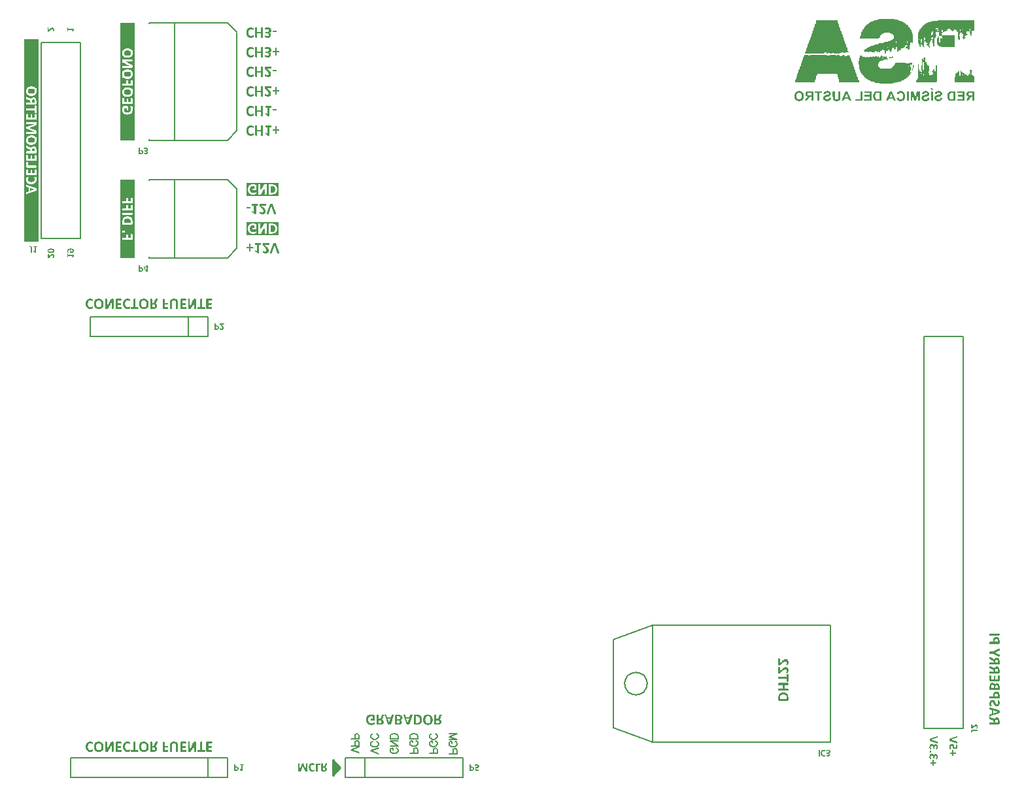
<source format=gbo>
G04*
G04 #@! TF.GenerationSoftware,Altium Limited,Altium Designer,24.0.1 (36)*
G04*
G04 Layer_Color=32896*
%FSLAX25Y25*%
%MOIN*%
G70*
G04*
G04 #@! TF.SameCoordinates,6CE9B50B-F2D6-4DCE-9069-AC167603FEEC*
G04*
G04*
G04 #@! TF.FilePolarity,Positive*
G04*
G01*
G75*
%ADD10C,0.00787*%
%ADD11C,0.00591*%
%ADD87C,0.01000*%
G36*
X447633Y392055D02*
X447711Y391933D01*
X447733Y391889D01*
X447778Y391866D01*
X447866Y391844D01*
X450166Y391855D01*
X450200Y391822D01*
X450266Y391711D01*
X450366Y391633D01*
X450722Y391655D01*
X450811Y391633D01*
X450844Y391600D01*
X450911Y391489D01*
X451022Y391422D01*
X451655Y391433D01*
X451711Y391378D01*
X451778Y391267D01*
X451811Y391233D01*
X452278Y391211D01*
X452366Y391233D01*
X452522Y391211D01*
X452555Y391178D01*
X452622Y391067D01*
X452722Y390989D01*
X452878Y391011D01*
X452966Y390989D01*
X453078Y390811D01*
X453366Y390789D01*
X453400Y390755D01*
X453466Y390644D01*
X453522Y390589D01*
X453744Y390567D01*
X454166Y390589D01*
X454289Y390533D01*
X454311Y390222D01*
X454366Y390167D01*
X454522Y390144D01*
X454744Y390167D01*
X454900Y390122D01*
X454989Y389967D01*
X455066Y389933D01*
X455277Y389944D01*
X455355Y389867D01*
X455377Y389822D01*
X455455Y389744D01*
X455500Y389722D01*
X455555Y389667D01*
X455578Y389622D01*
X455678Y389522D01*
X455722Y389500D01*
X455755Y389467D01*
X455822Y389355D01*
X455855Y389322D01*
X456144Y389300D01*
X456200Y389244D01*
X456222Y388955D01*
X456278Y388900D01*
X456355Y388867D01*
X456500Y388878D01*
X456589Y388856D01*
X456644Y388778D01*
X456666Y388733D01*
X456722Y388678D01*
X456766Y388655D01*
X456866Y388556D01*
X456889Y388511D01*
X456989Y388433D01*
X457033Y388411D01*
X457066Y388378D01*
X457089Y388089D01*
X457144Y388033D01*
X457389Y388011D01*
X457489Y387978D01*
X457511Y387667D01*
X457611Y387589D01*
X457655Y387567D01*
X457689Y387533D01*
X457711Y387489D01*
X457811Y387389D01*
X457855Y387367D01*
X457889Y387333D01*
X457911Y387289D01*
X457955Y387244D01*
X457977Y387200D01*
X458033Y387167D01*
X458077Y387144D01*
X458133Y387089D01*
X458155Y387044D01*
X458133Y386689D01*
X458178Y386578D01*
X458311Y386489D01*
X458333Y386444D01*
X458378Y386400D01*
X458400Y386355D01*
X458433Y386344D01*
X458477Y386300D01*
X458522Y386278D01*
X458577Y386200D01*
X458600Y386156D01*
X458677Y386100D01*
X458722Y386078D01*
X458778Y386022D01*
X458800Y385844D01*
X458778Y385778D01*
X458789Y385633D01*
X458778Y385400D01*
X458811Y385300D01*
X458922Y385233D01*
X458978Y385178D01*
X459000Y384956D01*
X459022Y384867D01*
X459166Y384789D01*
X459200Y384755D01*
X459222Y384622D01*
X459200Y384400D01*
X459222Y384244D01*
X459300Y384189D01*
X459344Y384167D01*
X459377Y384133D01*
X459433Y384055D01*
X459422Y380644D01*
X459444Y379556D01*
X459389Y379500D01*
X459277Y379478D01*
X459222Y379533D01*
X459200Y379778D01*
X459177Y379867D01*
X459089Y379911D01*
X458722Y379900D01*
X458633Y379922D01*
X458577Y380022D01*
X458500Y380100D01*
X458389Y380144D01*
X458233Y380122D01*
X458166Y380055D01*
X458144Y379967D01*
X458155Y379000D01*
X458133Y378911D01*
X458033Y378833D01*
X457989Y378811D01*
X457900Y378678D01*
X457789Y378611D01*
X457733Y378555D01*
X457711Y378155D01*
X457733Y378067D01*
X457855Y377967D01*
X457900Y377944D01*
X457933Y377889D01*
X457955Y377755D01*
X457922Y377633D01*
X457811Y377567D01*
X457711Y377444D01*
X457722Y377233D01*
X457711Y376867D01*
X457733Y376444D01*
X457711Y376356D01*
X457678Y376322D01*
X457633Y376300D01*
X457578Y376244D01*
X457511Y376133D01*
X457455Y376078D01*
X457333Y376089D01*
X457266Y376200D01*
X457089Y376378D01*
X457066Y376422D01*
X456966Y376500D01*
X456922Y376522D01*
X456889Y376555D01*
X456866Y376844D01*
X456811Y376900D01*
X455877Y376922D01*
X455822Y376978D01*
X455800Y377489D01*
X455778Y377555D01*
X455800Y377689D01*
X455833Y377722D01*
X455877Y377744D01*
X455955Y377822D01*
X456022Y377933D01*
X456055Y377967D01*
X456166Y377989D01*
X456200Y377956D01*
X456266Y377844D01*
X456378Y377733D01*
X456444Y377622D01*
X456477Y377589D01*
X456611Y377567D01*
X456644Y377600D01*
X456666Y377755D01*
X456644Y377911D01*
X456666Y378200D01*
X456644Y378356D01*
X456611Y378389D01*
X456322Y378411D01*
X456266Y378467D01*
X456244Y378511D01*
X456144Y378611D01*
X456100Y378633D01*
X456044Y378689D01*
X456022Y378733D01*
X455922Y378833D01*
X455877Y378855D01*
X455844Y378889D01*
X455822Y379133D01*
X455789Y379233D01*
X455711Y379267D01*
X455622Y379244D01*
X455555Y379133D01*
X455578Y378844D01*
X455600Y378778D01*
X455589Y378611D01*
X455600Y378378D01*
X455566Y378256D01*
X455411Y378167D01*
X455355Y378044D01*
X455377Y377844D01*
X455400Y377778D01*
X455377Y377689D01*
X455344Y377589D01*
X455033Y377567D01*
X454978Y377511D01*
X454933Y377200D01*
X454833Y377122D01*
X454622Y377133D01*
X454555Y377244D01*
X454478Y377322D01*
X454344Y377344D01*
X454311Y377311D01*
X454289Y377222D01*
X454311Y377133D01*
X454333Y377067D01*
X454311Y376978D01*
X454278Y376944D01*
X454211Y376922D01*
X454144Y376944D01*
X454044Y377067D01*
X454022Y377111D01*
X453933Y377200D01*
X453911Y377244D01*
X453833Y377322D01*
X453722Y377344D01*
X453655Y377278D01*
X453666Y377000D01*
X453566Y376922D01*
X453522Y376900D01*
X453444Y376800D01*
X453422Y376755D01*
X453344Y376700D01*
X453300Y376678D01*
X453244Y376622D01*
X453222Y376467D01*
X453255Y376367D01*
X453411Y376278D01*
X453466Y376178D01*
X453444Y376111D01*
X453400Y376067D01*
X452744Y376078D01*
X452677Y376056D01*
X452322Y376078D01*
X452233Y376056D01*
X452200Y376022D01*
X452177Y375733D01*
X452122Y375678D01*
X452011Y375611D01*
X451966Y375544D01*
X451944Y375278D01*
X451833Y375211D01*
X451766Y375189D01*
X451633Y375211D01*
X451533Y375333D01*
X451511Y375378D01*
X451455Y375411D01*
X451411Y375433D01*
X451333Y375511D01*
X451311Y375711D01*
X451333Y375778D01*
X451311Y376111D01*
X451344Y376211D01*
X451500Y376322D01*
X451544Y376433D01*
X451533Y377044D01*
X451555Y377111D01*
X451533Y377267D01*
X451366Y377389D01*
X451277Y377522D01*
X451233Y377544D01*
X451122Y377678D01*
X451133Y378689D01*
X451111Y378778D01*
X451078Y378811D01*
X450944Y378833D01*
X450889Y378778D01*
X450866Y378578D01*
X450889Y378511D01*
X450878Y378011D01*
X450889Y377711D01*
X450866Y377622D01*
X450766Y377544D01*
X450722Y377522D01*
X450689Y377467D01*
Y377444D01*
X450666Y377356D01*
X450689Y377289D01*
X450677Y376900D01*
X450689Y376644D01*
X450666Y376555D01*
X450522Y376478D01*
X450466Y376422D01*
X450489Y376133D01*
X450455Y376100D01*
X450322Y376078D01*
X450278Y376122D01*
X450189Y376255D01*
X450144Y376278D01*
X450066Y376356D01*
X450044Y376622D01*
X450011Y376656D01*
X449900Y376722D01*
X449822Y376822D01*
X449800Y376867D01*
X449722Y376922D01*
X449678Y376944D01*
X449644Y376978D01*
X449611Y377056D01*
X449622Y377244D01*
X449522Y377344D01*
X449477Y377367D01*
X449444Y377422D01*
X449422Y377467D01*
X449344Y377544D01*
X449300Y377567D01*
X449211Y377544D01*
X449178Y377511D01*
X449200Y377222D01*
X449166Y377189D01*
X449055Y377122D01*
X449000Y377067D01*
X448978Y377022D01*
X448900Y376944D01*
X448855Y376922D01*
X448777Y376844D01*
X448755Y376644D01*
X448777Y376578D01*
X448755Y376533D01*
X448777Y376222D01*
X448733Y376111D01*
X448589Y376033D01*
X448544Y375944D01*
X448555Y375155D01*
X448533Y375067D01*
X448478Y375011D01*
X448233Y374989D01*
X448155Y375067D01*
X448133Y375111D01*
X448055Y375189D01*
X448011Y375211D01*
X447911Y375311D01*
X447889Y375444D01*
X447911Y375511D01*
X447933Y375778D01*
X447878Y375833D01*
X447833Y375855D01*
X447744Y375833D01*
X447711Y375778D01*
X447689Y375711D01*
X447589Y375633D01*
X447511Y375667D01*
X447422Y375822D01*
X447289Y375911D01*
X447266Y376200D01*
X447233Y376233D01*
X447122Y376300D01*
X447022Y376289D01*
X446889Y376267D01*
X446811Y376100D01*
X446655Y376011D01*
X446622Y375956D01*
X446633Y375789D01*
X446622Y375711D01*
X446566Y375656D01*
X446166Y375633D01*
X446011Y375656D01*
X445855Y375633D01*
X445800Y375578D01*
X445778Y374445D01*
X445711Y374378D01*
X445622Y374356D01*
X445411Y374367D01*
X445344Y374344D01*
X445211Y374367D01*
X445155Y374422D01*
X445133Y374533D01*
X445155Y374822D01*
X445133Y374911D01*
X444955Y375022D01*
X444933Y375155D01*
X444966Y375189D01*
X445078Y375255D01*
X445133Y375311D01*
X445155Y375467D01*
X445133Y375555D01*
X445100Y375589D01*
X444978Y375667D01*
X444911Y375778D01*
X444933Y375933D01*
X444889Y376044D01*
X444766Y376078D01*
X444678Y376056D01*
X444555Y376089D01*
X444489Y376200D01*
X444433Y376255D01*
X444355Y376289D01*
X444144Y376278D01*
X444078Y376300D01*
X443944Y376278D01*
X443889Y376222D01*
X443866Y376178D01*
X443766Y376078D01*
X443722Y376056D01*
X443667Y376000D01*
X443644Y375956D01*
X443567Y375878D01*
X443522Y375855D01*
X443444Y375778D01*
X443422Y375733D01*
X443333Y375644D01*
X443211Y375611D01*
X443122Y375633D01*
X443089Y375667D01*
X443011Y375789D01*
X442900Y375855D01*
X442811Y375833D01*
X442778Y375778D01*
X442800Y375378D01*
X442755Y375267D01*
X442622Y375178D01*
X442555Y375067D01*
X442500Y375011D01*
X442322Y374989D01*
X442233Y375011D01*
X442200Y375044D01*
X442133Y375155D01*
X442089Y375200D01*
X442000Y375222D01*
X441789Y375211D01*
X441722Y375233D01*
X441589Y375211D01*
X441555Y375178D01*
X441489Y375067D01*
X441433Y375011D01*
X441255Y374989D01*
X441166Y375011D01*
X441089Y375111D01*
X441067Y375155D01*
X440967Y375211D01*
X440889Y375289D01*
X440867Y375756D01*
X440944Y375833D01*
X440989Y375855D01*
X441067Y375933D01*
X441089Y375978D01*
X441111Y376044D01*
X441100Y376278D01*
X441111Y376555D01*
X441089Y376644D01*
X441055Y376678D01*
X440922Y376700D01*
X440867Y376644D01*
X440844Y376511D01*
X440867Y376289D01*
X440844Y376133D01*
X440789Y376078D01*
X440700Y376056D01*
X440611Y376078D01*
X440522Y376056D01*
X440489Y376022D01*
X440422Y375911D01*
X440344Y375855D01*
X440300Y375833D01*
X440222Y375733D01*
X440244Y375378D01*
X440211Y375278D01*
X440100Y375211D01*
X440066Y375178D01*
X439989Y375056D01*
X439911Y375000D01*
X438900Y375011D01*
X438478Y374989D01*
X438378Y375022D01*
X438311Y375133D01*
X438255Y375189D01*
X438178Y375222D01*
X437811Y375211D01*
X437722Y375233D01*
X437689Y375267D01*
X437667Y375511D01*
X437644Y375600D01*
X437589Y375633D01*
X437411Y375656D01*
X437322Y375633D01*
X437255Y375567D01*
X437233Y375278D01*
X437122Y375211D01*
X437067Y375155D01*
X437044Y375111D01*
X436944Y375011D01*
X436900Y374989D01*
X436878Y374944D01*
X436789Y374811D01*
X436678Y374789D01*
X436644Y374822D01*
X436578Y374933D01*
X436522Y374989D01*
X436478Y375011D01*
X436422Y375067D01*
X436400Y375111D01*
X436333Y375178D01*
X436200Y375267D01*
X436178Y375511D01*
X436155Y375600D01*
X436033Y375656D01*
X435900Y375633D01*
X435800Y375667D01*
X435778Y375711D01*
X435755Y375800D01*
X435700Y375855D01*
X435655Y375878D01*
X435555Y375844D01*
X435533Y375689D01*
X435578Y375644D01*
X435700Y375611D01*
X435733Y375578D01*
X435755Y375533D01*
X435778Y375467D01*
X435755Y375289D01*
X435711Y375244D01*
X435589Y375211D01*
X435522Y375233D01*
X435411Y375211D01*
X435355Y375133D01*
X435333Y375067D01*
X435278Y375011D01*
X435155Y375022D01*
X435089Y375133D01*
X435033Y375189D01*
X434955Y375244D01*
X434900Y375322D01*
X434911Y375800D01*
X434878Y375833D01*
X434766Y375855D01*
X434689Y375756D01*
X434666Y375711D01*
X434566Y375633D01*
X434500Y375656D01*
X434467Y375689D01*
X434444Y375889D01*
X434500Y376011D01*
X434544Y376033D01*
X434589Y376078D01*
X434633Y376100D01*
X434644Y376133D01*
X434689Y376178D01*
X434711Y376222D01*
X434744Y376255D01*
X434967Y376278D01*
X435055Y376300D01*
X435111Y376400D01*
X435189Y376478D01*
X435233Y376500D01*
X435289Y376555D01*
X435355Y376667D01*
X435455Y376722D01*
X435589Y376700D01*
X435689Y376733D01*
X435755Y376844D01*
X435811Y376900D01*
X436033Y376922D01*
X436122Y376944D01*
X436178Y377044D01*
X436233Y377100D01*
X436278Y377122D01*
X436378Y377222D01*
X436400Y377267D01*
X436455Y377322D01*
X436678Y377344D01*
X436766Y377367D01*
X436844Y377511D01*
X436944Y377567D01*
X437300Y377544D01*
X437411Y377589D01*
X437444Y377644D01*
X437466Y377689D01*
X437522Y377744D01*
X437567Y377767D01*
X437633Y377833D01*
X437722Y377967D01*
X438011Y377989D01*
X438044Y378022D01*
X438111Y378133D01*
X438167Y378189D01*
X438389Y378211D01*
X438455Y378189D01*
X438500Y378211D01*
X438789Y378189D01*
X438889Y378222D01*
X438955Y378333D01*
X439011Y378389D01*
X439233Y378411D01*
X439322Y378433D01*
X439400Y378578D01*
X439478Y378633D01*
X439833Y378611D01*
X439955Y378644D01*
X440022Y378755D01*
X440100Y378833D01*
X440255Y378855D01*
X440322Y378833D01*
X440644Y378844D01*
X440922Y378833D01*
X441011Y378855D01*
X441089Y378956D01*
X441111Y379000D01*
X441144Y379033D01*
X441189Y379056D01*
X441255Y379078D01*
X441411Y379056D01*
X441478Y379033D01*
X441633Y379056D01*
X441667Y379089D01*
X441733Y379200D01*
X441789Y379256D01*
X441900Y379278D01*
X441989Y379256D01*
X442089Y379289D01*
X442155Y379400D01*
X442211Y379455D01*
X442289Y379489D01*
X443500Y379478D01*
X443589Y379500D01*
X443700Y379678D01*
X443811Y379700D01*
X444100Y379678D01*
X444222Y379711D01*
X444289Y379822D01*
X444411Y379922D01*
X444766Y379900D01*
X444866Y379933D01*
X444933Y380044D01*
X444989Y380100D01*
X446122Y380122D01*
X446200Y380222D01*
X446222Y380267D01*
X446322Y380344D01*
X446677Y380322D01*
X446766Y380344D01*
X446822Y380400D01*
X446844Y380467D01*
X446900Y380522D01*
X447122Y380544D01*
X447211Y380567D01*
X447266Y380667D01*
X447344Y380744D01*
X447678Y380767D01*
X447966Y380744D01*
X448077Y380789D01*
X448166Y380944D01*
X448244Y380978D01*
X448389Y380967D01*
X448489Y381000D01*
X448555Y381111D01*
X448622Y381178D01*
X448911Y381200D01*
X448978Y381311D01*
X449033Y381367D01*
X449078Y381389D01*
X449178Y381489D01*
X449200Y381533D01*
X449255Y381589D01*
X449300Y381611D01*
X449377Y381689D01*
X449400Y381733D01*
X449455Y381789D01*
X449566Y381856D01*
X449611Y381922D01*
X449633Y382189D01*
X449744Y382256D01*
X449822Y382333D01*
X449844Y382444D01*
X449822Y382600D01*
X449844Y382956D01*
X449800Y383067D01*
X449678Y383122D01*
X449633Y383167D01*
X449611Y383455D01*
X449455Y383567D01*
X449366Y383700D01*
X449255Y383767D01*
X449200Y383822D01*
X449178Y383933D01*
X449200Y384022D01*
X449178Y384111D01*
X449144Y384144D01*
X449066Y384178D01*
X448700Y384167D01*
X448611Y384189D01*
X448555Y384289D01*
X448478Y384367D01*
X448433Y384389D01*
X448378Y384444D01*
X448311Y384556D01*
X448278Y384589D01*
X448166Y384611D01*
X448077Y384589D01*
X447989Y384611D01*
X447955Y384644D01*
X447889Y384755D01*
X447844Y384800D01*
X447755Y384822D01*
X445055Y384811D01*
X444900Y384833D01*
X444778Y384800D01*
X444711Y384689D01*
X444589Y384589D01*
X444211Y384611D01*
X444089Y384556D01*
X444066Y384244D01*
X443966Y384167D01*
X443589Y384189D01*
X443478Y384144D01*
X443444Y384089D01*
X443422Y384044D01*
X443389Y384011D01*
X443278Y383944D01*
X443244Y383911D01*
X443222Y383667D01*
X443200Y383578D01*
X443144Y383544D01*
X443055Y383522D01*
X442989Y383544D01*
X442855Y383522D01*
X442822Y383489D01*
X442789Y383411D01*
X442800Y383044D01*
X442778Y382956D01*
X442633Y382878D01*
X442600Y382844D01*
X442578Y382556D01*
X442455Y382455D01*
X442411Y382433D01*
X442400Y382400D01*
X442355Y382355D01*
X442333Y382311D01*
X442255Y382256D01*
X442211Y382233D01*
X442155Y382155D01*
X442133Y382111D01*
X442078Y382055D01*
X441855Y382033D01*
X441767Y382055D01*
X441700Y382033D01*
X432955Y382044D01*
X432700Y382033D01*
X432611Y382055D01*
X432566Y382122D01*
X432544Y382211D01*
X432555Y382556D01*
X432533Y382711D01*
X432566Y382833D01*
X432678Y382900D01*
X432778Y383022D01*
X432755Y383378D01*
X432789Y383478D01*
X432900Y383544D01*
X432933Y383578D01*
X433000Y383689D01*
X432989Y383811D01*
X432967Y383944D01*
X432978Y384089D01*
X433011Y384122D01*
X433122Y384189D01*
X433178Y384244D01*
X433200Y384778D01*
X433178Y385067D01*
X433200Y385156D01*
X433255Y385211D01*
X433300Y385233D01*
X433378Y385311D01*
X433400Y385355D01*
X433455Y385411D01*
X433567Y385478D01*
X433600Y385511D01*
X433622Y385800D01*
X433655Y385833D01*
X433767Y385900D01*
X433844Y386000D01*
X433822Y386355D01*
X433844Y386444D01*
X433878Y386478D01*
X433922Y386500D01*
X434044Y386622D01*
X434066Y386667D01*
X434100Y386700D01*
X434144Y386722D01*
X434244Y386822D01*
X434267Y386867D01*
X434300Y386900D01*
X434411Y386967D01*
X434444Y387000D01*
X434467Y387289D01*
X434500Y387322D01*
X434611Y387389D01*
X434666Y387444D01*
X434689Y387667D01*
X434711Y387755D01*
X434766Y387789D01*
X434811Y387811D01*
X434867Y387867D01*
X434889Y387911D01*
X434967Y387989D01*
X435011Y388011D01*
X435089Y388089D01*
X435111Y388133D01*
X435189Y388211D01*
X435233Y388233D01*
X435311Y388311D01*
X435333Y388355D01*
X435389Y388411D01*
X435433Y388433D01*
X435511Y388511D01*
X435533Y388556D01*
X435611Y388633D01*
X435655Y388655D01*
X435733Y388733D01*
X435755Y388778D01*
X435811Y388833D01*
X435855Y388856D01*
X435933Y388933D01*
X435955Y388978D01*
X436033Y389055D01*
X436078Y389078D01*
X436155Y389156D01*
X436178Y389200D01*
X436255Y389278D01*
X436522Y389300D01*
X436622Y389422D01*
X436644Y389467D01*
X436700Y389500D01*
X436744Y389522D01*
X436822Y389622D01*
X436844Y389667D01*
X436900Y389700D01*
X436978Y389756D01*
X437044Y389867D01*
X437100Y389922D01*
X437211Y389944D01*
X437300Y389922D01*
X437400Y389955D01*
X437466Y390067D01*
X437522Y390122D01*
X437567Y390144D01*
X437667Y390244D01*
X437689Y390289D01*
X437744Y390344D01*
X437966Y390367D01*
X438055Y390389D01*
X438122Y390522D01*
X438200Y390578D01*
X438789Y390567D01*
X438878Y390589D01*
X438911Y390622D01*
X438978Y390733D01*
X439011Y390767D01*
X439233Y390789D01*
X439322Y390811D01*
X439378Y390911D01*
X439433Y390967D01*
X439478Y390989D01*
X439578Y391089D01*
X439600Y391133D01*
X439633Y391167D01*
X439711Y391222D01*
X440722Y391211D01*
X440811Y391233D01*
X440867Y391333D01*
X440944Y391411D01*
X441033Y391433D01*
X441322Y391411D01*
X441444Y391444D01*
X441511Y391555D01*
X441544Y391589D01*
X441622Y391644D01*
X442055Y391633D01*
X442089Y391667D01*
X442155Y391778D01*
X442233Y391855D01*
X444911Y391844D01*
X445055Y391855D01*
X445089Y391889D01*
X445166Y392011D01*
X445278Y392078D01*
X445566Y392055D01*
X445633Y392078D01*
X447222Y392067D01*
X447544Y392078D01*
X447633Y392055D01*
D02*
G37*
G36*
X490744Y391189D02*
X490788Y391078D01*
X490777Y387044D01*
X490799Y386978D01*
X490788Y386722D01*
X490799Y386022D01*
X490777Y385933D01*
X490744Y385900D01*
X490633Y385878D01*
X490599Y385911D01*
X490533Y386022D01*
X490555Y386355D01*
X490533Y386444D01*
X490499Y386478D01*
X490455Y386500D01*
X490399Y386556D01*
X490377Y386644D01*
X490455Y386722D01*
X490555Y386844D01*
X490522Y386922D01*
X490411Y386989D01*
X490233Y386944D01*
X490199Y386911D01*
X490133Y386800D01*
X490155Y386244D01*
X490133Y386156D01*
X490099Y386122D01*
X490055Y386100D01*
X489966Y386078D01*
X489899Y386100D01*
X489677Y386078D01*
X489588Y386100D01*
X489477Y386278D01*
X489322Y386300D01*
X489277Y386233D01*
X489288Y383622D01*
X489255Y383589D01*
X489144Y383522D01*
X489077Y383455D01*
X489088Y383222D01*
X489066Y383133D01*
X489011Y383100D01*
X488922Y383122D01*
X488822Y383244D01*
X488799Y383289D01*
X488766Y383300D01*
X488688Y383378D01*
X488666Y383422D01*
X488633Y383455D01*
X488522Y383522D01*
X488466Y383578D01*
X488444Y383711D01*
X488588Y383789D01*
X488644Y383844D01*
X488666Y384000D01*
X488644Y384089D01*
X488499Y384167D01*
X488466Y384200D01*
X488444Y384333D01*
X488499Y384389D01*
X488566Y384411D01*
X488644Y384489D01*
X488666Y384644D01*
X488633Y384744D01*
X488522Y384811D01*
X488444Y384889D01*
X488422Y385044D01*
X488444Y385133D01*
X488422Y385422D01*
X488255Y385478D01*
X488177Y385622D01*
X488144Y385655D01*
X488055Y385678D01*
X487966Y385655D01*
X487877Y385678D01*
X487766Y385856D01*
X487633Y385878D01*
X487600Y385844D01*
X487577Y385578D01*
X487544Y385478D01*
X486811Y385455D01*
X486755Y385400D01*
X486733Y385355D01*
X486711Y385289D01*
X486733Y385222D01*
X486722Y384611D01*
X486733Y384467D01*
X486799Y384400D01*
X486888Y384378D01*
X487233Y384389D01*
X487322Y384367D01*
X487355Y384333D01*
X487377Y384111D01*
X487355Y384022D01*
X487311Y383978D01*
X487000Y383956D01*
X486933Y383844D01*
X486955Y383689D01*
X486933Y383600D01*
X486900Y383567D01*
X486822Y383533D01*
X486677Y383544D01*
X486588Y383522D01*
X486511Y383422D01*
X486488Y383378D01*
X486355Y383289D01*
X486288Y383178D01*
X486233Y383122D01*
X485944Y383100D01*
X485888Y383044D01*
X485866Y382844D01*
X485888Y382755D01*
X485922Y382722D01*
X485966Y382700D01*
X486088Y382578D01*
X486211Y382478D01*
X486255Y382455D01*
X486311Y382378D01*
X486288Y382289D01*
X486255Y382256D01*
X486099Y382233D01*
X486011Y382256D01*
X485944Y382278D01*
X485744Y382256D01*
X485688Y382200D01*
X485655Y382122D01*
X485666Y381755D01*
X485644Y381667D01*
X485611Y381633D01*
X485166Y381611D01*
X485077Y381633D01*
X485044Y381667D01*
X485022Y381956D01*
X485044Y382044D01*
X485000Y382200D01*
X484900Y382256D01*
X484822Y382333D01*
X484799Y382733D01*
X484833Y382833D01*
X484944Y382900D01*
X485011Y382967D01*
X485033Y383055D01*
X485022Y384511D01*
X484944Y384589D01*
X484811Y384633D01*
X484677Y384589D01*
X484599Y384444D01*
X484566Y384411D01*
X484433Y384389D01*
X484377Y384444D01*
X484355Y384578D01*
X484377Y384644D01*
X484400Y384889D01*
X484422Y384978D01*
X484544Y385033D01*
X484622Y385133D01*
X484599Y385200D01*
X484566Y385233D01*
X484500Y385256D01*
X484411Y385233D01*
X484388Y385189D01*
X484344Y385078D01*
X484188Y384989D01*
X484111Y384844D01*
X484011Y384789D01*
X483833Y384811D01*
X483755Y384889D01*
X483733Y384978D01*
X483755Y385044D01*
X483722Y385167D01*
X483644Y385222D01*
X483477Y385256D01*
X483377Y385222D01*
X483311Y385111D01*
X483322Y384967D01*
X483311Y384422D01*
X483333Y384133D01*
X483311Y384044D01*
X483277Y384011D01*
X483166Y383944D01*
X483111Y383889D01*
X483088Y383755D01*
X483111Y383689D01*
X483088Y383489D01*
X483133Y383378D01*
X483266Y383289D01*
X483322Y383211D01*
X483311Y382578D01*
X483344Y382544D01*
X483455Y382478D01*
X483511Y382422D01*
X483533Y382378D01*
X483511Y382289D01*
X483366Y382211D01*
X483288Y382067D01*
X483333Y381889D01*
X483477Y381811D01*
X483511Y381778D01*
X483533Y381267D01*
X483477Y381211D01*
X483144Y381189D01*
X483077Y381167D01*
X482944Y381211D01*
X482888Y381311D01*
X482833Y381367D01*
X482788Y381389D01*
X482688Y381489D01*
X482666Y381533D01*
X482544Y381633D01*
X482500Y381656D01*
X482455Y381767D01*
X482466Y384667D01*
X482444Y384755D01*
X482344Y384811D01*
X482266Y384889D01*
X482244Y385067D01*
X482266Y385222D01*
X482244Y385378D01*
X482144Y385455D01*
X482099Y385478D01*
X482022Y385578D01*
X481999Y385622D01*
X481899Y385678D01*
X481833Y385744D01*
X481811Y386033D01*
X481655Y386122D01*
X481611Y386189D01*
X481622Y386467D01*
X481522Y386522D01*
X481433Y386500D01*
X481377Y386422D01*
X481355Y386378D01*
X481233Y386278D01*
X481077Y386300D01*
X480977Y386400D01*
X480955Y386444D01*
X480922Y386478D01*
X480877Y386500D01*
X480777Y386622D01*
X480755Y386667D01*
X480655Y386744D01*
X480588Y386722D01*
X480533Y386667D01*
X480555Y386267D01*
X480533Y386178D01*
X480477Y386122D01*
X480433Y386100D01*
X480355Y386022D01*
X480333Y385978D01*
X480255Y385900D01*
X480011Y385878D01*
X479944Y385900D01*
X479766Y385878D01*
X479711Y385822D01*
X479688Y385533D01*
X479633Y385478D01*
X479588Y385455D01*
X479499Y385433D01*
X479344Y385455D01*
X479288Y385511D01*
X479266Y385800D01*
X479166Y385878D01*
X479122Y385900D01*
X479088Y385933D01*
X479066Y385978D01*
X478966Y386078D01*
X478922Y386100D01*
X478866Y386156D01*
X478844Y386200D01*
X478744Y386300D01*
X478699Y386322D01*
X478644Y386378D01*
X478622Y386644D01*
X478566Y386700D01*
X478522Y386722D01*
X478422Y386822D01*
X478400Y386867D01*
X478344Y386922D01*
X478333Y386933D01*
X478288Y386955D01*
X477655Y386944D01*
X477588Y386967D01*
X477433Y386944D01*
X477399Y386911D01*
X477333Y386800D01*
X477233Y386722D01*
X477022Y386733D01*
X476911Y386755D01*
X476766Y386744D01*
X476711Y386689D01*
X476722Y386567D01*
X476833Y386500D01*
X476944Y386389D01*
X477055Y386322D01*
X477111Y386267D01*
X477133Y386222D01*
X477111Y386133D01*
X476988Y386055D01*
X476944Y386033D01*
X476911Y385978D01*
X476888Y385933D01*
X476855Y385900D01*
X476611Y385878D01*
X476511Y385844D01*
X476488Y385600D01*
X476444Y385489D01*
X476299Y385433D01*
X476144Y385455D01*
X476077Y385522D01*
X476088Y385956D01*
X476066Y386044D01*
X475966Y386100D01*
X475866Y386067D01*
X475833Y385989D01*
X475844Y385822D01*
X475822Y385733D01*
X475788Y385700D01*
X475744Y385678D01*
X475666Y385600D01*
X475644Y385556D01*
X475566Y385478D01*
X475522Y385455D01*
X475444Y385378D01*
X475422Y385333D01*
X475344Y385256D01*
X474944Y385233D01*
X474855Y385256D01*
X474822Y385289D01*
X474800Y385333D01*
X474744Y385389D01*
X474700Y385411D01*
X474655Y385455D01*
X474611Y385478D01*
X474555Y385578D01*
X474577Y385644D01*
X474633Y385678D01*
X474722Y385700D01*
X474777Y385755D01*
X474800Y385933D01*
X474755Y386044D01*
X474688Y386089D01*
X474400Y386111D01*
X474377Y386178D01*
X474355Y386267D01*
X474322Y386300D01*
X474189Y386322D01*
X474155Y386289D01*
X474133Y386156D01*
X474200Y386111D01*
X474344Y386078D01*
X474377Y386022D01*
X474366Y386011D01*
X474344Y385922D01*
X474189Y385833D01*
X474155Y385800D01*
X474133Y385622D01*
X474155Y385556D01*
X474177Y385511D01*
X474211Y385500D01*
X474433Y385278D01*
X474477Y385256D01*
X474577Y385133D01*
X474566Y385078D01*
X474411Y384989D01*
X474377Y384956D01*
X474355Y384733D01*
X474333Y384644D01*
X474211Y384589D01*
X474133Y384489D01*
X474144Y384322D01*
X474133Y384111D01*
X474155Y384022D01*
X474277Y383944D01*
X474322Y383922D01*
X474377Y383822D01*
X474355Y383644D01*
X474333Y383578D01*
X474100Y383544D01*
X474011Y383522D01*
X473933Y383422D01*
X473911Y383378D01*
X473788Y383300D01*
X473589Y383322D01*
X473522Y383344D01*
X473344Y383300D01*
X473288Y383222D01*
X473266Y383178D01*
X473200Y383111D01*
X473111Y383089D01*
X472966Y383100D01*
X472889Y383178D01*
X472866Y384733D01*
X472833Y384767D01*
X472722Y384833D01*
X472644Y384933D01*
X472622Y385044D01*
X472644Y385133D01*
X472744Y385211D01*
X472788Y385233D01*
X472866Y385333D01*
X472844Y385422D01*
X472811Y385455D01*
X472611Y385478D01*
X472511Y385444D01*
X472444Y385333D01*
X472411Y385300D01*
X472333Y385244D01*
X471833Y385256D01*
X471544Y385233D01*
X471388Y385256D01*
X471233Y385233D01*
X471177Y385178D01*
X471155Y384111D01*
X471177Y384022D01*
X471255Y383967D01*
X471300Y383944D01*
X471355Y383889D01*
X471377Y383422D01*
X471322Y383367D01*
X471211Y383300D01*
X471155Y383222D01*
X471166Y382478D01*
X471155Y382333D01*
X471100Y382278D01*
X470788Y382256D01*
X470722Y382233D01*
X470611Y382256D01*
X470555Y382311D01*
X470533Y382556D01*
X470500Y382656D01*
X470366Y382678D01*
X470300Y382611D01*
X470311Y378155D01*
X470289Y378067D01*
X470255Y378033D01*
X470177Y377978D01*
X470111Y377867D01*
X469988Y377767D01*
X469922Y377789D01*
X469866Y377844D01*
X469888Y378267D01*
X469866Y378356D01*
X469722Y378433D01*
X469689Y378467D01*
X469655Y378544D01*
X469666Y379556D01*
X469644Y379644D01*
X469500Y379722D01*
X469444Y379800D01*
X469455Y380033D01*
X469444Y381467D01*
X469466Y381556D01*
X469644Y381667D01*
X469666Y382667D01*
X469689Y382733D01*
X469666Y383667D01*
X469633Y383700D01*
X469511Y383778D01*
X469444Y383889D01*
X469422Y383956D01*
X469444Y384022D01*
X469466Y384111D01*
X469566Y384167D01*
X469644Y384244D01*
X469666Y385355D01*
X469589Y385433D01*
X469544Y385455D01*
X469466Y385533D01*
X469444Y385578D01*
X469266Y385755D01*
X469244Y385800D01*
X469188Y385856D01*
X469077Y385878D01*
X469022Y385822D01*
X469000Y385667D01*
X469022Y385578D01*
X469100Y385500D01*
X469144Y385478D01*
X469222Y385400D01*
X469244Y385289D01*
X469100Y385211D01*
X469022Y385133D01*
X469000Y385089D01*
X468966Y385055D01*
X468922Y385033D01*
X468822Y384933D01*
X468800Y384889D01*
X468700Y384811D01*
X468655Y384789D01*
X468622Y384755D01*
X468600Y384267D01*
X468722Y384167D01*
X468766Y384144D01*
X468800Y384111D01*
X468822Y383978D01*
X468800Y383755D01*
X468822Y383600D01*
X468855Y383567D01*
X468933Y383533D01*
X469144Y383544D01*
X469222Y383467D01*
X469244Y383422D01*
X469344Y383322D01*
X469388Y383300D01*
X469422Y383244D01*
X469444Y382844D01*
X469422Y382755D01*
X469244Y382578D01*
X469222Y382533D01*
X469144Y382478D01*
X469100Y382455D01*
X469022Y382355D01*
X469000Y382311D01*
X468966Y382278D01*
X468744Y382256D01*
X468655Y382233D01*
X468600Y382155D01*
X468577Y382000D01*
X468622Y381889D01*
X468722Y381833D01*
X468822Y381711D01*
X468844Y381667D01*
X468922Y381611D01*
X468966Y381589D01*
X469022Y381533D01*
X469044Y381356D01*
X469011Y381256D01*
X468900Y381189D01*
X468800Y381067D01*
X468777Y381022D01*
X468744Y381011D01*
X468700Y380967D01*
X468655Y380944D01*
X468600Y380867D01*
X468577Y380822D01*
X468500Y380767D01*
X468455Y380744D01*
X468400Y380689D01*
X468377Y380578D01*
X468400Y380511D01*
X468377Y380400D01*
X468233Y380322D01*
X468200Y380289D01*
X468177Y380000D01*
X468144Y379967D01*
X468033Y379900D01*
X467977Y379844D01*
X467955Y379600D01*
X467977Y379511D01*
X467955Y379356D01*
X467911Y379311D01*
X467777Y379222D01*
X467744Y379144D01*
X467755Y378733D01*
X467733Y378378D01*
X467766Y378256D01*
X467922Y378167D01*
X467944Y378122D01*
X467977Y378000D01*
X467955Y377933D01*
X467977Y377422D01*
X467922Y377367D01*
X467877Y377344D01*
X467789Y377367D01*
X467733Y377444D01*
X467711Y377489D01*
X467633Y377567D01*
X467589Y377589D01*
X467544Y377656D01*
X467522Y377922D01*
X467411Y377989D01*
X467355Y378044D01*
X467333Y378089D01*
X467233Y378189D01*
X467189Y378211D01*
X467155Y378244D01*
X467089Y378356D01*
X467055Y378389D01*
X466766Y378411D01*
X466733Y378444D01*
X466666Y378555D01*
X466566Y378633D01*
X466522Y378656D01*
X466466Y378733D01*
X466444Y378778D01*
X466344Y378855D01*
X466300Y378878D01*
X466266Y378911D01*
X466244Y379155D01*
X466322Y379233D01*
X466411Y379256D01*
X466477Y379278D01*
X466722Y379256D01*
X466811Y379278D01*
X466866Y379333D01*
X466889Y379378D01*
X466922Y379411D01*
X467033Y379478D01*
X467089Y379533D01*
X467111Y379622D01*
X466989Y379722D01*
X466944Y379744D01*
X466889Y379800D01*
X466866Y379844D01*
X466811Y379900D01*
X466611Y379922D01*
X466511Y379867D01*
X466489Y379578D01*
X466433Y379522D01*
X466300Y379500D01*
X466244Y379556D01*
X466222Y379689D01*
X466244Y379844D01*
X466266Y379911D01*
X466244Y380067D01*
X466211Y380100D01*
X465944Y380122D01*
X465855Y380100D01*
X465700Y380122D01*
X465622Y380200D01*
X465600Y380489D01*
X465566Y380522D01*
X465344Y380544D01*
X465233Y380500D01*
X465200Y380467D01*
X465177Y380244D01*
X465233Y380189D01*
X465344Y380122D01*
X465377Y380089D01*
X465400Y379978D01*
X465277Y379878D01*
X465233Y379855D01*
X465200Y379822D01*
X465177Y379778D01*
X465000Y379667D01*
X464977Y379533D01*
X465033Y379478D01*
X465122Y379455D01*
X465177Y379400D01*
X465200Y379222D01*
X465177Y379155D01*
X465189Y378411D01*
X465177Y378155D01*
X465200Y378067D01*
X465322Y377967D01*
X465366Y377944D01*
X465400Y377889D01*
X465422Y377800D01*
X465400Y377644D01*
X465333Y377578D01*
X464977Y377555D01*
X464833Y377567D01*
X464766Y377633D01*
X464744Y377922D01*
X464633Y377989D01*
X464544Y378100D01*
X464555Y378267D01*
X464533Y378356D01*
X464433Y378411D01*
X464355Y378489D01*
X464333Y378533D01*
X464255Y378611D01*
X464211Y378633D01*
X464133Y378711D01*
X464111Y378755D01*
X464055Y378811D01*
X464011Y378833D01*
X463933Y378911D01*
X463900Y378989D01*
X463911Y380022D01*
X463889Y380111D01*
X463911Y380267D01*
X464088Y380378D01*
X464122Y380455D01*
X464111Y380822D01*
X464133Y381244D01*
X464100Y381344D01*
X463988Y381411D01*
X463933Y381467D01*
X463911Y381733D01*
X463855Y381789D01*
X463777Y381844D01*
X463711Y381956D01*
X463655Y382011D01*
X463544Y382033D01*
X463511Y382000D01*
X463444Y381889D01*
X463411Y381856D01*
X463366Y381833D01*
X463288Y381755D01*
X463266Y380911D01*
X463244Y380755D01*
X463288Y380600D01*
X463388Y380544D01*
X463466Y380467D01*
X463488Y380422D01*
X463511Y380356D01*
X463488Y380222D01*
X463366Y380122D01*
X463322Y380100D01*
X463288Y380067D01*
X463266Y379733D01*
X463244Y379667D01*
X463277Y379567D01*
X463433Y379478D01*
X463488Y379400D01*
X463466Y379311D01*
X463322Y379233D01*
X463288Y379200D01*
X463244Y379089D01*
X463266Y379022D01*
X463255Y378411D01*
X463266Y378289D01*
X463411Y378211D01*
X463488Y378111D01*
X463455Y378011D01*
X463288Y377933D01*
X463266Y377844D01*
X463288Y377689D01*
X463255Y377589D01*
X463122Y377567D01*
X463077Y377611D01*
X462989Y377744D01*
X462944Y377767D01*
X462866Y377844D01*
X462844Y378111D01*
X462811Y378144D01*
X462700Y378211D01*
X462644Y378267D01*
X462622Y378444D01*
X462644Y378600D01*
X462622Y378755D01*
X462589Y378789D01*
X462477Y378855D01*
X462400Y378956D01*
X462422Y379333D01*
X462400Y379400D01*
X462377Y379444D01*
X462277Y379500D01*
X462233Y379522D01*
X462200Y379600D01*
X462177Y379667D01*
X462200Y379755D01*
X462222Y379911D01*
X462177Y380067D01*
X462077Y380122D01*
X461977Y380222D01*
X461988Y380455D01*
X461977Y380956D01*
X462000Y381578D01*
X461977Y381644D01*
X461988Y383744D01*
X461977Y384022D01*
X462000Y384111D01*
X462077Y384167D01*
X462122Y384189D01*
X462188Y384256D01*
X462211Y384344D01*
X462200Y384511D01*
X462177Y384578D01*
X462222Y384755D01*
X462300Y384811D01*
X462344Y384833D01*
X462422Y384933D01*
X462400Y385289D01*
X462433Y385389D01*
X462544Y385455D01*
X462600Y385511D01*
X462633Y385589D01*
X462622Y386000D01*
X462677Y386055D01*
X462788Y386122D01*
X462833Y386189D01*
X462855Y386455D01*
X462966Y386522D01*
X463066Y386644D01*
X463089Y386689D01*
X463144Y386722D01*
X463189Y386744D01*
X463244Y386800D01*
X463266Y387022D01*
X463288Y387111D01*
X463344Y387144D01*
X463388Y387167D01*
X463466Y387244D01*
X463488Y387289D01*
X463544Y387344D01*
X463588Y387367D01*
X463666Y387444D01*
X463689Y387489D01*
X463744Y387544D01*
X463855Y387611D01*
X463889Y387644D01*
X463911Y387955D01*
X463944Y387989D01*
X464188Y388011D01*
X464277Y388033D01*
X464333Y388133D01*
X464389Y388189D01*
X464500Y388256D01*
X464555Y388333D01*
X464544Y388522D01*
X464555Y388600D01*
X464588Y388633D01*
X464833Y388655D01*
X464922Y388678D01*
X464955Y388733D01*
X464977Y388778D01*
X465033Y388833D01*
X465077Y388856D01*
X465155Y388933D01*
X465177Y388978D01*
X465255Y389055D01*
X465300Y389078D01*
X465355Y389133D01*
X465422Y389244D01*
X465455Y389278D01*
X465744Y389300D01*
X465777Y389333D01*
X465844Y389444D01*
X465877Y389478D01*
X466100Y389500D01*
X466188Y389522D01*
X466244Y389600D01*
X466266Y389644D01*
X466322Y389700D01*
X466366Y389722D01*
X466444Y389800D01*
X466466Y389844D01*
X466566Y389944D01*
X466944Y389922D01*
X467044Y389955D01*
X467111Y390067D01*
X467222Y390155D01*
X467655Y390144D01*
X467689Y390178D01*
X467755Y390289D01*
X467822Y390355D01*
X468111Y390378D01*
X468177Y390489D01*
X468255Y390567D01*
X468411Y390589D01*
X468477Y390567D01*
X469000Y390578D01*
X469300Y390567D01*
X469388Y390589D01*
X469466Y390711D01*
X469488Y390755D01*
X469533Y390778D01*
X469622Y390800D01*
X470455Y390789D01*
X470522Y390767D01*
X470577Y390778D01*
X470666Y390800D01*
X470733Y390911D01*
X470855Y391011D01*
X471066Y391000D01*
X471500Y391011D01*
X471855Y390989D01*
X471955Y391022D01*
X472022Y391133D01*
X472077Y391189D01*
X472155Y391222D01*
X490433Y391211D01*
X490588Y391233D01*
X490744Y391189D01*
D02*
G37*
G36*
X420989D02*
X421044Y391111D01*
X421033Y390855D01*
X421044Y390600D01*
X421022Y390044D01*
X421100Y389967D01*
X421144Y389944D01*
X421222Y389867D01*
X421244Y389822D01*
X421300Y389767D01*
X421411Y389700D01*
X421444Y389667D01*
X421467Y389378D01*
X421500Y389344D01*
X421622Y389267D01*
X421678Y389189D01*
X421667Y388600D01*
X421700Y388500D01*
X421811Y388433D01*
X421867Y388378D01*
X421889Y388156D01*
X421911Y388067D01*
X422055Y387989D01*
X422067Y387955D01*
X422111Y387911D01*
X422089Y387556D01*
X422122Y387433D01*
X422233Y387367D01*
X422289Y387311D01*
X422322Y387233D01*
X422311Y386667D01*
X422333Y386578D01*
X422478Y386500D01*
X422511Y386467D01*
X422533Y386178D01*
X422567Y386144D01*
X422678Y386078D01*
X422711Y386044D01*
X422744Y385967D01*
X422733Y385822D01*
X422755Y385733D01*
X422856Y385678D01*
X422933Y385600D01*
X422956Y385089D01*
X422933Y385022D01*
X422978Y384867D01*
X423122Y384789D01*
X423155Y384755D01*
X423178Y384644D01*
X423155Y384556D01*
X423178Y384467D01*
X423211Y384433D01*
X423322Y384367D01*
X423355Y384333D01*
X423378Y384111D01*
X423411Y384011D01*
X423522Y383944D01*
X423578Y383889D01*
X423600Y383222D01*
X423578Y383133D01*
X423600Y382978D01*
X423633Y382944D01*
X423744Y382878D01*
X423778Y382844D01*
X423811Y382767D01*
X423800Y382622D01*
X423822Y382533D01*
X424000Y382422D01*
X424022Y382178D01*
X424044Y382089D01*
X424144Y382033D01*
X424189Y382011D01*
X424222Y381978D01*
X424244Y381778D01*
X424222Y381711D01*
X424233Y381611D01*
X424222Y381356D01*
X424244Y381267D01*
X424278Y381233D01*
X424389Y381167D01*
X424433Y381122D01*
X424455Y380833D01*
X424567Y380767D01*
X424644Y380689D01*
X424667Y380556D01*
X424644Y380333D01*
X424667Y380244D01*
X424689Y380178D01*
X424822Y380089D01*
X424889Y379978D01*
X424867Y379644D01*
X424889Y379556D01*
X424989Y379478D01*
X425033Y379455D01*
X425067Y379422D01*
X425089Y379378D01*
X425111Y379289D01*
X425089Y379200D01*
X425067Y379044D01*
X425111Y378889D01*
X425233Y378833D01*
X425289Y378778D01*
X425311Y378667D01*
X425289Y378578D01*
X425322Y378478D01*
X425433Y378411D01*
X425489Y378356D01*
X425522Y378278D01*
X425511Y377711D01*
X425533Y377622D01*
X425611Y377567D01*
X425656Y377544D01*
X425711Y377489D01*
X425733Y377267D01*
X425756Y377178D01*
X425878Y377122D01*
X425911Y377089D01*
X425944Y377011D01*
X425933Y376867D01*
X425967Y376767D01*
X426078Y376700D01*
X426156Y376622D01*
X426144Y375878D01*
X426156Y375733D01*
X426211Y375678D01*
X426256Y375656D01*
X426356Y375555D01*
X426378Y375511D01*
X426422Y375467D01*
X426555Y375378D01*
X426578Y375111D01*
X426622Y375067D01*
X426756Y374978D01*
X426789Y374900D01*
X426778Y374822D01*
X426744Y374789D01*
X426544Y374767D01*
X426455Y374789D01*
X426378Y374889D01*
X426356Y374933D01*
X426300Y374989D01*
X425878Y375011D01*
X425789Y374989D01*
X425711Y374867D01*
X425689Y374822D01*
X425578Y374778D01*
X424967Y374789D01*
X424867Y374667D01*
X424844Y374622D01*
X424811Y374589D01*
X424389Y374567D01*
X424289Y374600D01*
X424222Y374711D01*
X424167Y374767D01*
X424122Y374789D01*
X424055Y374811D01*
X423922Y374789D01*
X423833Y374767D01*
X423678Y374789D01*
X423600Y374933D01*
X423567Y374967D01*
X423433Y374989D01*
X423400Y374956D01*
X423311Y374800D01*
X423022Y374778D01*
X422956Y374667D01*
X422878Y374589D01*
X422478Y374567D01*
X422322Y374589D01*
X422167Y374567D01*
X422133Y374533D01*
X422089Y374422D01*
X422111Y374333D01*
X422078Y374211D01*
X422000Y374156D01*
X421911Y374133D01*
X421767Y374145D01*
X421733Y374178D01*
X421667Y374289D01*
X421589Y374367D01*
X421422Y374356D01*
X421344Y374367D01*
X421289Y374422D01*
X421267Y374489D01*
X421211Y374545D01*
X421100Y374567D01*
X421067Y374533D01*
X421000Y374422D01*
X420900Y374344D01*
X420700Y374367D01*
X420344Y374344D01*
X420233Y374389D01*
X420144Y374522D01*
X420100Y374545D01*
X420044Y374600D01*
X419978Y374711D01*
X419922Y374767D01*
X419811Y374789D01*
X419744Y374722D01*
X419756Y374422D01*
X419722Y374389D01*
X419411Y374367D01*
X419344Y374344D01*
X419189Y374367D01*
X419122Y374433D01*
X419100Y374722D01*
X419022Y374778D01*
X418900Y374811D01*
X418744Y374767D01*
X418667Y374622D01*
X418589Y374567D01*
X418422Y374578D01*
X418344Y374567D01*
X418311Y374533D01*
X418244Y374422D01*
X418211Y374389D01*
X418133Y374356D01*
X417589Y374367D01*
X417367Y374344D01*
X417222Y374400D01*
X417200Y374644D01*
X417156Y374756D01*
X417011Y374811D01*
X416856Y374789D01*
X416822Y374756D01*
X416756Y374644D01*
X416700Y374589D01*
X416500Y374567D01*
X416400Y374600D01*
X416333Y374711D01*
X416256Y374789D01*
X416122Y374811D01*
X415967Y374767D01*
X415933Y374733D01*
X415911Y374489D01*
X415889Y374400D01*
X415744Y374344D01*
X415678Y374367D01*
X415489Y374356D01*
X415344Y374367D01*
X415289Y374422D01*
X415267Y374556D01*
X415289Y374778D01*
X415267Y374933D01*
X415211Y374989D01*
X414789Y375011D01*
X414722Y374989D01*
X414678Y374967D01*
X414644Y374911D01*
X414622Y374867D01*
X414567Y374811D01*
X414522Y374789D01*
X414444Y374711D01*
X414422Y374667D01*
X414367Y374611D01*
X414322Y374589D01*
X414222Y374489D01*
X414200Y374445D01*
X414167Y374411D01*
X414089Y374356D01*
X413456Y374367D01*
X413400Y374311D01*
X413333Y374200D01*
X413300Y374167D01*
X412811Y374145D01*
X412711Y374267D01*
X412689Y374311D01*
X412656Y374344D01*
X411744Y374367D01*
X411678Y374344D01*
X411578Y374356D01*
X411489Y374378D01*
X411433Y374456D01*
X411456Y374656D01*
X411445Y374733D01*
X411411Y374767D01*
X411300Y374789D01*
X411244Y374733D01*
X411222Y374689D01*
X411178Y374644D01*
X411156Y374600D01*
X411100Y374567D01*
X411000Y374445D01*
X410878Y374344D01*
X410633Y374367D01*
X410567Y374344D01*
X410511Y374356D01*
X410422Y374378D01*
X410367Y374456D01*
X410378Y374733D01*
X410345Y374767D01*
X410278Y374789D01*
X410211Y374767D01*
X410111Y374644D01*
X410089Y374600D01*
X410056Y374589D01*
X409978Y374511D01*
X409956Y374467D01*
X409822Y374356D01*
X404678Y374367D01*
X404478D01*
X404400Y374445D01*
X404378Y374622D01*
X404422Y374733D01*
X404522Y374789D01*
X404622Y374911D01*
X404600Y375267D01*
X404633Y375367D01*
X404744Y375433D01*
X404822Y375533D01*
X404845Y375578D01*
X404922Y375633D01*
X404967Y375656D01*
X405022Y375711D01*
X405045Y376244D01*
X405022Y376533D01*
X405045Y376622D01*
X405100Y376678D01*
X405145Y376700D01*
X405222Y376778D01*
X405244Y376822D01*
X405322Y376900D01*
X405367Y376922D01*
X405444Y377000D01*
X405467Y377200D01*
X405444Y377356D01*
X405489Y377511D01*
X405589Y377567D01*
X405667Y377644D01*
X405689Y377822D01*
X405667Y377889D01*
X405678Y377989D01*
X405667Y378311D01*
X405722Y378367D01*
X405833Y378433D01*
X405867Y378467D01*
X405889Y378755D01*
X405922Y378789D01*
X406033Y378855D01*
X406111Y378956D01*
X406089Y379311D01*
X406111Y379400D01*
X406145Y379433D01*
X406256Y379500D01*
X406289Y379533D01*
X406322Y379611D01*
X406311Y380022D01*
X406367Y380078D01*
X406478Y380144D01*
X406533Y380244D01*
X406556Y380311D01*
X406544Y380344D01*
X406511Y380600D01*
X406556Y380711D01*
X406700Y380789D01*
X406756Y380889D01*
X406733Y381022D01*
X406756Y381111D01*
X406789Y381144D01*
X406900Y381211D01*
X406945Y381278D01*
X406967Y381367D01*
X406956Y382111D01*
X406978Y382200D01*
X407078Y382256D01*
X407133Y382311D01*
X407156Y382355D01*
X407256Y382455D01*
X407300Y382478D01*
X407356Y382533D01*
X407389Y382611D01*
X407378Y382800D01*
X407433Y382856D01*
X407545Y382922D01*
X407578Y382956D01*
X407600Y383444D01*
X407578Y383511D01*
X407600Y383667D01*
X407633Y383700D01*
X407745Y383767D01*
X407822Y383867D01*
X407800Y384022D01*
X407822Y384111D01*
X407944Y384189D01*
X407989Y384211D01*
X408044Y384333D01*
X408033Y384433D01*
X408011Y384567D01*
X408022Y384733D01*
X408122Y384811D01*
X408167Y384833D01*
X408222Y384889D01*
X408245Y385133D01*
X408222Y385489D01*
X408256Y385611D01*
X408367Y385678D01*
X408422Y385733D01*
X408444Y386000D01*
X408478Y386033D01*
X408589Y386100D01*
X408656Y386167D01*
X408678Y386455D01*
X408789Y386522D01*
X408867Y386600D01*
X408889Y386778D01*
X408867Y386844D01*
X408878Y386967D01*
X408867Y387222D01*
X408889Y387311D01*
X409067Y387422D01*
X409089Y387711D01*
X409122Y387744D01*
X409233Y387811D01*
X409311Y387911D01*
X409289Y388267D01*
X409311Y388355D01*
X409433Y388456D01*
X409478Y388478D01*
X409522Y388567D01*
X409511Y389200D01*
X409589Y389278D01*
X409656Y389300D01*
X409711Y389355D01*
X409733Y389644D01*
X409833Y389722D01*
X409878Y389744D01*
X409956Y389844D01*
X409978Y389889D01*
X410033Y389922D01*
X410078Y389944D01*
X410133Y390000D01*
X410167Y390078D01*
X410156Y391133D01*
X410222Y391200D01*
X410311Y391222D01*
X420744Y391211D01*
X420833Y391233D01*
X420989Y391189D01*
D02*
G37*
G36*
X480699Y383522D02*
X480733Y383489D01*
X480755Y383400D01*
X480777Y383333D01*
X480755Y383311D01*
X480766Y377789D01*
X480755Y377644D01*
X480699Y377589D01*
X480622Y377555D01*
X474166Y377567D01*
X473877Y377544D01*
X473766Y377589D01*
X473677Y377744D01*
X473600Y377778D01*
X473388Y377767D01*
X473333Y377822D01*
X473266Y377933D01*
X473222Y377978D01*
X472933Y378000D01*
X472866Y378111D01*
X472788Y378189D01*
X472700Y378211D01*
X472611Y378189D01*
X472522Y378211D01*
X472466Y378267D01*
X472444Y378311D01*
X472366Y378389D01*
X472322Y378411D01*
X472244Y378489D01*
X472222Y378778D01*
X472189Y378811D01*
X472111Y378844D01*
X471944Y378833D01*
X471855Y378855D01*
X471822Y378889D01*
X471800Y378978D01*
X471777Y379044D01*
X471789Y379100D01*
X471811Y379278D01*
X471800Y379400D01*
X471700Y379478D01*
X471655Y379500D01*
X471600Y379556D01*
X471577Y381667D01*
X471611Y381767D01*
X471722Y381833D01*
X471777Y381889D01*
X471800Y382133D01*
X471833Y382233D01*
X472144Y382256D01*
X472200Y382311D01*
X472222Y382355D01*
X472244Y382444D01*
X472222Y382533D01*
Y382556D01*
Y382755D01*
X472244Y382844D01*
X472277Y382878D01*
X472722Y382900D01*
X472811Y382878D01*
X472844Y382844D01*
X472866Y382133D01*
X472889Y382067D01*
X472866Y381911D01*
X472833Y381878D01*
X472722Y381811D01*
X472666Y381755D01*
X472644Y381511D01*
X472666Y381444D01*
X472644Y381422D01*
X472655Y380367D01*
X472644Y380067D01*
X472666Y379978D01*
X472700Y379944D01*
X472744Y379922D01*
X472800Y379867D01*
X472866Y379755D01*
X472900Y379722D01*
X473011Y379700D01*
X473044Y379733D01*
X473111Y379844D01*
X473166Y379900D01*
X473211Y379922D01*
X473266Y379978D01*
X473288Y380022D01*
X473366Y380100D01*
X473411Y380122D01*
X473489Y380200D01*
X473511Y381467D01*
X473489Y381556D01*
X473388Y381611D01*
X473311Y381689D01*
X473288Y382111D01*
X473311Y382200D01*
X473388Y382256D01*
X473544Y382278D01*
X473655Y382233D01*
X473744Y382100D01*
X473855Y382033D01*
X473911Y381978D01*
X473933Y381755D01*
X473955Y381667D01*
X474055Y381611D01*
X474122Y381589D01*
X474300Y381633D01*
X474333Y381667D01*
X474355Y382600D01*
X474377Y382689D01*
X474333Y382844D01*
X474233Y382900D01*
X474166Y382967D01*
X474111Y383111D01*
X474133Y383200D01*
X474211Y383278D01*
X474255Y383300D01*
X474333Y383378D01*
X474355Y383467D01*
X474411Y383522D01*
X474855Y383544D01*
X475077Y383522D01*
X475144Y383544D01*
X480311Y383533D01*
X480611Y383544D01*
X480699Y383522D01*
D02*
G37*
G36*
X420944Y373722D02*
X420978Y373689D01*
X421044Y373578D01*
X421144Y373500D01*
X421522Y373522D01*
X421633Y373478D01*
X421722Y373322D01*
X422011Y373300D01*
X422111Y373178D01*
X422133Y373133D01*
X422167Y373100D01*
X423078Y373078D01*
X423111Y373111D01*
X423178Y373222D01*
X423233Y373278D01*
X423522Y373300D01*
X423578Y373356D01*
X423600Y373644D01*
X423656Y373700D01*
X424144Y373722D01*
X424200Y373667D01*
X424222Y373622D01*
X424322Y373522D01*
X424367Y373500D01*
X424422Y373445D01*
X424444Y373400D01*
X424544Y373300D01*
X424589Y373278D01*
X424667Y373178D01*
X424689Y373133D01*
X424722Y373100D01*
X425011Y373078D01*
X425044Y373044D01*
X425067Y373000D01*
X425144Y372922D01*
X425189Y372900D01*
X425289Y372800D01*
X425255Y372700D01*
X425144Y372633D01*
X425089Y372556D01*
X425100Y372478D01*
X425211Y372411D01*
X425411Y372433D01*
X425467Y372489D01*
X425533Y372600D01*
X425511Y372956D01*
X425544Y373056D01*
X425833Y373078D01*
X425867Y373111D01*
X425933Y373222D01*
X425989Y373278D01*
X426033Y373300D01*
X426122Y373278D01*
X426156Y373222D01*
X426178Y373156D01*
X426233Y373100D01*
X426655Y373078D01*
X426744Y373100D01*
X426800Y373200D01*
X426822Y373289D01*
X426800Y373356D01*
X426778Y373600D01*
X426800Y373689D01*
X426878Y373722D01*
X426967Y373700D01*
X427022Y373622D01*
X427044Y373578D01*
X427122Y373500D01*
X427167Y373478D01*
X427211Y373411D01*
X427233Y373145D01*
X427389Y373056D01*
X427422Y373000D01*
X427444Y372800D01*
X427422Y372733D01*
X427433Y372656D01*
X427422Y372333D01*
X427478Y372278D01*
X427589Y372211D01*
X427622Y372178D01*
X427644Y371889D01*
X427678Y371856D01*
X427789Y371789D01*
X427855Y371722D01*
X427878Y371433D01*
X428033Y371344D01*
X428078Y371256D01*
X428067Y370622D01*
X428122Y370567D01*
X428233Y370500D01*
X428311Y370356D01*
X428300Y370256D01*
X428267Y370067D01*
X428300Y369945D01*
X428455Y369856D01*
X428489Y369822D01*
X428511Y369711D01*
X428489Y369622D01*
X428511Y369533D01*
X428544Y369500D01*
X428655Y369433D01*
X428700Y369389D01*
X428722Y369300D01*
X428711Y368689D01*
X428744Y368656D01*
X428856Y368589D01*
X428922Y368522D01*
X428944Y368233D01*
X429100Y368144D01*
X429144Y368033D01*
X429133Y367845D01*
X429255Y367744D01*
X429300Y367722D01*
X429355Y367645D01*
X429344Y367122D01*
X429355Y366978D01*
X429389Y366945D01*
X429500Y366878D01*
X429578Y366778D01*
X429556Y366422D01*
X429578Y366333D01*
X429611Y366300D01*
X429722Y366233D01*
X429767Y366189D01*
X429789Y365900D01*
X429900Y365833D01*
X429978Y365756D01*
X430000Y365356D01*
X429978Y365200D01*
X430000Y365044D01*
X430178Y364933D01*
X430200Y364645D01*
X430256Y364589D01*
X430367Y364522D01*
X430400Y364489D01*
X430422Y364444D01*
X430444Y364378D01*
X430433Y364300D01*
X430400Y364111D01*
X430444Y363956D01*
X430589Y363878D01*
X430644Y363800D01*
X430622Y363422D01*
X430644Y363333D01*
X430722Y363278D01*
X430767Y363256D01*
X430822Y363200D01*
X430855Y363122D01*
X430844Y362778D01*
X430867Y362689D01*
X430944Y362633D01*
X430989Y362611D01*
X431044Y362556D01*
X431067Y362267D01*
X431211Y362189D01*
X431244Y362156D01*
X431278Y362078D01*
X431267Y361511D01*
X431300Y361411D01*
X431411Y361345D01*
X431478Y361278D01*
X431500Y360989D01*
X431611Y360922D01*
X431711Y360800D01*
X431733Y360756D01*
X431789Y360722D01*
X431833Y360700D01*
X431889Y360645D01*
X431922Y360567D01*
X431911Y359911D01*
X431933Y359845D01*
X431911Y359778D01*
X431889Y359689D01*
X431855Y359656D01*
X429167Y359633D01*
X429144D01*
X422289Y359645D01*
X422033Y359633D01*
X421944Y359656D01*
X421911Y359689D01*
X421889Y359978D01*
X421855Y360011D01*
X421744Y360078D01*
X421667Y360178D01*
X421678Y360433D01*
X421667Y360822D01*
X421689Y361178D01*
X421667Y361267D01*
X421633Y361300D01*
X421522Y361367D01*
X421489Y361400D01*
X421455Y361478D01*
X421467Y361844D01*
X421444Y361933D01*
X421300Y362011D01*
X421267Y362045D01*
X421244Y362333D01*
X421211Y362367D01*
X421100Y362433D01*
X421044Y362489D01*
X421022Y362667D01*
X421044Y362733D01*
X421033Y363233D01*
X421044Y363533D01*
X421022Y363622D01*
X420922Y363700D01*
X420878Y363722D01*
X420822Y363800D01*
X420800Y363844D01*
X420711Y363911D01*
X410967Y363900D01*
X410811Y363922D01*
X410656Y363900D01*
X410578Y363800D01*
X410600Y363444D01*
X410578Y363356D01*
X410544Y363322D01*
X410433Y363256D01*
X410400Y363222D01*
X410378Y362933D01*
X410345Y362900D01*
X410233Y362833D01*
X410178Y362778D01*
X410156Y362067D01*
X410178Y362000D01*
X410156Y361867D01*
X410100Y361811D01*
X409989Y361744D01*
X409933Y361645D01*
X409956Y361356D01*
X409933Y361200D01*
X409756Y361089D01*
X409733Y360800D01*
X409611Y360700D01*
X409567Y360678D01*
X409533Y360645D01*
X409511Y360022D01*
X409533Y359867D01*
X409511Y359711D01*
X409411Y359633D01*
X399689Y359645D01*
X399433Y359633D01*
X399345Y359656D01*
X399289Y359711D01*
X399267Y359889D01*
X399289Y359956D01*
X399267Y360333D01*
X399300Y360433D01*
X399411Y360500D01*
X399478Y360567D01*
X399500Y360856D01*
X399656Y360945D01*
X399689Y360978D01*
X399711Y361267D01*
X399745Y361300D01*
X399856Y361367D01*
X399911Y361422D01*
X399933Y361578D01*
X399911Y361645D01*
X399922Y362011D01*
X399911Y362267D01*
X399933Y362356D01*
X399989Y362389D01*
X400033Y362411D01*
X400111Y362489D01*
X400133Y362533D01*
X400211Y362611D01*
X400256Y362633D01*
X400356Y362756D01*
X400333Y363111D01*
X400367Y363211D01*
X400478Y363278D01*
X400533Y363333D01*
X400567Y363411D01*
X400556Y363822D01*
X400589Y363856D01*
X400700Y363922D01*
X400756Y363978D01*
X400778Y364156D01*
X400756Y364311D01*
X400778Y364467D01*
X400811Y364500D01*
X400922Y364567D01*
X400956Y364600D01*
X400989Y364678D01*
X400978Y364822D01*
X401000Y364911D01*
X401078Y364967D01*
X401122Y364989D01*
X401178Y365044D01*
X401200Y365533D01*
X401178Y365622D01*
X401222Y365778D01*
X401367Y365856D01*
X401422Y365956D01*
X401400Y366089D01*
X401422Y366178D01*
X401456Y366211D01*
X401567Y366278D01*
X401611Y366322D01*
X401633Y366611D01*
X401745Y366678D01*
X401822Y366756D01*
X401845Y367289D01*
X401822Y367578D01*
X401845Y367667D01*
X401878Y367700D01*
X401989Y367767D01*
X402044Y367845D01*
X402067Y367889D01*
X402167Y367967D01*
X402211Y367989D01*
X402245Y368022D01*
X402267Y368067D01*
X402289Y368133D01*
X402267Y368245D01*
X402245Y368400D01*
X402289Y368556D01*
X402433Y368633D01*
X402467Y368689D01*
X402489Y368867D01*
X402467Y368933D01*
X402478Y369033D01*
X402467Y369289D01*
X402489Y369378D01*
X402522Y369411D01*
X402633Y369478D01*
X402678Y369522D01*
X402700Y369811D01*
X402811Y369878D01*
X402889Y369956D01*
X402911Y370044D01*
X402889Y370333D01*
X402922Y370456D01*
X403033Y370522D01*
X403067Y370556D01*
X403122Y370633D01*
X403111Y371222D01*
X403133Y371311D01*
X403311Y371422D01*
X403333Y371733D01*
X403478Y371811D01*
X403556Y371911D01*
X403533Y372067D01*
X403567Y372167D01*
X403678Y372233D01*
X403733Y372289D01*
X403767Y372367D01*
X403756Y372933D01*
X403778Y373022D01*
X403878Y373078D01*
X403956Y373156D01*
X403978Y373445D01*
X404011Y373478D01*
X404233Y373500D01*
X404322Y373522D01*
X404356Y373556D01*
X404422Y373667D01*
X404456Y373700D01*
X405611Y373722D01*
X405678Y373745D01*
X405733Y373733D01*
X405822Y373711D01*
X405889Y373600D01*
X405922Y373567D01*
X406033Y373500D01*
X406089Y373445D01*
X406111Y373156D01*
X406167Y373100D01*
X406811Y373078D01*
X406900Y373100D01*
X406933Y373133D01*
X406956Y373422D01*
X406989Y373456D01*
X407111Y373533D01*
X407178Y373644D01*
X407244Y373711D01*
X408245Y373733D01*
X408367Y373722D01*
X408400Y373689D01*
X408467Y373578D01*
X408567Y373500D01*
X408822Y373511D01*
X409144Y373500D01*
X409233Y373522D01*
X409267Y373578D01*
X409289Y373644D01*
X409344Y373700D01*
X409456Y373722D01*
X409489Y373689D01*
X409556Y373578D01*
X409578Y373533D01*
X409633Y373500D01*
X410067Y373511D01*
X410156Y373667D01*
X410189Y373700D01*
X410300Y373722D01*
X410356Y373667D01*
X410422Y373556D01*
X410556Y373422D01*
X410578Y373378D01*
X410633Y373322D01*
X410744Y373300D01*
X410811Y373389D01*
X410800Y373667D01*
X410833Y373700D01*
X411167Y373722D01*
X411233Y373745D01*
X411356Y373711D01*
X411445Y373556D01*
X411511Y373511D01*
X411611Y373522D01*
X411689Y373667D01*
X411722Y373700D01*
X411800Y373733D01*
X412367Y373722D01*
X412456Y373700D01*
X412533Y373556D01*
X412567Y373522D01*
X412989Y373500D01*
X413089Y373533D01*
X413178Y373689D01*
X413289Y373733D01*
X413856Y373722D01*
X413944Y373700D01*
X414022Y373556D01*
X414100Y373500D01*
X414256Y373522D01*
X414344Y373500D01*
X414400Y373445D01*
X414422Y373400D01*
X414600Y373222D01*
X414622Y372933D01*
X414656Y372900D01*
X414744Y372878D01*
X414844Y372911D01*
X414867Y373333D01*
X414844Y373422D01*
X414811Y373433D01*
X414767Y373478D01*
X414722Y373500D01*
X414667Y373556D01*
X414633Y373633D01*
X414644Y373689D01*
X414711Y373733D01*
X415144Y373722D01*
X415233Y373700D01*
X415289Y373600D01*
X415267Y373445D01*
X415289Y373356D01*
X415322Y373322D01*
X415367Y373300D01*
X415433Y373278D01*
X415522Y373300D01*
X415744Y373278D01*
X415833Y373300D01*
X415911Y373445D01*
X415967Y373500D01*
X416089Y373489D01*
X416178Y373333D01*
X416244Y373289D01*
X416656Y373300D01*
X416744Y373278D01*
X416900Y373300D01*
X416933Y373333D01*
X417011Y373456D01*
X417089Y373511D01*
X417522Y373500D01*
X417878Y373522D01*
X417967Y373500D01*
X418022Y373445D01*
X418044Y373178D01*
X418144Y373078D01*
X418322Y373056D01*
X418411Y373078D01*
X418444Y373111D01*
X418467Y373178D01*
X418444Y373267D01*
X418411Y373278D01*
X418367Y373322D01*
X418322Y373344D01*
X418244Y373489D01*
X418267Y373644D01*
X418322Y373700D01*
X418633Y373722D01*
X418700Y373745D01*
X418822Y373711D01*
X418911Y373556D01*
X418978Y373511D01*
X419078Y373522D01*
X419156Y373667D01*
X419189Y373700D01*
X419267Y373733D01*
X419611Y373722D01*
X419700Y373700D01*
X419756Y373600D01*
X419855Y373500D01*
X420022Y373511D01*
X420100Y373500D01*
X420200Y373378D01*
X420222Y373333D01*
X420278Y373300D01*
X420456Y373278D01*
X420578Y373333D01*
X420600Y373578D01*
X420644Y373689D01*
X420789Y373745D01*
X420944Y373722D01*
D02*
G37*
G36*
X449122Y372856D02*
X449155Y372822D01*
X449178Y372600D01*
X449200Y372511D01*
X449322Y372456D01*
X449400Y372378D01*
X449389Y372278D01*
X449277Y372211D01*
X449200Y372133D01*
X449178Y372089D01*
X449122Y372033D01*
X448989Y371989D01*
X448978Y372000D01*
X448722Y372033D01*
X448633Y372011D01*
X448600Y371978D01*
X448533Y371867D01*
X448422Y371800D01*
X448011Y371811D01*
X447655Y371789D01*
X447533Y371822D01*
X447466Y371933D01*
X447489Y372133D01*
X447466Y372489D01*
X447489Y372578D01*
X447522Y372611D01*
X447566Y372633D01*
X447622Y372689D01*
X447689Y372800D01*
X447789Y372878D01*
X447866Y372845D01*
X447933Y372733D01*
X448011Y372656D01*
X448055Y372633D01*
X448089Y372600D01*
X448111Y372556D01*
X448233Y372433D01*
X448278Y372411D01*
X448300Y372367D01*
X448311Y372356D01*
X448333Y372289D01*
X448366Y372256D01*
X448478Y372233D01*
X448555Y372311D01*
X448577Y372356D01*
X448655Y372433D01*
X448700Y372456D01*
X448755Y372511D01*
X448777Y372622D01*
X448755Y372711D01*
X448777Y372800D01*
X448833Y372856D01*
X449033Y372878D01*
X449122Y372856D01*
D02*
G37*
G36*
X443389Y373278D02*
X443467Y373133D01*
X443500Y373100D01*
X443611Y373078D01*
X443900Y373100D01*
X444044Y373044D01*
X444066Y372800D01*
X444089Y372711D01*
X444200Y372644D01*
X444289Y372489D01*
X444366Y372433D01*
X444455Y372456D01*
X444533Y372578D01*
X444555Y372622D01*
X444589Y372633D01*
X444689Y372756D01*
X444711Y372800D01*
X444811Y372878D01*
X444878Y372856D01*
X444933Y372778D01*
X444955Y372733D01*
X445066Y372622D01*
X445133Y372511D01*
X445233Y372433D01*
X445311Y372467D01*
X445378Y372578D01*
X445455Y372656D01*
X445500Y372678D01*
X445577Y372778D01*
X445600Y372822D01*
X445633Y372856D01*
X445833Y372878D01*
X445933Y372845D01*
X446000Y372733D01*
X445977Y372667D01*
X446000Y372511D01*
X446177Y372400D01*
X446200Y372111D01*
X446255Y372056D01*
X446300Y372033D01*
X446400Y371933D01*
X446422Y371889D01*
X446500Y371811D01*
X446544Y371789D01*
X446622Y371711D01*
X446644Y371533D01*
X446622Y371445D01*
X446522Y371367D01*
X446166Y371389D01*
X446077Y371367D01*
X445977Y371245D01*
X445955Y371200D01*
X445866Y371156D01*
X444855Y371167D01*
X444766Y371145D01*
X444689Y371022D01*
X444666Y370978D01*
X444589Y370944D01*
X444233Y370967D01*
X444122Y370922D01*
X444089Y370867D01*
X444066Y370822D01*
X443944Y370722D01*
X443589Y370744D01*
X443489Y370711D01*
X443422Y370600D01*
X443389Y370567D01*
X443278Y370500D01*
X443155Y370511D01*
X443022Y370533D01*
X442878Y370522D01*
X442822Y370467D01*
X442800Y370422D01*
X442700Y370322D01*
X442655Y370300D01*
X442622Y370267D01*
X442600Y370222D01*
X442555Y370178D01*
X442533Y370133D01*
X442422Y370067D01*
X442400Y370022D01*
X442355Y369978D01*
X442333Y369933D01*
X442233Y369878D01*
X442178Y369822D01*
X442155Y369600D01*
X442133Y369511D01*
X442033Y369456D01*
X441955Y369378D01*
X441933Y369333D01*
X441855Y369256D01*
X441811Y369233D01*
X441778Y369200D01*
X441722Y369122D01*
X441733Y368333D01*
X441711Y367911D01*
X441744Y367811D01*
X441855Y367744D01*
X441911Y367689D01*
X441933Y367645D01*
X442033Y367545D01*
X442078Y367522D01*
X442133Y367467D01*
X442155Y367178D01*
X442211Y367122D01*
X442300Y367100D01*
X442367Y367122D01*
X442500Y367100D01*
X442578Y367000D01*
X442600Y366956D01*
X442733Y366867D01*
X442800Y366756D01*
X442867Y366689D01*
X443155Y366667D01*
X443222Y366556D01*
X443255Y366522D01*
X443333Y366467D01*
X447322Y366478D01*
X447744Y366456D01*
X447833Y366478D01*
X447866Y366511D01*
X447933Y366622D01*
X447966Y366656D01*
X448189Y366678D01*
X448278Y366700D01*
X448333Y366800D01*
X448411Y366878D01*
X448455Y366900D01*
X448533Y366978D01*
X448555Y367022D01*
X448677Y367122D01*
X449033Y367100D01*
X449122Y367122D01*
X449200Y367222D01*
X449178Y367378D01*
X449211Y367478D01*
X449322Y367545D01*
X449377Y367600D01*
X449400Y367645D01*
X449500Y367744D01*
X449544Y367767D01*
X449578Y367800D01*
X449600Y367845D01*
X449700Y367945D01*
X449744Y367967D01*
X449778Y368000D01*
X449833Y368078D01*
X449822Y368245D01*
X449844Y368333D01*
X449989Y368411D01*
X450022Y368444D01*
X450044Y368733D01*
X450077Y368767D01*
X450189Y368833D01*
X450244Y368889D01*
X450266Y369133D01*
X450255Y369145D01*
X450244Y369245D01*
X450266Y369400D01*
X450333Y369444D01*
X455578Y369467D01*
X455722Y369456D01*
X455800Y369356D01*
X455822Y369311D01*
X455877Y369256D01*
X456100Y369233D01*
X456189Y369256D01*
X456255Y369233D01*
X457066Y369245D01*
X457344Y369233D01*
X457433Y369256D01*
X457511Y369356D01*
X457533Y369400D01*
X457578Y369444D01*
X457666Y369467D01*
X458922Y369456D01*
X458978Y369400D01*
X459000Y368689D01*
X458922Y368611D01*
X458744Y368589D01*
X458655Y368611D01*
X458622Y368644D01*
X458555Y368756D01*
X458477Y368811D01*
X458322Y368833D01*
X458233Y368811D01*
X458178Y368756D01*
X458144Y368678D01*
X458155Y368000D01*
X458133Y367711D01*
X458155Y367622D01*
X458211Y367567D01*
X458255Y367545D01*
X458333Y367467D01*
X458355Y367422D01*
X458411Y367367D01*
X458522Y367300D01*
X458555Y367267D01*
X458577Y366133D01*
X458544Y366100D01*
X458433Y366033D01*
X458366Y365945D01*
X458344Y365678D01*
X458233Y365611D01*
X458144Y365500D01*
X458155Y365022D01*
X458133Y364733D01*
X458178Y364578D01*
X458233Y364545D01*
X458455Y364567D01*
X458544Y364545D01*
X458577Y364467D01*
X458555Y364378D01*
X458477Y364322D01*
X458433Y364300D01*
X458278Y364144D01*
X458233Y364122D01*
X458200Y364089D01*
X458144Y364011D01*
X458155Y363578D01*
X458033Y363478D01*
X457989Y363456D01*
X457933Y363356D01*
X457855Y363278D01*
X457766Y363256D01*
X457700Y363278D01*
X457566Y363256D01*
X457533Y363222D01*
X457511Y362933D01*
X457389Y362833D01*
X457344Y362811D01*
X457311Y362756D01*
X457289Y362711D01*
X457233Y362656D01*
X457011Y362633D01*
X456922Y362611D01*
X456889Y362578D01*
X456866Y362289D01*
X456744Y362189D01*
X456700Y362167D01*
X456666Y362111D01*
X456644Y362067D01*
X456589Y362011D01*
X456366Y361989D01*
X456278Y361967D01*
X456244Y361911D01*
X456222Y361867D01*
X456144Y361789D01*
X456100Y361767D01*
X456066Y361733D01*
X456000Y361622D01*
X455966Y361589D01*
X455744Y361567D01*
X455644Y361533D01*
X455578Y361422D01*
X455522Y361367D01*
X455233Y361345D01*
X455177Y361267D01*
X455155Y361222D01*
X455100Y361167D01*
X455055Y361144D01*
X454978Y361067D01*
X454955Y361022D01*
X454878Y360945D01*
X454833Y360922D01*
X454755Y360844D01*
X454733Y360800D01*
X454633Y360700D01*
X454278Y360722D01*
X454155Y360689D01*
X454089Y360578D01*
X454033Y360522D01*
X453811Y360500D01*
X453722Y360478D01*
X453689Y360422D01*
X453666Y360378D01*
X453589Y360300D01*
X453544Y360278D01*
X453444Y360156D01*
X453422Y360111D01*
X453389Y360078D01*
X453211Y360056D01*
X453144Y360078D01*
X452866Y360067D01*
X452544Y360078D01*
X452455Y360056D01*
X452344Y359878D01*
X452100Y359856D01*
X452011Y359833D01*
X451933Y359689D01*
X451900Y359656D01*
X451766Y359633D01*
X451700Y359656D01*
X451600Y359622D01*
X451533Y359511D01*
X451477Y359456D01*
X451400Y359422D01*
X450411Y359433D01*
X450311Y359400D01*
X450244Y359289D01*
X450189Y359233D01*
X449300Y359211D01*
X449211Y359233D01*
X449055Y359211D01*
X449000Y359156D01*
X448978Y359089D01*
X448900Y359011D01*
X448722Y358989D01*
X448655Y359011D01*
X448378Y359000D01*
X448077Y359011D01*
X447989Y358989D01*
X447955Y358956D01*
X447889Y358845D01*
X447789Y358789D01*
X447722Y358767D01*
X447678Y358789D01*
X443667Y358778D01*
X443522Y358789D01*
X443489Y358822D01*
X443422Y358933D01*
X443322Y359011D01*
X443089Y359000D01*
X442811Y359011D01*
X442589Y358989D01*
X442433Y359011D01*
X442378Y359089D01*
X442355Y359133D01*
X442300Y359189D01*
X442222Y359222D01*
X441389Y359211D01*
X441355Y359245D01*
X441289Y359356D01*
X441233Y359411D01*
X440344Y359433D01*
X440255Y359411D01*
X440100Y359433D01*
X440066Y359467D01*
X439989Y359589D01*
X439911Y359645D01*
X439744Y359633D01*
X439644Y359667D01*
X439578Y359778D01*
X439511Y359845D01*
X439422Y359867D01*
X439278Y359856D01*
X439211Y359833D01*
X439033Y359856D01*
X439000Y359889D01*
X438933Y360000D01*
X438878Y360056D01*
X438678Y360078D01*
X438611Y360056D01*
X438533Y360067D01*
X438255Y360056D01*
X438167Y360078D01*
X438055Y360256D01*
X437767Y360278D01*
X437689Y360356D01*
X437667Y360400D01*
X437589Y360478D01*
X437544Y360500D01*
X437500Y360544D01*
X437411Y360678D01*
X437333Y360711D01*
X436967Y360700D01*
X436878Y360722D01*
X436800Y360867D01*
X436766Y360900D01*
X436478Y360922D01*
X436378Y361045D01*
X436355Y361089D01*
X436300Y361122D01*
X436255Y361144D01*
X436178Y361245D01*
X436155Y361289D01*
X436122Y361322D01*
X435900Y361345D01*
X435811Y361367D01*
X435755Y361467D01*
X435700Y361522D01*
X435655Y361544D01*
X435555Y361645D01*
X435533Y361689D01*
X435478Y361744D01*
X435433Y361767D01*
X435333Y361867D01*
X435311Y361911D01*
X435255Y361967D01*
X434989Y361989D01*
X434889Y362111D01*
X434867Y362156D01*
X434811Y362189D01*
X434766Y362211D01*
X434711Y362267D01*
X434689Y362489D01*
X434666Y362578D01*
X434633Y362611D01*
X434322Y362633D01*
X434289Y362667D01*
X434267Y362956D01*
X434189Y363033D01*
X434144Y363056D01*
X434066Y363133D01*
X434044Y363178D01*
X433989Y363233D01*
X433944Y363256D01*
X433844Y363356D01*
X433822Y363400D01*
X433789Y363433D01*
X433678Y363500D01*
X433644Y363533D01*
X433622Y363778D01*
X433589Y363878D01*
X433344Y363900D01*
X433255Y363922D01*
X433222Y363956D01*
X433189Y364033D01*
X433200Y364444D01*
X433122Y364522D01*
X433078Y364545D01*
X433000Y364622D01*
X432978Y364667D01*
X432900Y364744D01*
X432855Y364767D01*
X432755Y364889D01*
X432778Y365022D01*
X432755Y365111D01*
X432722Y365144D01*
X432611Y365211D01*
X432566Y365256D01*
X432544Y365345D01*
X432555Y365733D01*
X432500Y365789D01*
X432389Y365856D01*
X432344Y365922D01*
X432322Y366189D01*
X432211Y366256D01*
X432111Y366378D01*
X432133Y366733D01*
X432111Y366822D01*
X432011Y366900D01*
X431966Y366922D01*
X431933Y366956D01*
X431911Y368511D01*
X431933Y368578D01*
X431911Y368733D01*
X431878Y368767D01*
X431767Y368833D01*
X431689Y368933D01*
X431700Y369145D01*
X431689Y369956D01*
X431711Y370022D01*
X431689Y370356D01*
X431711Y370444D01*
X431744Y370478D01*
X431855Y370545D01*
X431889Y370578D01*
X431911Y370622D01*
X431933Y370711D01*
X431911Y370778D01*
X431922Y371944D01*
X432033Y372011D01*
X432111Y372089D01*
X432133Y372311D01*
X432155Y372400D01*
X432278Y372456D01*
X432311Y372489D01*
X432344Y372567D01*
X432333Y372933D01*
X432355Y373022D01*
X432455Y373078D01*
X432522Y373145D01*
X432611Y373278D01*
X433100Y373300D01*
X433155Y373245D01*
X433222Y373133D01*
X433255Y373100D01*
X433500Y373078D01*
X433567Y373100D01*
X433767Y373078D01*
X433800Y373044D01*
X433833Y372967D01*
X433822Y372822D01*
X433844Y372733D01*
X433878Y372700D01*
X433989Y372633D01*
X434078Y372500D01*
X434189Y372433D01*
X434255Y372411D01*
X434289Y372422D01*
X434378Y372445D01*
X434467Y372600D01*
X434566Y372656D01*
X434655Y372633D01*
X434689Y372600D01*
X434711Y372511D01*
X434789Y372433D01*
X434955Y372445D01*
X435033Y372433D01*
X435067Y372400D01*
X435144Y372278D01*
X435255Y372211D01*
X435455Y372233D01*
X435522Y372211D01*
X435678Y372233D01*
X435733Y372311D01*
X435755Y372356D01*
X435878Y372456D01*
X435922Y372478D01*
X435955Y372533D01*
X435978Y372578D01*
X436033Y372633D01*
X436144Y372678D01*
X436300Y372656D01*
X436355Y372600D01*
X436378Y372556D01*
X436478Y372456D01*
X436522Y372433D01*
X436600Y372356D01*
X436622Y372311D01*
X436778Y372156D01*
X436800Y372111D01*
X436878Y372033D01*
X436922Y372011D01*
X437022Y372044D01*
X437044Y372156D01*
X437022Y372311D01*
X437044Y372400D01*
X437100Y372433D01*
X437255Y372456D01*
X437322Y372433D01*
X438311Y372445D01*
X438589Y372433D01*
X438678Y372456D01*
X438733Y372556D01*
X438811Y372633D01*
X438855Y372656D01*
X438933Y372733D01*
X438955Y372778D01*
X439044Y372867D01*
X439133Y372889D01*
X439211Y372878D01*
X439300Y372856D01*
X439355Y372800D01*
X439400Y372667D01*
X439378Y372600D01*
X439355Y372156D01*
X439378Y372067D01*
X439478Y372011D01*
X439578Y372044D01*
X439600Y372289D01*
X439622Y372378D01*
X439655Y372411D01*
X439700Y372433D01*
X439778Y372511D01*
X439800Y372556D01*
X439855Y372611D01*
X439966Y372678D01*
X440000Y372711D01*
X440022Y372956D01*
X440055Y373056D01*
X440367Y373078D01*
X440433Y373100D01*
X440589Y373078D01*
X440666Y372978D01*
X440644Y372778D01*
X440622Y372711D01*
X440644Y372511D01*
X440744Y372433D01*
X440855Y372456D01*
X440889Y372511D01*
X440867Y372733D01*
X440889Y372822D01*
X440967Y372878D01*
X441044Y372845D01*
X441111Y372733D01*
X441266Y372578D01*
X441289Y372111D01*
X441266Y371756D01*
X441322Y371611D01*
X441455Y371589D01*
X441511Y371644D01*
X441533Y372356D01*
X441511Y372422D01*
X441533Y372578D01*
X441589Y372633D01*
X441633Y372656D01*
X441700Y372722D01*
X441789Y372856D01*
X441989Y372878D01*
X442078Y372856D01*
X442133Y372800D01*
X442155Y372289D01*
X442133Y372222D01*
X442155Y372156D01*
X442178Y372067D01*
X442278Y372011D01*
X442344Y371989D01*
X442478Y372011D01*
X442555Y372089D01*
X442578Y372133D01*
X442633Y372189D01*
X442744Y372256D01*
X442778Y372289D01*
X442800Y372422D01*
X442778Y372489D01*
X442811Y372589D01*
X442922Y372656D01*
X442978Y372711D01*
X443000Y372933D01*
X443022Y373022D01*
X443100Y373078D01*
X443144Y373100D01*
X443222Y373245D01*
X443300Y373300D01*
X443389Y373278D01*
D02*
G37*
G36*
X460044Y368133D02*
X460066Y367622D01*
X460033Y367589D01*
X459922Y367522D01*
X459866Y367467D01*
X459844Y367178D01*
X459766Y367122D01*
X459722Y367100D01*
X459655Y366989D01*
X459666Y366622D01*
X459644Y366533D01*
X459578Y366489D01*
X459466Y366444D01*
X459444Y365689D01*
X459389Y365633D01*
X459277Y365611D01*
X459222Y365667D01*
X459200Y366200D01*
X459177Y366267D01*
X459200Y366333D01*
X459222Y366422D01*
X459277Y366456D01*
X459366Y366478D01*
X459400Y366511D01*
X459422Y366711D01*
X459400Y366778D01*
X459411Y367033D01*
X459433Y367211D01*
X459422Y368022D01*
X459455Y368122D01*
X459566Y368189D01*
X459766Y368167D01*
X459789D01*
X459922Y368189D01*
X460044Y368133D01*
D02*
G37*
G36*
X489111Y365889D02*
X489144Y365856D01*
X489411Y365833D01*
X489511Y365711D01*
X489533Y365667D01*
X489611Y365611D01*
X489655Y365589D01*
X489711Y365533D01*
X489733Y365356D01*
X489711Y365267D01*
X489655Y365211D01*
X489366Y365189D01*
X489311Y365133D01*
X489288Y364689D01*
X489311Y364600D01*
X489411Y364545D01*
X489499Y364456D01*
X489522Y364367D01*
X489511Y364222D01*
X489388Y364122D01*
X489344Y364100D01*
X489311Y364067D01*
X489288Y363622D01*
X489311Y363533D01*
X489366Y363500D01*
X489411Y363478D01*
X489488Y363400D01*
X489511Y363356D01*
X489633Y363256D01*
X489988Y363278D01*
X490077Y363256D01*
X490111Y363222D01*
X490133Y363000D01*
X490166Y362900D01*
X490277Y362833D01*
X490311Y362800D01*
X490377Y362689D01*
X490411Y362656D01*
X490699Y362633D01*
X490766Y362567D01*
X490788Y362478D01*
X490777Y359956D01*
X490799Y359889D01*
X490777Y359711D01*
X490677Y359633D01*
X481177Y359645D01*
X480899Y359633D01*
X480811Y359656D01*
X480777Y359689D01*
X480755Y362333D01*
X480811Y362389D01*
X481055Y362411D01*
X481155Y362444D01*
X481177Y362689D01*
X481200Y362778D01*
X481322Y362833D01*
X481377Y362889D01*
X481399Y362933D01*
X481377Y363022D01*
X481233Y363100D01*
X481177Y363156D01*
X481188Y363456D01*
X481177Y363756D01*
X481200Y363844D01*
X481277Y363900D01*
X481322Y363922D01*
X481399Y364022D01*
X481422Y364067D01*
X481522Y364122D01*
X481600Y364200D01*
X481622Y364311D01*
X481600Y364400D01*
X481622Y364489D01*
X481700Y364545D01*
X481855Y364567D01*
X481944Y364545D01*
X481999Y364489D01*
X482022Y364200D01*
X482077Y364144D01*
X482166Y364122D01*
X482199Y364089D01*
X482222Y364044D01*
X482277Y363922D01*
X482433Y363900D01*
X482488Y364000D01*
X482466Y364067D01*
X482288Y364178D01*
X482266Y364267D01*
X482244Y364822D01*
X482266Y364911D01*
X482344Y364967D01*
X482388Y364989D01*
X482466Y365089D01*
X482488Y365133D01*
X482522Y365167D01*
X482966Y365189D01*
X483055Y365167D01*
X483088Y365133D01*
X483111Y363444D01*
X483088Y363289D01*
X483111Y363133D01*
X483144Y363100D01*
X483255Y363033D01*
X483333Y362933D01*
X483311Y362778D01*
X483333Y362689D01*
X483388Y362633D01*
X483588Y362611D01*
X483700Y362656D01*
X483744Y362744D01*
X483733Y364667D01*
X483755Y365022D01*
X483733Y365178D01*
X483711Y365400D01*
X483733Y365556D01*
X483766Y365589D01*
X483899Y365611D01*
X483955Y365556D01*
X483977Y365267D01*
X484033Y365211D01*
X484077Y365189D01*
X484133Y365133D01*
X484155Y365089D01*
X484255Y364989D01*
X484300Y364967D01*
X484355Y364911D01*
X484388Y364833D01*
X484377Y364689D01*
X484400Y364600D01*
X484433Y364567D01*
X484677Y364545D01*
X484744Y364567D01*
X484888Y364556D01*
X484900Y364545D01*
X484966Y364522D01*
X485055Y364389D01*
X485100Y364367D01*
X485155Y364311D01*
X485222Y364200D01*
X485277Y364144D01*
X485366Y364122D01*
X485399Y364156D01*
X485488Y364311D01*
X485566Y364345D01*
X485622Y364311D01*
X485688Y364200D01*
X485766Y364122D01*
X485811Y364100D01*
X485866Y364044D01*
X485888Y363867D01*
X485866Y363800D01*
X485888Y363667D01*
X485866Y363511D01*
X485844Y363444D01*
X485866Y363333D01*
X485922Y363278D01*
X486044Y363289D01*
X486111Y363400D01*
X486222Y363511D01*
X486288Y363622D01*
X486388Y363700D01*
X486477Y363678D01*
X486555Y363556D01*
X486577Y363511D01*
X486611Y363500D01*
X486711Y363400D01*
X486733Y363356D01*
X486855Y363256D01*
X486988Y363278D01*
X487077Y363256D01*
X487133Y363200D01*
X487155Y363156D01*
X487255Y363056D01*
X487299Y363033D01*
X487355Y362956D01*
X487344Y362656D01*
X487355Y362489D01*
X487411Y362433D01*
X487455Y362411D01*
X487544Y362433D01*
X487600Y362489D01*
X487577Y363378D01*
X487655Y363456D01*
X487700Y363478D01*
X487800Y363600D01*
X487822Y363645D01*
X487899Y363700D01*
X488044Y363689D01*
X488144Y363700D01*
X488177Y363756D01*
X488200Y363822D01*
X488277Y363900D01*
X488411Y363922D01*
X488444Y364067D01*
X488477Y364100D01*
X488588Y364167D01*
X488644Y364222D01*
X488666Y364378D01*
X488644Y364467D01*
X488611Y364500D01*
X488499Y364567D01*
X488444Y364622D01*
X488422Y364800D01*
X488444Y364889D01*
X488499Y364945D01*
X488544Y364967D01*
X488644Y365067D01*
X488666Y365222D01*
X488644Y365311D01*
X488566Y365389D01*
X488522Y365411D01*
X488444Y365489D01*
X488422Y365667D01*
X488444Y365756D01*
X488499Y365811D01*
X488588Y365833D01*
X488677Y365811D01*
X488766Y365833D01*
X488822Y365889D01*
X488844Y365956D01*
X488900Y366011D01*
X489033Y366033D01*
X489111Y365889D01*
D02*
G37*
G36*
X465544Y372211D02*
X465600Y372133D01*
X465622Y372089D01*
X465700Y372033D01*
X465744Y372011D01*
X465777Y371978D01*
X465833Y371900D01*
X465822Y369889D01*
X465800Y369822D01*
X465811Y369611D01*
X465800Y369400D01*
X465833Y369300D01*
X465911Y369245D01*
X466011Y369256D01*
X466044Y369289D01*
X466066Y369378D01*
X466044Y369733D01*
X466088Y369845D01*
X466122Y369878D01*
X466233Y369900D01*
X466389Y369878D01*
X466444Y369822D01*
X466466Y369333D01*
X466444Y369267D01*
X466466Y369111D01*
X466500Y369078D01*
X466611Y369011D01*
X466688Y368911D01*
X466677Y368678D01*
X466688Y368156D01*
X466666Y367933D01*
X466644Y367778D01*
X466466Y367689D01*
X466444Y367467D01*
X466466Y367378D01*
X466566Y367322D01*
X466655Y367344D01*
X466711Y367444D01*
X466688Y367622D01*
X466711Y367711D01*
X466833Y367767D01*
X466889Y367822D01*
X466911Y367867D01*
X466955Y367911D01*
X467089Y368022D01*
X467111Y368311D01*
X467177Y368378D01*
X467322Y368411D01*
X467477Y368367D01*
X467511Y368333D01*
X467533Y368044D01*
X467566Y368011D01*
X467689Y367933D01*
X467755Y367822D01*
X467733Y367533D01*
X467755Y367467D01*
X467744Y365856D01*
X467755Y365556D01*
X467733Y365467D01*
X467655Y365411D01*
X467611Y365389D01*
X467544Y365322D01*
X467522Y365233D01*
X467533Y364422D01*
X467566Y364389D01*
X467689Y364311D01*
X467755Y364200D01*
X467744Y363967D01*
X467755Y363911D01*
X467733Y363422D01*
X467777Y363311D01*
X467911Y363245D01*
X467966Y363167D01*
X467955Y363045D01*
X467933Y362978D01*
X467955Y362889D01*
X468033Y362833D01*
X468133Y362867D01*
X468200Y362978D01*
X468377Y363156D01*
X468400Y363200D01*
X468500Y363278D01*
X468855Y363256D01*
X468944Y363278D01*
X468977Y363311D01*
X469044Y363422D01*
X469077Y363456D01*
X469300Y363478D01*
X469400Y363511D01*
X469466Y363622D01*
X469566Y363700D01*
X469611Y363722D01*
X469666Y363800D01*
X469689Y363844D01*
X469766Y363900D01*
X469811Y363922D01*
X469866Y363978D01*
X469888Y364444D01*
X469811Y364522D01*
X469766Y364545D01*
X469700Y364611D01*
X469611Y364744D01*
X469322Y364767D01*
X469288Y364800D01*
X469266Y364844D01*
X469211Y364900D01*
X469100Y364967D01*
X469044Y365022D01*
X469022Y365133D01*
X469100Y365211D01*
X469322Y365189D01*
X469411Y365211D01*
X469444Y365289D01*
X469544Y365389D01*
X469589Y365411D01*
X469666Y365511D01*
X469689Y365556D01*
X469766Y365611D01*
X469811Y365633D01*
X469866Y365689D01*
X469888Y366156D01*
X469866Y366245D01*
X469888Y366400D01*
X469944Y366456D01*
X470144Y366478D01*
X470233Y366456D01*
X470289Y366400D01*
X470311Y366178D01*
X470289Y366111D01*
X470311Y366067D01*
X470289Y365778D01*
X470322Y365678D01*
X470477Y365589D01*
X470511Y365556D01*
X470533Y365444D01*
X470511Y365356D01*
X470533Y365267D01*
X470588Y365211D01*
X470633Y365189D01*
X470688Y365133D01*
X470722Y365056D01*
X470711Y364689D01*
X470733Y364600D01*
X470766Y364567D01*
X470877Y364545D01*
X470911Y364578D01*
X470977Y364689D01*
X470966Y364811D01*
X470944Y365256D01*
X470955Y367222D01*
X470933Y367578D01*
X470955Y367667D01*
X470989Y367700D01*
X471100Y367767D01*
X471166Y367878D01*
X471155Y368245D01*
X471177Y368333D01*
X471255Y368389D01*
X471411Y368411D01*
X471522Y368367D01*
X471611Y368233D01*
X471722Y368167D01*
X471777Y368111D01*
X471800Y367689D01*
Y367667D01*
Y367200D01*
X471677Y367100D01*
X471633Y367078D01*
X471577Y367000D01*
X471589Y364122D01*
X471577Y363844D01*
X471600Y363756D01*
X471777Y363645D01*
X471800Y362711D01*
X471766Y362678D01*
X471655Y362611D01*
X471600Y362556D01*
X471577Y360511D01*
X471600Y360289D01*
X471577Y360133D01*
X471400Y360022D01*
X471377Y359778D01*
X471355Y359689D01*
X471322Y359656D01*
X461077Y359633D01*
X460989Y359656D01*
X460933Y359711D01*
X460911Y359889D01*
X460933Y360045D01*
X460911Y360111D01*
X460922Y360256D01*
X460911Y360556D01*
X460933Y360645D01*
X460966Y360678D01*
X461044Y360711D01*
X461455Y360700D01*
X461533Y360778D01*
X461555Y360822D01*
X461611Y360878D01*
X461722Y360945D01*
X461777Y361045D01*
X461755Y361400D01*
X461800Y361511D01*
X461900Y361567D01*
X461933Y361600D01*
X461988Y361678D01*
X461977Y362289D01*
X462000Y368178D01*
X461977Y368667D01*
X462022Y368778D01*
X462077Y368811D01*
X462255Y368833D01*
X462366Y368789D01*
X462400Y368733D01*
X462422Y368556D01*
X462400Y368489D01*
X462411Y367767D01*
X462400Y366822D01*
X462422Y366756D01*
X462400Y366422D01*
X462422Y366333D01*
X462455Y366300D01*
X462566Y366233D01*
X462600Y366200D01*
X462633Y366122D01*
X462622Y365711D01*
X462677Y365656D01*
X462788Y365589D01*
X462822Y365533D01*
X462844Y365489D01*
X462955Y365400D01*
X463166Y365411D01*
X463244Y365333D01*
X463266Y365289D01*
X463344Y365211D01*
X463388Y365189D01*
X463466Y365111D01*
X463488Y365067D01*
X463566Y364989D01*
X463611Y364967D01*
X463689Y364844D01*
X463677Y364678D01*
X463689Y364556D01*
X463666Y364400D01*
X463611Y364345D01*
X463566Y364322D01*
X463488Y364245D01*
X463466Y364067D01*
X463511Y363956D01*
X463566Y363922D01*
X463811Y363900D01*
X463844Y363933D01*
X463900Y364011D01*
X463922Y364411D01*
X463911Y365733D01*
X463855Y365789D01*
X463744Y365856D01*
X463711Y365889D01*
X463689Y366378D01*
X463722Y366411D01*
X463833Y366478D01*
X463889Y366533D01*
X463911Y370000D01*
X463889Y370067D01*
X463911Y370222D01*
X463944Y370256D01*
X464055Y370322D01*
X464088Y370356D01*
X464122Y370433D01*
X464111Y371044D01*
X464133Y371111D01*
X464111Y371422D01*
X464133Y371511D01*
X464166Y371545D01*
X464211Y371567D01*
X464289Y371644D01*
X464322Y371722D01*
X464311Y372089D01*
X464333Y372178D01*
X464366Y372211D01*
X464477Y372233D01*
X464555Y372156D01*
X464577Y371978D01*
X464555Y371889D01*
X464577Y371822D01*
X464566Y371656D01*
X464533Y371311D01*
X464555Y371222D01*
X464711Y371133D01*
X464766Y371056D01*
X464755Y370533D01*
X464777Y370044D01*
X464744Y369945D01*
X464633Y369878D01*
X464600Y369845D01*
X464544Y369767D01*
X464555Y366645D01*
X464533Y366222D01*
X464566Y366100D01*
X464722Y366011D01*
X464766Y365922D01*
X464755Y364889D01*
X464777Y364822D01*
X464766Y364656D01*
X464733Y364289D01*
X464755Y364200D01*
X464788Y364167D01*
X464922Y364144D01*
X465000Y364245D01*
X464989Y364367D01*
X465000Y364467D01*
X465077Y364545D01*
X465122Y364567D01*
X465177Y364645D01*
X465200Y364756D01*
X465177Y364822D01*
X465189Y368678D01*
X465177Y370911D01*
X465200Y371200D01*
X465166Y371322D01*
X465011Y371411D01*
X464977Y371467D01*
X464955Y371689D01*
X465011Y371744D01*
X465122Y371811D01*
X465177Y371867D01*
X465200Y371978D01*
X465177Y372067D01*
X465200Y372156D01*
X465255Y372211D01*
X465388Y372256D01*
X465544Y372211D01*
D02*
G37*
G36*
X167520Y10000D02*
Y10000D01*
X163583Y6063D01*
Y13937D01*
X167520Y10000D01*
D02*
G37*
G36*
X13590Y278250D02*
X6503D01*
Y381750D01*
X13590D01*
Y278250D01*
D02*
G37*
G36*
X62582Y270000D02*
X55495D01*
Y310000D01*
X62582D01*
Y270000D01*
D02*
G37*
G36*
X62582Y330000D02*
X55495D01*
Y390000D01*
X62582D01*
Y330000D01*
D02*
G37*
G36*
X469776Y355514D02*
X469180D01*
X468240Y356527D01*
X469303D01*
X469776Y355514D01*
D02*
G37*
G36*
X463034Y350093D02*
X462108D01*
Y353999D01*
X461132Y350093D01*
X460162D01*
X459186Y353999D01*
X459179Y350093D01*
X458252D01*
Y355062D01*
X459760D01*
X460643Y351666D01*
X461534Y355062D01*
X463034D01*
Y350093D01*
D02*
G37*
G36*
X453349Y355148D02*
X453535Y355127D01*
X453700Y355091D01*
X453865Y355047D01*
X454009Y354997D01*
X454153Y354940D01*
X454275Y354875D01*
X454390Y354811D01*
X454497Y354746D01*
X454584Y354681D01*
X454663Y354624D01*
X454727Y354574D01*
X454777Y354531D01*
X454813Y354495D01*
X454835Y354473D01*
X454842Y354466D01*
X454957Y354329D01*
X455050Y354186D01*
X455136Y354035D01*
X455208Y353877D01*
X455273Y353712D01*
X455323Y353554D01*
X455366Y353396D01*
X455402Y353245D01*
X455431Y353095D01*
X455445Y352965D01*
X455459Y352843D01*
X455474Y352743D01*
Y352657D01*
X455481Y352592D01*
Y352549D01*
Y352542D01*
Y352535D01*
X455474Y352319D01*
X455452Y352118D01*
X455424Y351924D01*
X455380Y351752D01*
X455337Y351587D01*
X455280Y351429D01*
X455223Y351292D01*
X455165Y351170D01*
X455108Y351056D01*
X455050Y350955D01*
X454993Y350876D01*
X454950Y350804D01*
X454907Y350754D01*
X454878Y350711D01*
X454856Y350689D01*
X454849Y350682D01*
X454727Y350560D01*
X454598Y350460D01*
X454461Y350366D01*
X454325Y350294D01*
X454189Y350230D01*
X454052Y350172D01*
X453923Y350129D01*
X453801Y350093D01*
X453679Y350065D01*
X453571Y350043D01*
X453471Y350029D01*
X453392Y350022D01*
X453320Y350014D01*
X453270Y350007D01*
X453227D01*
X453076Y350014D01*
X452939Y350022D01*
X452803Y350043D01*
X452681Y350072D01*
X452566Y350100D01*
X452458Y350129D01*
X452358Y350165D01*
X452264Y350208D01*
X452185Y350244D01*
X452114Y350280D01*
X452049Y350309D01*
X451999Y350338D01*
X451956Y350366D01*
X451927Y350388D01*
X451913Y350395D01*
X451905Y350402D01*
X451812Y350481D01*
X451726Y350567D01*
X451568Y350761D01*
X451439Y350962D01*
X451338Y351156D01*
X451295Y351249D01*
X451259Y351336D01*
X451230Y351414D01*
X451202Y351479D01*
X451180Y351536D01*
X451166Y351580D01*
X451159Y351608D01*
Y351616D01*
X452135Y351917D01*
X452193Y351723D01*
X452257Y351558D01*
X452322Y351422D01*
X452394Y351307D01*
X452451Y351221D01*
X452501Y351163D01*
X452537Y351127D01*
X452552Y351113D01*
X452667Y351027D01*
X452781Y350969D01*
X452896Y350926D01*
X452997Y350890D01*
X453090Y350876D01*
X453169Y350869D01*
X453198Y350862D01*
X453234D01*
X453334Y350869D01*
X453428Y350876D01*
X453600Y350926D01*
X453751Y350984D01*
X453873Y351063D01*
X453973Y351134D01*
X454045Y351192D01*
X454074Y351221D01*
X454095Y351242D01*
X454103Y351249D01*
X454110Y351256D01*
X454167Y351336D01*
X454217Y351429D01*
X454268Y351529D01*
X454304Y351637D01*
X454361Y351860D01*
X454404Y352082D01*
X454418Y352190D01*
X454426Y352283D01*
X454440Y352377D01*
Y352456D01*
X454447Y352513D01*
Y352563D01*
Y352599D01*
Y352606D01*
X454440Y352771D01*
X454433Y352922D01*
X454418Y353059D01*
X454397Y353188D01*
X454368Y353303D01*
X454339Y353411D01*
X454311Y353504D01*
X454275Y353590D01*
X454246Y353662D01*
X454217Y353726D01*
X454189Y353777D01*
X454160Y353820D01*
X454138Y353856D01*
X454124Y353877D01*
X454110Y353892D01*
Y353899D01*
X454045Y353971D01*
X453973Y354035D01*
X453901Y354085D01*
X453822Y354129D01*
X453672Y354200D01*
X453528Y354251D01*
X453406Y354279D01*
X453349Y354287D01*
X453305Y354294D01*
X453262Y354301D01*
X453212D01*
X453068Y354294D01*
X452939Y354265D01*
X452824Y354229D01*
X452724Y354186D01*
X452645Y354143D01*
X452588Y354107D01*
X452552Y354078D01*
X452537Y354071D01*
X452444Y353985D01*
X452358Y353884D01*
X452293Y353784D01*
X452243Y353683D01*
X452207Y353597D01*
X452185Y353533D01*
X452171Y353504D01*
Y353482D01*
X452164Y353475D01*
Y353468D01*
X451173Y353705D01*
X451245Y353913D01*
X451324Y354093D01*
X451410Y354251D01*
X451489Y354380D01*
X451568Y354480D01*
X451597Y354523D01*
X451625Y354559D01*
X451647Y354581D01*
X451668Y354602D01*
X451676Y354617D01*
X451683D01*
X451791Y354710D01*
X451913Y354796D01*
X452027Y354868D01*
X452149Y354925D01*
X452279Y354983D01*
X452401Y355026D01*
X452523Y355062D01*
X452638Y355091D01*
X452745Y355112D01*
X452846Y355127D01*
X452932Y355141D01*
X453011Y355148D01*
X453076Y355155D01*
X453162D01*
X453349Y355148D01*
D02*
G37*
G36*
X422532Y352405D02*
Y352255D01*
X422525Y352111D01*
Y351975D01*
X422518Y351852D01*
X422510Y351738D01*
X422503Y351637D01*
X422496Y351544D01*
X422482Y351458D01*
X422475Y351386D01*
X422467Y351321D01*
X422460Y351264D01*
X422453Y351221D01*
X422446Y351185D01*
Y351163D01*
X422439Y351149D01*
Y351142D01*
X422403Y351034D01*
X422367Y350933D01*
X422317Y350840D01*
X422273Y350761D01*
X422230Y350689D01*
X422194Y350632D01*
X422166Y350603D01*
X422159Y350589D01*
X422073Y350495D01*
X421979Y350409D01*
X421879Y350338D01*
X421785Y350273D01*
X421706Y350223D01*
X421634Y350187D01*
X421591Y350165D01*
X421584Y350158D01*
X421577D01*
X421505Y350129D01*
X421426Y350108D01*
X421247Y350065D01*
X421067Y350036D01*
X420895Y350022D01*
X420816Y350014D01*
X420737Y350007D01*
X420672D01*
X420608Y350000D01*
X420493D01*
X420285Y350007D01*
X420098Y350022D01*
X419933Y350050D01*
X419796Y350079D01*
X419739Y350086D01*
X419682Y350100D01*
X419638Y350115D01*
X419603Y350129D01*
X419574Y350136D01*
X419552Y350144D01*
X419545Y350151D01*
X419538D01*
X419409Y350208D01*
X419294Y350280D01*
X419193Y350345D01*
X419107Y350409D01*
X419042Y350467D01*
X418992Y350510D01*
X418963Y350538D01*
X418956Y350553D01*
X418877Y350653D01*
X418813Y350761D01*
X418762Y350862D01*
X418719Y350962D01*
X418691Y351048D01*
X418669Y351120D01*
X418662Y351142D01*
Y351163D01*
X418655Y351170D01*
Y351178D01*
X418640Y351256D01*
X418626Y351343D01*
X418612Y351436D01*
X418605Y351529D01*
X418590Y351745D01*
X418576Y351953D01*
Y352046D01*
Y352140D01*
X418569Y352226D01*
Y352298D01*
Y352355D01*
Y352405D01*
Y352434D01*
Y352441D01*
Y355062D01*
X419574D01*
Y352305D01*
Y352197D01*
Y352097D01*
X419581Y352003D01*
Y351917D01*
X419588Y351845D01*
Y351774D01*
X419595Y351709D01*
Y351651D01*
X419610Y351565D01*
X419617Y351501D01*
X419624Y351465D01*
Y351450D01*
X419646Y351357D01*
X419682Y351278D01*
X419725Y351206D01*
X419768Y351142D01*
X419811Y351091D01*
X419847Y351056D01*
X419875Y351034D01*
X419883Y351027D01*
X419969Y350969D01*
X420076Y350926D01*
X420177Y350898D01*
X420285Y350876D01*
X420378Y350862D01*
X420450Y350854D01*
X420522D01*
X420672Y350862D01*
X420802Y350883D01*
X420917Y350912D01*
X421017Y350948D01*
X421089Y350976D01*
X421146Y351005D01*
X421175Y351027D01*
X421189Y351034D01*
X421268Y351106D01*
X421333Y351192D01*
X421390Y351271D01*
X421426Y351350D01*
X421455Y351422D01*
X421477Y351479D01*
X421491Y351515D01*
Y351529D01*
X421498Y351572D01*
X421505Y351616D01*
Y351673D01*
X421512Y351738D01*
X421520Y351874D01*
Y352018D01*
X421527Y352147D01*
Y352204D01*
Y352262D01*
Y352305D01*
Y352333D01*
Y352355D01*
Y352362D01*
Y355062D01*
X422532D01*
Y352405D01*
D02*
G37*
G36*
X490799Y350093D02*
X489794D01*
Y352168D01*
X489471D01*
X489371Y352161D01*
X489285Y352154D01*
X489213Y352140D01*
X489155Y352133D01*
X489119Y352118D01*
X489098Y352111D01*
X489091D01*
X489033Y352082D01*
X488976Y352053D01*
X488926Y352018D01*
X488875Y351989D01*
X488839Y351953D01*
X488811Y351924D01*
X488796Y351910D01*
X488789Y351903D01*
X488760Y351867D01*
X488724Y351831D01*
X488645Y351723D01*
X488559Y351608D01*
X488466Y351479D01*
X488387Y351364D01*
X488351Y351307D01*
X488322Y351264D01*
X488294Y351228D01*
X488272Y351199D01*
X488265Y351178D01*
X488258Y351170D01*
X487540Y350093D01*
X486334D01*
X486944Y351063D01*
X487008Y351163D01*
X487073Y351264D01*
X487130Y351350D01*
X487188Y351429D01*
X487238Y351501D01*
X487281Y351572D01*
X487367Y351680D01*
X487432Y351766D01*
X487475Y351824D01*
X487511Y351860D01*
X487518Y351867D01*
X487597Y351953D01*
X487690Y352032D01*
X487777Y352097D01*
X487863Y352161D01*
X487935Y352211D01*
X487992Y352247D01*
X488035Y352276D01*
X488042Y352283D01*
X488050D01*
X487927Y352305D01*
X487820Y352333D01*
X487719Y352362D01*
X487619Y352398D01*
X487533Y352434D01*
X487454Y352470D01*
X487375Y352506D01*
X487310Y352549D01*
X487253Y352585D01*
X487202Y352621D01*
X487159Y352657D01*
X487130Y352685D01*
X487102Y352707D01*
X487080Y352728D01*
X487073Y352736D01*
X487066Y352743D01*
X487008Y352815D01*
X486958Y352886D01*
X486872Y353044D01*
X486814Y353195D01*
X486779Y353346D01*
X486750Y353475D01*
X486743Y353525D01*
Y353576D01*
X486736Y353611D01*
Y353647D01*
Y353662D01*
Y353669D01*
X486743Y353827D01*
X486771Y353978D01*
X486807Y354107D01*
X486843Y354222D01*
X486886Y354315D01*
X486922Y354387D01*
X486937Y354409D01*
X486951Y354430D01*
X486958Y354437D01*
Y354444D01*
X487044Y354567D01*
X487138Y354667D01*
X487231Y354746D01*
X487324Y354818D01*
X487410Y354861D01*
X487475Y354897D01*
X487518Y354918D01*
X487525Y354925D01*
X487533D01*
X487604Y354947D01*
X487683Y354969D01*
X487863Y355005D01*
X488057Y355026D01*
X488243Y355047D01*
X488337D01*
X488416Y355055D01*
X488495D01*
X488559Y355062D01*
X490799D01*
Y350093D01*
D02*
G37*
G36*
X485788D02*
X482011D01*
Y350933D01*
X484783D01*
Y352283D01*
X482291D01*
Y353123D01*
X484783D01*
Y354222D01*
X482104D01*
Y355062D01*
X485788D01*
Y350093D01*
D02*
G37*
G36*
X481157D02*
X479276D01*
X479082Y350100D01*
X478902Y350108D01*
X478751Y350122D01*
X478629Y350144D01*
X478529Y350165D01*
X478450Y350180D01*
X478428Y350187D01*
X478407D01*
X478400Y350194D01*
X478392D01*
X478234Y350251D01*
X478091Y350316D01*
X477976Y350380D01*
X477875Y350445D01*
X477797Y350503D01*
X477739Y350546D01*
X477703Y350574D01*
X477689Y350589D01*
X477567Y350725D01*
X477459Y350869D01*
X477366Y351020D01*
X477294Y351156D01*
X477236Y351285D01*
X477208Y351336D01*
X477193Y351379D01*
X477179Y351422D01*
X477165Y351450D01*
X477157Y351465D01*
Y351472D01*
X477107Y351644D01*
X477064Y351824D01*
X477035Y351996D01*
X477021Y352161D01*
X477014Y352240D01*
X477007Y352312D01*
Y352369D01*
X477000Y352427D01*
Y352470D01*
Y352499D01*
Y352520D01*
Y352527D01*
X477007Y352779D01*
X477028Y353001D01*
X477035Y353109D01*
X477050Y353202D01*
X477064Y353296D01*
X477078Y353375D01*
X477100Y353446D01*
X477114Y353511D01*
X477129Y353569D01*
X477136Y353611D01*
X477150Y353647D01*
X477157Y353676D01*
X477165Y353691D01*
Y353698D01*
X477229Y353870D01*
X477308Y354028D01*
X477387Y354164D01*
X477466Y354279D01*
X477531Y354373D01*
X477588Y354444D01*
X477624Y354487D01*
X477631Y354502D01*
X477638D01*
X477761Y354617D01*
X477883Y354710D01*
X478012Y354789D01*
X478127Y354854D01*
X478227Y354904D01*
X478313Y354940D01*
X478342Y354947D01*
X478364Y354954D01*
X478378Y354961D01*
X478385D01*
X478522Y354997D01*
X478672Y355019D01*
X478830Y355040D01*
X478981Y355047D01*
X479118Y355055D01*
X479175Y355062D01*
X481157D01*
Y350093D01*
D02*
G37*
G36*
X469618D02*
X468613D01*
Y355062D01*
X469618D01*
Y350093D01*
D02*
G37*
G36*
X457269D02*
X456264D01*
Y355062D01*
X457269D01*
Y350093D01*
D02*
G37*
G36*
X450800D02*
X449737D01*
X449328Y351221D01*
X447332D01*
X446901Y350093D01*
X445817D01*
X447813Y355062D01*
X448875D01*
X450800Y350093D01*
D02*
G37*
G36*
X443347D02*
X441466D01*
X441272Y350100D01*
X441092Y350108D01*
X440941Y350122D01*
X440820Y350144D01*
X440719Y350165D01*
X440640Y350180D01*
X440618Y350187D01*
X440597D01*
X440590Y350194D01*
X440583D01*
X440425Y350251D01*
X440281Y350316D01*
X440166Y350380D01*
X440066Y350445D01*
X439987Y350503D01*
X439929Y350546D01*
X439893Y350574D01*
X439879Y350589D01*
X439757Y350725D01*
X439649Y350869D01*
X439556Y351020D01*
X439484Y351156D01*
X439427Y351285D01*
X439398Y351336D01*
X439384Y351379D01*
X439369Y351422D01*
X439355Y351450D01*
X439348Y351465D01*
Y351472D01*
X439297Y351644D01*
X439254Y351824D01*
X439225Y351996D01*
X439211Y352161D01*
X439204Y352240D01*
X439197Y352312D01*
Y352369D01*
X439190Y352427D01*
Y352470D01*
Y352499D01*
Y352520D01*
Y352527D01*
X439197Y352779D01*
X439218Y353001D01*
X439225Y353109D01*
X439240Y353202D01*
X439254Y353296D01*
X439269Y353375D01*
X439290Y353446D01*
X439304Y353511D01*
X439319Y353569D01*
X439326Y353611D01*
X439340Y353647D01*
X439348Y353676D01*
X439355Y353691D01*
Y353698D01*
X439419Y353870D01*
X439498Y354028D01*
X439577Y354164D01*
X439656Y354279D01*
X439721Y354373D01*
X439778Y354444D01*
X439814Y354487D01*
X439821Y354502D01*
X439829D01*
X439951Y354617D01*
X440073Y354710D01*
X440202Y354789D01*
X440317Y354854D01*
X440417Y354904D01*
X440504Y354940D01*
X440532Y354947D01*
X440554Y354954D01*
X440568Y354961D01*
X440575D01*
X440712Y354997D01*
X440863Y355019D01*
X441020Y355040D01*
X441171Y355047D01*
X441308Y355055D01*
X441365Y355062D01*
X443347D01*
Y350093D01*
D02*
G37*
G36*
X438335D02*
X434558D01*
Y350933D01*
X437330D01*
Y352283D01*
X434838D01*
Y353123D01*
X437330D01*
Y354222D01*
X434652D01*
Y355062D01*
X438335D01*
Y350093D01*
D02*
G37*
G36*
X433682D02*
X430179D01*
Y350933D01*
X432677D01*
Y355026D01*
X433682D01*
Y350093D01*
D02*
G37*
G36*
X428039D02*
X426976D01*
X426567Y351221D01*
X424571D01*
X424140Y350093D01*
X423056D01*
X425052Y355062D01*
X426115D01*
X428039Y350093D01*
D02*
G37*
G36*
X413227Y354222D02*
X411755D01*
Y350093D01*
X410750D01*
Y354222D01*
X409285D01*
Y355062D01*
X413227D01*
Y354222D01*
D02*
G37*
G36*
X408632Y350093D02*
X407626D01*
Y352168D01*
X407303D01*
X407203Y352161D01*
X407117Y352154D01*
X407045Y352140D01*
X406987Y352133D01*
X406951Y352118D01*
X406930Y352111D01*
X406923D01*
X406865Y352082D01*
X406808Y352053D01*
X406757Y352018D01*
X406707Y351989D01*
X406671Y351953D01*
X406643Y351924D01*
X406628Y351910D01*
X406621Y351903D01*
X406592Y351867D01*
X406557Y351831D01*
X406477Y351723D01*
X406391Y351608D01*
X406298Y351479D01*
X406219Y351364D01*
X406183Y351307D01*
X406154Y351264D01*
X406126Y351228D01*
X406104Y351199D01*
X406097Y351178D01*
X406090Y351170D01*
X405372Y350093D01*
X404166D01*
X404776Y351063D01*
X404841Y351163D01*
X404905Y351264D01*
X404962Y351350D01*
X405020Y351429D01*
X405070Y351501D01*
X405113Y351572D01*
X405199Y351680D01*
X405264Y351766D01*
X405307Y351824D01*
X405343Y351860D01*
X405350Y351867D01*
X405429Y351953D01*
X405523Y352032D01*
X405609Y352097D01*
X405695Y352161D01*
X405767Y352211D01*
X405824Y352247D01*
X405867Y352276D01*
X405874Y352283D01*
X405882D01*
X405759Y352305D01*
X405652Y352333D01*
X405551Y352362D01*
X405451Y352398D01*
X405365Y352434D01*
X405286Y352470D01*
X405207Y352506D01*
X405142Y352549D01*
X405085Y352585D01*
X405034Y352621D01*
X404991Y352657D01*
X404962Y352685D01*
X404934Y352707D01*
X404912Y352728D01*
X404905Y352736D01*
X404898Y352743D01*
X404841Y352815D01*
X404790Y352886D01*
X404704Y353044D01*
X404647Y353195D01*
X404611Y353346D01*
X404582Y353475D01*
X404575Y353525D01*
Y353576D01*
X404568Y353611D01*
Y353647D01*
Y353662D01*
Y353669D01*
X404575Y353827D01*
X404603Y353978D01*
X404639Y354107D01*
X404675Y354222D01*
X404718Y354315D01*
X404754Y354387D01*
X404769Y354409D01*
X404783Y354430D01*
X404790Y354437D01*
Y354444D01*
X404876Y354567D01*
X404970Y354667D01*
X405063Y354746D01*
X405156Y354818D01*
X405243Y354861D01*
X405307Y354897D01*
X405350Y354918D01*
X405357Y354925D01*
X405365D01*
X405436Y354947D01*
X405515Y354969D01*
X405695Y355005D01*
X405889Y355026D01*
X406075Y355047D01*
X406169D01*
X406248Y355055D01*
X406327D01*
X406391Y355062D01*
X408632D01*
Y350093D01*
D02*
G37*
G36*
X472691Y355148D02*
X472878Y355127D01*
X473043Y355098D01*
X473187Y355069D01*
X473251Y355047D01*
X473309Y355033D01*
X473352Y355019D01*
X473395Y355005D01*
X473424Y354990D01*
X473445Y354983D01*
X473460Y354976D01*
X473467D01*
X473610Y354904D01*
X473733Y354825D01*
X473840Y354739D01*
X473926Y354660D01*
X473998Y354588D01*
X474041Y354531D01*
X474077Y354487D01*
X474084Y354480D01*
Y354473D01*
X474156Y354351D01*
X474206Y354222D01*
X474242Y354100D01*
X474264Y353992D01*
X474278Y353899D01*
X474293Y353827D01*
Y353798D01*
Y353777D01*
Y353769D01*
Y353762D01*
X474285Y353655D01*
X474271Y353547D01*
X474250Y353454D01*
X474221Y353360D01*
X474149Y353188D01*
X474063Y353037D01*
X474027Y352973D01*
X473984Y352922D01*
X473948Y352872D01*
X473912Y352829D01*
X473883Y352800D01*
X473862Y352779D01*
X473847Y352764D01*
X473840Y352757D01*
X473776Y352707D01*
X473697Y352657D01*
X473618Y352606D01*
X473524Y352563D01*
X473345Y352477D01*
X473158Y352405D01*
X473065Y352377D01*
X472986Y352348D01*
X472907Y352326D01*
X472842Y352305D01*
X472792Y352290D01*
X472749Y352276D01*
X472720Y352269D01*
X472713D01*
X472598Y352240D01*
X472498Y352211D01*
X472404Y352190D01*
X472318Y352168D01*
X472246Y352147D01*
X472182Y352133D01*
X472124Y352111D01*
X472074Y352097D01*
X472031Y352089D01*
X471995Y352075D01*
X471945Y352061D01*
X471916Y352046D01*
X471909D01*
X471815Y352010D01*
X471744Y351975D01*
X471679Y351939D01*
X471629Y351903D01*
X471593Y351874D01*
X471571Y351852D01*
X471557Y351838D01*
X471550Y351831D01*
X471514Y351781D01*
X471485Y351730D01*
X471471Y351680D01*
X471456Y351637D01*
X471449Y351594D01*
X471442Y351558D01*
Y351536D01*
Y351529D01*
X471449Y351429D01*
X471478Y351343D01*
X471521Y351256D01*
X471564Y351185D01*
X471615Y351127D01*
X471650Y351084D01*
X471679Y351056D01*
X471694Y351048D01*
X471794Y350984D01*
X471909Y350933D01*
X472031Y350898D01*
X472146Y350876D01*
X472254Y350862D01*
X472340Y350847D01*
X472419D01*
X472584Y350854D01*
X472727Y350883D01*
X472849Y350919D01*
X472957Y350962D01*
X473043Y351005D01*
X473101Y351041D01*
X473137Y351070D01*
X473151Y351077D01*
X473244Y351178D01*
X473316Y351285D01*
X473381Y351407D01*
X473424Y351529D01*
X473460Y351637D01*
X473489Y351723D01*
X473496Y351752D01*
Y351781D01*
X473503Y351795D01*
Y351802D01*
X474479Y351709D01*
X474458Y351558D01*
X474429Y351414D01*
X474386Y351278D01*
X474350Y351156D01*
X474300Y351041D01*
X474250Y350933D01*
X474199Y350840D01*
X474149Y350754D01*
X474099Y350682D01*
X474049Y350618D01*
X474005Y350560D01*
X473962Y350510D01*
X473934Y350474D01*
X473905Y350452D01*
X473890Y350438D01*
X473883Y350431D01*
X473783Y350352D01*
X473675Y350287D01*
X473560Y350230D01*
X473438Y350180D01*
X473323Y350144D01*
X473201Y350108D01*
X472964Y350057D01*
X472857Y350036D01*
X472756Y350022D01*
X472670Y350014D01*
X472591Y350007D01*
X472526Y350000D01*
X472433D01*
X472203Y350007D01*
X471995Y350029D01*
X471808Y350057D01*
X471729Y350072D01*
X471650Y350093D01*
X471586Y350108D01*
X471528Y350122D01*
X471478Y350136D01*
X471435Y350151D01*
X471399Y350165D01*
X471378Y350172D01*
X471363Y350180D01*
X471356D01*
X471198Y350258D01*
X471069Y350345D01*
X470947Y350431D01*
X470853Y350524D01*
X470782Y350603D01*
X470724Y350675D01*
X470695Y350718D01*
X470681Y350725D01*
Y350732D01*
X470602Y350876D01*
X470538Y351012D01*
X470494Y351149D01*
X470466Y351278D01*
X470451Y351379D01*
X470444Y351429D01*
X470437Y351465D01*
Y351493D01*
Y351515D01*
Y351529D01*
Y351536D01*
X470444Y351709D01*
X470466Y351860D01*
X470502Y351996D01*
X470538Y352111D01*
X470573Y352204D01*
X470609Y352269D01*
X470631Y352312D01*
X470638Y352326D01*
X470717Y352441D01*
X470810Y352542D01*
X470904Y352628D01*
X470990Y352700D01*
X471069Y352757D01*
X471133Y352800D01*
X471176Y352829D01*
X471184Y352836D01*
X471191D01*
X471263Y352872D01*
X471335Y352908D01*
X471507Y352973D01*
X471686Y353030D01*
X471859Y353087D01*
X471938Y353109D01*
X472017Y353131D01*
X472088Y353152D01*
X472146Y353166D01*
X472196Y353181D01*
X472232Y353188D01*
X472261Y353195D01*
X472268D01*
X472397Y353231D01*
X472512Y353260D01*
X472620Y353288D01*
X472720Y353317D01*
X472799Y353346D01*
X472878Y353375D01*
X472943Y353403D01*
X473000Y353425D01*
X473050Y353446D01*
X473086Y353468D01*
X473122Y353482D01*
X473144Y353497D01*
X473180Y353518D01*
X473187Y353525D01*
X473237Y353576D01*
X473273Y353626D01*
X473295Y353676D01*
X473309Y353726D01*
X473323Y353762D01*
X473330Y353798D01*
Y353820D01*
Y353827D01*
X473323Y353899D01*
X473309Y353956D01*
X473280Y354014D01*
X473251Y354057D01*
X473223Y354093D01*
X473194Y354114D01*
X473180Y354129D01*
X473173Y354136D01*
X473072Y354200D01*
X472964Y354243D01*
X472849Y354279D01*
X472742Y354301D01*
X472648Y354315D01*
X472569Y354322D01*
X472498D01*
X472347Y354315D01*
X472218Y354294D01*
X472110Y354265D01*
X472024Y354236D01*
X471952Y354207D01*
X471902Y354179D01*
X471873Y354157D01*
X471866Y354150D01*
X471794Y354078D01*
X471729Y353992D01*
X471679Y353906D01*
X471643Y353813D01*
X471615Y353734D01*
X471600Y353669D01*
X471586Y353619D01*
Y353611D01*
Y353604D01*
X470581Y353640D01*
X470588Y353769D01*
X470609Y353884D01*
X470638Y353999D01*
X470674Y354100D01*
X470710Y354200D01*
X470753Y354294D01*
X470796Y354373D01*
X470839Y354452D01*
X470889Y354516D01*
X470932Y354574D01*
X470975Y354624D01*
X471011Y354667D01*
X471040Y354696D01*
X471062Y354717D01*
X471076Y354732D01*
X471083Y354739D01*
X471176Y354811D01*
X471277Y354875D01*
X471385Y354933D01*
X471500Y354983D01*
X471615Y355019D01*
X471729Y355055D01*
X471959Y355105D01*
X472067Y355119D01*
X472160Y355134D01*
X472254Y355141D01*
X472332Y355148D01*
X472397Y355155D01*
X472483D01*
X472691Y355148D01*
D02*
G37*
G36*
X466129D02*
X466316Y355127D01*
X466481Y355098D01*
X466624Y355069D01*
X466689Y355047D01*
X466746Y355033D01*
X466789Y355019D01*
X466833Y355005D01*
X466861Y354990D01*
X466883Y354983D01*
X466897Y354976D01*
X466904D01*
X467048Y354904D01*
X467170Y354825D01*
X467278Y354739D01*
X467364Y354660D01*
X467436Y354588D01*
X467479Y354531D01*
X467515Y354487D01*
X467522Y354480D01*
Y354473D01*
X467594Y354351D01*
X467644Y354222D01*
X467680Y354100D01*
X467701Y353992D01*
X467716Y353899D01*
X467730Y353827D01*
Y353798D01*
Y353777D01*
Y353769D01*
Y353762D01*
X467723Y353655D01*
X467709Y353547D01*
X467687Y353454D01*
X467658Y353360D01*
X467587Y353188D01*
X467500Y353037D01*
X467464Y352973D01*
X467421Y352922D01*
X467385Y352872D01*
X467350Y352829D01*
X467321Y352800D01*
X467299Y352779D01*
X467285Y352764D01*
X467278Y352757D01*
X467213Y352707D01*
X467134Y352657D01*
X467055Y352606D01*
X466962Y352563D01*
X466782Y352477D01*
X466596Y352405D01*
X466502Y352377D01*
X466423Y352348D01*
X466344Y352326D01*
X466280Y352305D01*
X466229Y352290D01*
X466186Y352276D01*
X466158Y352269D01*
X466151D01*
X466036Y352240D01*
X465935Y352211D01*
X465842Y352190D01*
X465756Y352168D01*
X465684Y352147D01*
X465619Y352133D01*
X465562Y352111D01*
X465512Y352097D01*
X465468Y352089D01*
X465433Y352075D01*
X465382Y352061D01*
X465353Y352046D01*
X465346D01*
X465253Y352010D01*
X465181Y351975D01*
X465117Y351939D01*
X465066Y351903D01*
X465030Y351874D01*
X465009Y351852D01*
X464994Y351838D01*
X464987Y351831D01*
X464951Y351781D01*
X464923Y351730D01*
X464908Y351680D01*
X464894Y351637D01*
X464887Y351594D01*
X464880Y351558D01*
Y351536D01*
Y351529D01*
X464887Y351429D01*
X464916Y351343D01*
X464959Y351256D01*
X465002Y351185D01*
X465052Y351127D01*
X465088Y351084D01*
X465117Y351056D01*
X465131Y351048D01*
X465232Y350984D01*
X465346Y350933D01*
X465468Y350898D01*
X465583Y350876D01*
X465691Y350862D01*
X465777Y350847D01*
X465856D01*
X466021Y350854D01*
X466165Y350883D01*
X466287Y350919D01*
X466395Y350962D01*
X466481Y351005D01*
X466538Y351041D01*
X466574Y351070D01*
X466588Y351077D01*
X466682Y351178D01*
X466754Y351285D01*
X466818Y351407D01*
X466861Y351529D01*
X466897Y351637D01*
X466926Y351723D01*
X466933Y351752D01*
Y351781D01*
X466940Y351795D01*
Y351802D01*
X467917Y351709D01*
X467895Y351558D01*
X467867Y351414D01*
X467823Y351278D01*
X467788Y351156D01*
X467737Y351041D01*
X467687Y350933D01*
X467637Y350840D01*
X467587Y350754D01*
X467536Y350682D01*
X467486Y350618D01*
X467443Y350560D01*
X467400Y350510D01*
X467371Y350474D01*
X467342Y350452D01*
X467328Y350438D01*
X467321Y350431D01*
X467220Y350352D01*
X467113Y350287D01*
X466998Y350230D01*
X466876Y350180D01*
X466761Y350144D01*
X466639Y350108D01*
X466402Y350057D01*
X466294Y350036D01*
X466194Y350022D01*
X466107Y350014D01*
X466028Y350007D01*
X465964Y350000D01*
X465871D01*
X465641Y350007D01*
X465433Y350029D01*
X465246Y350057D01*
X465167Y350072D01*
X465088Y350093D01*
X465023Y350108D01*
X464966Y350122D01*
X464916Y350136D01*
X464873Y350151D01*
X464837Y350165D01*
X464815Y350172D01*
X464801Y350180D01*
X464793D01*
X464636Y350258D01*
X464506Y350345D01*
X464384Y350431D01*
X464291Y350524D01*
X464219Y350603D01*
X464162Y350675D01*
X464133Y350718D01*
X464119Y350725D01*
Y350732D01*
X464040Y350876D01*
X463975Y351012D01*
X463932Y351149D01*
X463903Y351278D01*
X463889Y351379D01*
X463882Y351429D01*
X463874Y351465D01*
Y351493D01*
Y351515D01*
Y351529D01*
Y351536D01*
X463882Y351709D01*
X463903Y351860D01*
X463939Y351996D01*
X463975Y352111D01*
X464011Y352204D01*
X464047Y352269D01*
X464068Y352312D01*
X464076Y352326D01*
X464154Y352441D01*
X464248Y352542D01*
X464341Y352628D01*
X464427Y352700D01*
X464506Y352757D01*
X464571Y352800D01*
X464614Y352829D01*
X464621Y352836D01*
X464628D01*
X464700Y352872D01*
X464772Y352908D01*
X464944Y352973D01*
X465124Y353030D01*
X465296Y353087D01*
X465375Y353109D01*
X465454Y353131D01*
X465526Y353152D01*
X465583Y353166D01*
X465633Y353181D01*
X465669Y353188D01*
X465698Y353195D01*
X465705D01*
X465835Y353231D01*
X465949Y353260D01*
X466057Y353288D01*
X466158Y353317D01*
X466237Y353346D01*
X466316Y353375D01*
X466380Y353403D01*
X466438Y353425D01*
X466488Y353446D01*
X466524Y353468D01*
X466560Y353482D01*
X466581Y353497D01*
X466617Y353518D01*
X466624Y353525D01*
X466675Y353576D01*
X466711Y353626D01*
X466732Y353676D01*
X466746Y353726D01*
X466761Y353762D01*
X466768Y353798D01*
Y353820D01*
Y353827D01*
X466761Y353899D01*
X466746Y353956D01*
X466718Y354014D01*
X466689Y354057D01*
X466660Y354093D01*
X466632Y354114D01*
X466617Y354129D01*
X466610Y354136D01*
X466509Y354200D01*
X466402Y354243D01*
X466287Y354279D01*
X466179Y354301D01*
X466086Y354315D01*
X466007Y354322D01*
X465935D01*
X465784Y354315D01*
X465655Y354294D01*
X465547Y354265D01*
X465461Y354236D01*
X465389Y354207D01*
X465339Y354179D01*
X465310Y354157D01*
X465303Y354150D01*
X465232Y354078D01*
X465167Y353992D01*
X465117Y353906D01*
X465081Y353813D01*
X465052Y353734D01*
X465038Y353669D01*
X465023Y353619D01*
Y353611D01*
Y353604D01*
X464018Y353640D01*
X464025Y353769D01*
X464047Y353884D01*
X464076Y353999D01*
X464111Y354100D01*
X464147Y354200D01*
X464190Y354294D01*
X464233Y354373D01*
X464277Y354452D01*
X464327Y354516D01*
X464370Y354574D01*
X464413Y354624D01*
X464449Y354667D01*
X464478Y354696D01*
X464499Y354717D01*
X464513Y354732D01*
X464521Y354739D01*
X464614Y354811D01*
X464714Y354875D01*
X464822Y354933D01*
X464937Y354983D01*
X465052Y355019D01*
X465167Y355055D01*
X465397Y355105D01*
X465504Y355119D01*
X465598Y355134D01*
X465691Y355141D01*
X465770Y355148D01*
X465835Y355155D01*
X465921D01*
X466129Y355148D01*
D02*
G37*
G36*
X415984D02*
X416171Y355127D01*
X416336Y355098D01*
X416479Y355069D01*
X416544Y355047D01*
X416601Y355033D01*
X416644Y355019D01*
X416687Y355005D01*
X416716Y354990D01*
X416738Y354983D01*
X416752Y354976D01*
X416759D01*
X416903Y354904D01*
X417025Y354825D01*
X417133Y354739D01*
X417219Y354660D01*
X417291Y354588D01*
X417334Y354531D01*
X417370Y354487D01*
X417377Y354480D01*
Y354473D01*
X417449Y354351D01*
X417499Y354222D01*
X417535Y354100D01*
X417556Y353992D01*
X417571Y353899D01*
X417585Y353827D01*
Y353798D01*
Y353777D01*
Y353769D01*
Y353762D01*
X417578Y353655D01*
X417563Y353547D01*
X417542Y353454D01*
X417513Y353360D01*
X417441Y353188D01*
X417355Y353037D01*
X417319Y352973D01*
X417276Y352922D01*
X417240Y352872D01*
X417204Y352829D01*
X417176Y352800D01*
X417154Y352779D01*
X417140Y352764D01*
X417133Y352757D01*
X417068Y352707D01*
X416989Y352657D01*
X416910Y352606D01*
X416817Y352563D01*
X416637Y352477D01*
X416451Y352405D01*
X416357Y352377D01*
X416278Y352348D01*
X416199Y352326D01*
X416135Y352305D01*
X416084Y352290D01*
X416041Y352276D01*
X416013Y352269D01*
X416005D01*
X415891Y352240D01*
X415790Y352211D01*
X415697Y352190D01*
X415611Y352168D01*
X415539Y352147D01*
X415474Y352133D01*
X415417Y352111D01*
X415366Y352097D01*
X415323Y352089D01*
X415287Y352075D01*
X415237Y352061D01*
X415208Y352046D01*
X415201D01*
X415108Y352010D01*
X415036Y351975D01*
X414971Y351939D01*
X414921Y351903D01*
X414885Y351874D01*
X414864Y351852D01*
X414849Y351838D01*
X414842Y351831D01*
X414806Y351781D01*
X414778Y351730D01*
X414763Y351680D01*
X414749Y351637D01*
X414742Y351594D01*
X414735Y351558D01*
Y351536D01*
Y351529D01*
X414742Y351429D01*
X414770Y351343D01*
X414814Y351256D01*
X414857Y351185D01*
X414907Y351127D01*
X414943Y351084D01*
X414971Y351056D01*
X414986Y351048D01*
X415086Y350984D01*
X415201Y350933D01*
X415323Y350898D01*
X415438Y350876D01*
X415546Y350862D01*
X415632Y350847D01*
X415711D01*
X415876Y350854D01*
X416020Y350883D01*
X416142Y350919D01*
X416250Y350962D01*
X416336Y351005D01*
X416393Y351041D01*
X416429Y351070D01*
X416443Y351077D01*
X416537Y351178D01*
X416608Y351285D01*
X416673Y351407D01*
X416716Y351529D01*
X416752Y351637D01*
X416781Y351723D01*
X416788Y351752D01*
Y351781D01*
X416795Y351795D01*
Y351802D01*
X417772Y351709D01*
X417750Y351558D01*
X417721Y351414D01*
X417678Y351278D01*
X417642Y351156D01*
X417592Y351041D01*
X417542Y350933D01*
X417492Y350840D01*
X417441Y350754D01*
X417391Y350682D01*
X417341Y350618D01*
X417298Y350560D01*
X417255Y350510D01*
X417226Y350474D01*
X417197Y350452D01*
X417183Y350438D01*
X417176Y350431D01*
X417075Y350352D01*
X416967Y350287D01*
X416853Y350230D01*
X416731Y350180D01*
X416616Y350144D01*
X416494Y350108D01*
X416257Y350057D01*
X416149Y350036D01*
X416048Y350022D01*
X415962Y350014D01*
X415883Y350007D01*
X415819Y350000D01*
X415725D01*
X415496Y350007D01*
X415287Y350029D01*
X415101Y350057D01*
X415022Y350072D01*
X414943Y350093D01*
X414878Y350108D01*
X414821Y350122D01*
X414770Y350136D01*
X414727Y350151D01*
X414691Y350165D01*
X414670Y350172D01*
X414655Y350180D01*
X414648D01*
X414490Y350258D01*
X414361Y350345D01*
X414239Y350431D01*
X414146Y350524D01*
X414074Y350603D01*
X414016Y350675D01*
X413988Y350718D01*
X413973Y350725D01*
Y350732D01*
X413895Y350876D01*
X413830Y351012D01*
X413787Y351149D01*
X413758Y351278D01*
X413744Y351379D01*
X413736Y351429D01*
X413729Y351465D01*
Y351493D01*
Y351515D01*
Y351529D01*
Y351536D01*
X413736Y351709D01*
X413758Y351860D01*
X413794Y351996D01*
X413830Y352111D01*
X413866Y352204D01*
X413902Y352269D01*
X413923Y352312D01*
X413930Y352326D01*
X414009Y352441D01*
X414103Y352542D01*
X414196Y352628D01*
X414282Y352700D01*
X414361Y352757D01*
X414426Y352800D01*
X414469Y352829D01*
X414476Y352836D01*
X414483D01*
X414555Y352872D01*
X414627Y352908D01*
X414799Y352973D01*
X414979Y353030D01*
X415151Y353087D01*
X415230Y353109D01*
X415309Y353131D01*
X415381Y353152D01*
X415438Y353166D01*
X415488Y353181D01*
X415524Y353188D01*
X415553Y353195D01*
X415560D01*
X415690Y353231D01*
X415804Y353260D01*
X415912Y353288D01*
X416013Y353317D01*
X416091Y353346D01*
X416171Y353375D01*
X416235Y353403D01*
X416293Y353425D01*
X416343Y353446D01*
X416379Y353468D01*
X416415Y353482D01*
X416436Y353497D01*
X416472Y353518D01*
X416479Y353525D01*
X416530Y353576D01*
X416565Y353626D01*
X416587Y353676D01*
X416601Y353726D01*
X416616Y353762D01*
X416623Y353798D01*
Y353820D01*
Y353827D01*
X416616Y353899D01*
X416601Y353956D01*
X416573Y354014D01*
X416544Y354057D01*
X416515Y354093D01*
X416486Y354114D01*
X416472Y354129D01*
X416465Y354136D01*
X416364Y354200D01*
X416257Y354243D01*
X416142Y354279D01*
X416034Y354301D01*
X415941Y354315D01*
X415862Y354322D01*
X415790D01*
X415639Y354315D01*
X415510Y354294D01*
X415402Y354265D01*
X415316Y354236D01*
X415244Y354207D01*
X415194Y354179D01*
X415165Y354157D01*
X415158Y354150D01*
X415086Y354078D01*
X415022Y353992D01*
X414971Y353906D01*
X414936Y353813D01*
X414907Y353734D01*
X414892Y353669D01*
X414878Y353619D01*
Y353611D01*
Y353604D01*
X413873Y353640D01*
X413880Y353769D01*
X413902Y353884D01*
X413930Y353999D01*
X413966Y354100D01*
X414002Y354200D01*
X414045Y354294D01*
X414088Y354373D01*
X414131Y354452D01*
X414182Y354516D01*
X414225Y354574D01*
X414268Y354624D01*
X414304Y354667D01*
X414332Y354696D01*
X414354Y354717D01*
X414368Y354732D01*
X414375Y354739D01*
X414469Y354811D01*
X414569Y354875D01*
X414677Y354933D01*
X414792Y354983D01*
X414907Y355019D01*
X415022Y355055D01*
X415251Y355105D01*
X415359Y355119D01*
X415452Y355134D01*
X415546Y355141D01*
X415625Y355148D01*
X415690Y355155D01*
X415776D01*
X415984Y355148D01*
D02*
G37*
G36*
X401645D02*
X401854Y355127D01*
X402033Y355091D01*
X402191Y355055D01*
X402256Y355033D01*
X402320Y355019D01*
X402371Y355005D01*
X402414Y354983D01*
X402450Y354976D01*
X402478Y354961D01*
X402493Y354954D01*
X402500D01*
X402629Y354897D01*
X402751Y354825D01*
X402859Y354746D01*
X402952Y354674D01*
X403031Y354610D01*
X403096Y354552D01*
X403132Y354516D01*
X403139Y354509D01*
X403146Y354502D01*
X403246Y354387D01*
X403340Y354265D01*
X403419Y354157D01*
X403483Y354049D01*
X403534Y353956D01*
X403577Y353884D01*
X403584Y353856D01*
X403598Y353834D01*
X403606Y353827D01*
Y353820D01*
X403677Y353619D01*
X403735Y353403D01*
X403771Y353188D01*
X403799Y352987D01*
X403807Y352893D01*
X403814Y352807D01*
X403821Y352736D01*
Y352671D01*
X403828Y352613D01*
Y352578D01*
Y352549D01*
Y352542D01*
X403821Y352326D01*
X403799Y352118D01*
X403771Y351924D01*
X403728Y351745D01*
X403677Y351580D01*
X403620Y351429D01*
X403562Y351285D01*
X403498Y351163D01*
X403440Y351048D01*
X403383Y350955D01*
X403326Y350869D01*
X403275Y350797D01*
X403232Y350747D01*
X403203Y350704D01*
X403182Y350682D01*
X403175Y350675D01*
X403046Y350553D01*
X402909Y350452D01*
X402773Y350359D01*
X402622Y350287D01*
X402478Y350223D01*
X402327Y350165D01*
X402191Y350122D01*
X402047Y350086D01*
X401918Y350057D01*
X401796Y350036D01*
X401688Y350022D01*
X401595Y350014D01*
X401523Y350007D01*
X401466Y350000D01*
X401416D01*
X401215Y350007D01*
X401028Y350029D01*
X400848Y350065D01*
X400683Y350108D01*
X400525Y350158D01*
X400382Y350215D01*
X400252Y350273D01*
X400130Y350338D01*
X400030Y350402D01*
X399937Y350460D01*
X399858Y350517D01*
X399793Y350567D01*
X399735Y350610D01*
X399700Y350646D01*
X399678Y350668D01*
X399671Y350675D01*
X399556Y350811D01*
X399455Y350955D01*
X399362Y351106D01*
X399290Y351256D01*
X399226Y351414D01*
X399168Y351572D01*
X399125Y351730D01*
X399089Y351881D01*
X399068Y352018D01*
X399046Y352154D01*
X399032Y352269D01*
X399018Y352369D01*
Y352456D01*
X399010Y352520D01*
Y352556D01*
Y352570D01*
X399018Y352793D01*
X399039Y353001D01*
X399068Y353195D01*
X399111Y353382D01*
X399161Y353547D01*
X399219Y353705D01*
X399276Y353849D01*
X399341Y353971D01*
X399405Y354085D01*
X399463Y354186D01*
X399520Y354272D01*
X399570Y354344D01*
X399606Y354394D01*
X399642Y354437D01*
X399664Y354459D01*
X399671Y354466D01*
X399800Y354588D01*
X399937Y354696D01*
X400080Y354789D01*
X400224Y354868D01*
X400375Y354933D01*
X400518Y354990D01*
X400662Y355033D01*
X400798Y355069D01*
X400927Y355098D01*
X401049Y355119D01*
X401157Y355134D01*
X401251Y355148D01*
X401322D01*
X401380Y355155D01*
X401430D01*
X401645Y355148D01*
D02*
G37*
G36*
X28697Y387587D02*
X28720Y387581D01*
X28726D01*
X28761Y387576D01*
X28784Y387570D01*
X28802Y387564D01*
X28808D01*
X28831Y387552D01*
X28843Y387541D01*
X28854Y387535D01*
Y387529D01*
X28866Y387517D01*
X28872Y387500D01*
Y386964D01*
X31560D01*
X31589Y386958D01*
X31594Y386952D01*
X31606Y386940D01*
X31612Y386929D01*
X31618Y386917D01*
Y386911D01*
X31624Y386882D01*
X31629Y386853D01*
X31635Y386829D01*
Y386818D01*
X31641Y386771D01*
Y386573D01*
X31635Y386549D01*
Y386485D01*
X31629Y386468D01*
Y386427D01*
X31624Y386416D01*
Y386410D01*
X31612Y386386D01*
X31606Y386381D01*
X31151Y385681D01*
X31128Y385646D01*
X31122Y385640D01*
X31116Y385634D01*
X31087Y385611D01*
X31076Y385605D01*
X31070D01*
X31023Y385593D01*
X31006D01*
X31000D01*
X30971D01*
X30936D01*
X30912D01*
X30907D01*
X30901D01*
X30837D01*
X30796Y385599D01*
X30767D01*
X30755D01*
X30720Y385605D01*
X30697Y385611D01*
X30685Y385623D01*
X30679D01*
X30667Y385640D01*
Y385681D01*
X30673Y385716D01*
X30685Y385745D01*
X30697Y385768D01*
X30702Y385780D01*
X30994Y386305D01*
X28872D01*
Y385675D01*
X28866Y385663D01*
X28860Y385658D01*
X28854Y385652D01*
X28843Y385640D01*
X28825Y385628D01*
X28814Y385623D01*
X28808D01*
X28784Y385617D01*
X28755Y385611D01*
X28738Y385605D01*
X28726D01*
X28691Y385599D01*
X28650D01*
X28621D01*
X28615D01*
X28610D01*
X28563D01*
X28522Y385605D01*
X28499D01*
X28487D01*
X28458Y385611D01*
X28435Y385617D01*
X28417Y385623D01*
X28411D01*
X28394Y385634D01*
X28382Y385646D01*
X28370Y385658D01*
X28359Y385681D01*
Y387488D01*
X28365Y387517D01*
X28370Y387529D01*
X28382Y387541D01*
X28394Y387552D01*
X28405Y387558D01*
X28411D01*
X28435Y387570D01*
X28458Y387576D01*
X28481Y387581D01*
X28487D01*
X28528Y387587D01*
X28569Y387593D01*
X28598D01*
X28604D01*
X28610D01*
X28656D01*
X28697Y387587D01*
D02*
G37*
G36*
X18697Y387587D02*
X18720Y387581D01*
X18732D01*
X18767Y387576D01*
X18790Y387570D01*
X18808Y387564D01*
X18814Y387558D01*
X18849Y387535D01*
X18854Y387529D01*
X18860Y387523D01*
X18872Y387506D01*
X18878Y387494D01*
Y386194D01*
X19268Y386573D01*
X19367Y386672D01*
X19467Y386765D01*
X19548Y386847D01*
X19624Y386911D01*
X19682Y386964D01*
X19729Y387004D01*
X19752Y387028D01*
X19764Y387033D01*
X19846Y387098D01*
X19916Y387150D01*
X19980Y387197D01*
X20038Y387232D01*
X20090Y387261D01*
X20125Y387284D01*
X20149Y387296D01*
X20155Y387302D01*
X20219Y387337D01*
X20283Y387366D01*
X20341Y387383D01*
X20388Y387401D01*
X20428Y387418D01*
X20458Y387424D01*
X20481Y387430D01*
X20487D01*
X20603Y387453D01*
X20656Y387459D01*
X20703D01*
X20743Y387465D01*
X20773D01*
X20796D01*
X20802D01*
X20866D01*
X20930Y387453D01*
X20988Y387447D01*
X21041Y387436D01*
X21081Y387424D01*
X21111Y387412D01*
X21134Y387407D01*
X21140Y387401D01*
X21198Y387372D01*
X21250Y387342D01*
X21291Y387313D01*
X21332Y387278D01*
X21367Y387255D01*
X21391Y387232D01*
X21402Y387214D01*
X21408Y387208D01*
X21449Y387162D01*
X21484Y387109D01*
X21542Y387004D01*
X21560Y386964D01*
X21577Y386929D01*
X21589Y386899D01*
Y386894D01*
X21612Y386824D01*
X21630Y386748D01*
X21641Y386672D01*
X21653Y386602D01*
Y386544D01*
X21659Y386491D01*
Y386451D01*
X21653Y386334D01*
X21647Y386281D01*
X21641Y386235D01*
X21635Y386194D01*
X21630Y386165D01*
X21624Y386141D01*
Y386136D01*
X21600Y386031D01*
X21589Y385984D01*
X21577Y385949D01*
X21565Y385914D01*
X21554Y385891D01*
X21548Y385873D01*
Y385868D01*
X21519Y385786D01*
X21490Y385716D01*
X21478Y385693D01*
X21466Y385675D01*
X21460Y385663D01*
Y385658D01*
X21431Y385605D01*
X21408Y385570D01*
X21391Y385547D01*
X21385Y385541D01*
X21350Y385506D01*
X21338Y385500D01*
X21332Y385494D01*
X21303Y385483D01*
X21291Y385477D01*
X21285D01*
X21239Y385471D01*
X21221Y385465D01*
X21216D01*
X21186D01*
X21157D01*
X21134D01*
X21122D01*
X21064D01*
X21017Y385471D01*
X20988D01*
X20977D01*
X20936Y385477D01*
X20907D01*
X20889Y385483D01*
X20883D01*
X20860Y385494D01*
X20842Y385500D01*
X20837Y385512D01*
X20831D01*
X20819Y385541D01*
Y385553D01*
X20825Y385576D01*
X20837Y385605D01*
X20848Y385628D01*
X20854Y385640D01*
X20883Y385687D01*
X20912Y385733D01*
X20936Y385774D01*
X20942Y385780D01*
Y385786D01*
X20977Y385856D01*
X21000Y385920D01*
X21012Y385949D01*
X21017Y385972D01*
X21023Y385984D01*
Y385990D01*
X21046Y386083D01*
X21058Y386165D01*
X21064Y386200D01*
Y386252D01*
X21058Y386328D01*
X21046Y386386D01*
X21041Y386410D01*
X21035Y386427D01*
X21029Y386433D01*
Y386439D01*
X21006Y386491D01*
X20977Y386532D01*
X20953Y386561D01*
X20942Y386567D01*
X20901Y386602D01*
X20860Y386625D01*
X20825Y386643D01*
X20819Y386649D01*
X20813D01*
X20755Y386666D01*
X20708Y386672D01*
X20667Y386678D01*
X20662D01*
X20656D01*
X20586Y386672D01*
X20528Y386666D01*
X20498Y386660D01*
X20481D01*
X20469Y386654D01*
X20463D01*
X20388Y386631D01*
X20318Y386608D01*
X20289Y386590D01*
X20265Y386584D01*
X20248Y386573D01*
X20242D01*
X20155Y386520D01*
X20067Y386468D01*
X20032Y386445D01*
X20003Y386427D01*
X19985Y386416D01*
X19980Y386410D01*
X19921Y386369D01*
X19869Y386328D01*
X19816Y386281D01*
X19764Y386241D01*
X19723Y386200D01*
X19688Y386171D01*
X19665Y386147D01*
X19659Y386141D01*
X19053Y385576D01*
X19018Y385541D01*
X18983Y385512D01*
X18959Y385494D01*
X18954Y385489D01*
X18924Y385471D01*
X18895Y385454D01*
X18872Y385442D01*
X18866Y385436D01*
X18831Y385424D01*
X18796Y385419D01*
X18767Y385413D01*
X18761D01*
X18755D01*
X18709Y385407D01*
X18662D01*
X18627D01*
X18621D01*
X18615D01*
X18557D01*
X18510Y385413D01*
X18481D01*
X18470D01*
X18435Y385424D01*
X18411Y385436D01*
X18394Y385442D01*
X18388Y385448D01*
X18371Y385471D01*
X18359Y385494D01*
X18347Y385512D01*
Y385518D01*
X18341Y385547D01*
Y387488D01*
X18347Y387517D01*
X18353Y387529D01*
X18365Y387546D01*
X18376Y387558D01*
X18388Y387564D01*
X18394D01*
X18423Y387570D01*
X18452Y387576D01*
X18475Y387581D01*
X18481D01*
X18522Y387587D01*
X18563Y387593D01*
X18598D01*
X18604D01*
X18609D01*
X18656D01*
X18697Y387587D01*
D02*
G37*
G36*
X20289Y274763D02*
X20405Y274751D01*
X20510Y274746D01*
X20598Y274734D01*
X20633Y274728D01*
X20662Y274722D01*
X20685D01*
X20703Y274716D01*
X20708D01*
X20714D01*
X20825Y274693D01*
X20924Y274664D01*
X21017Y274635D01*
X21093Y274606D01*
X21157Y274577D01*
X21198Y274559D01*
X21227Y274542D01*
X21239Y274536D01*
X21315Y274483D01*
X21385Y274425D01*
X21437Y274367D01*
X21484Y274314D01*
X21524Y274262D01*
X21548Y274221D01*
X21565Y274198D01*
X21571Y274186D01*
X21612Y274098D01*
X21641Y274005D01*
X21659Y273912D01*
X21676Y273825D01*
X21682Y273749D01*
X21688Y273690D01*
Y273632D01*
X21682Y273516D01*
X21670Y273405D01*
X21647Y273311D01*
X21630Y273230D01*
X21606Y273166D01*
X21583Y273113D01*
X21571Y273084D01*
X21565Y273072D01*
X21519Y272991D01*
X21466Y272921D01*
X21408Y272857D01*
X21355Y272804D01*
X21303Y272763D01*
X21262Y272728D01*
X21239Y272711D01*
X21227Y272705D01*
X21140Y272658D01*
X21046Y272612D01*
X20959Y272577D01*
X20872Y272553D01*
X20796Y272530D01*
X20738Y272513D01*
X20714Y272507D01*
X20697D01*
X20691Y272501D01*
X20685D01*
X20563Y272478D01*
X20446Y272466D01*
X20324Y272454D01*
X20219Y272443D01*
X20125D01*
X20085Y272437D01*
X20050D01*
X20020D01*
X20003D01*
X19991D01*
X19985D01*
X19840D01*
X19706Y272443D01*
X19589Y272454D01*
X19484Y272460D01*
X19397Y272472D01*
X19362D01*
X19332Y272478D01*
X19309D01*
X19292Y272484D01*
X19286D01*
X19280D01*
X19169Y272507D01*
X19070Y272536D01*
X18977Y272565D01*
X18901Y272594D01*
X18843Y272623D01*
X18796Y272641D01*
X18767Y272658D01*
X18755Y272664D01*
X18679Y272717D01*
X18615Y272775D01*
X18557Y272833D01*
X18510Y272886D01*
X18470Y272938D01*
X18446Y272979D01*
X18429Y273003D01*
X18423Y273014D01*
X18388Y273102D01*
X18359Y273195D01*
X18341Y273288D01*
X18324Y273376D01*
X18318Y273451D01*
X18312Y273516D01*
Y273568D01*
X18318Y273690D01*
X18330Y273795D01*
X18347Y273889D01*
X18371Y273970D01*
X18394Y274040D01*
X18411Y274087D01*
X18423Y274116D01*
X18429Y274128D01*
X18475Y274209D01*
X18534Y274279D01*
X18586Y274343D01*
X18644Y274396D01*
X18691Y274437D01*
X18732Y274472D01*
X18755Y274489D01*
X18767Y274495D01*
X18854Y274547D01*
X18942Y274588D01*
X19035Y274623D01*
X19117Y274652D01*
X19193Y274676D01*
X19251Y274693D01*
X19274Y274699D01*
X19292Y274705D01*
X19297D01*
X19303D01*
X19426Y274728D01*
X19548Y274740D01*
X19665Y274751D01*
X19776Y274763D01*
X19869D01*
X19910Y274769D01*
X19945D01*
X19968D01*
X19991D01*
X20003D01*
X20009D01*
X20155D01*
X20289Y274763D01*
D02*
G37*
G36*
X18726Y272076D02*
X18749Y272070D01*
X18761D01*
X18796Y272064D01*
X18819Y272058D01*
X18837Y272052D01*
X18843Y272046D01*
X18878Y272023D01*
X18884Y272017D01*
X18889Y272011D01*
X18901Y271994D01*
X18907Y271982D01*
Y270682D01*
X19297Y271061D01*
X19397Y271160D01*
X19496Y271253D01*
X19577Y271335D01*
X19653Y271399D01*
X19711Y271452D01*
X19758Y271493D01*
X19781Y271516D01*
X19793Y271522D01*
X19875Y271586D01*
X19945Y271638D01*
X20009Y271685D01*
X20067Y271720D01*
X20120Y271749D01*
X20155Y271772D01*
X20178Y271784D01*
X20184Y271790D01*
X20248Y271825D01*
X20312Y271854D01*
X20370Y271871D01*
X20417Y271889D01*
X20458Y271906D01*
X20487Y271912D01*
X20510Y271918D01*
X20516D01*
X20633Y271941D01*
X20685Y271947D01*
X20732D01*
X20773Y271953D01*
X20802D01*
X20825D01*
X20831D01*
X20895D01*
X20959Y271941D01*
X21017Y271936D01*
X21070Y271924D01*
X21111Y271912D01*
X21140Y271901D01*
X21163Y271895D01*
X21169Y271889D01*
X21227Y271860D01*
X21280Y271831D01*
X21320Y271801D01*
X21361Y271766D01*
X21396Y271743D01*
X21420Y271720D01*
X21431Y271702D01*
X21437Y271696D01*
X21478Y271650D01*
X21513Y271597D01*
X21571Y271493D01*
X21589Y271452D01*
X21606Y271417D01*
X21618Y271388D01*
Y271382D01*
X21641Y271312D01*
X21659Y271236D01*
X21670Y271160D01*
X21682Y271090D01*
Y271032D01*
X21688Y270979D01*
Y270939D01*
X21682Y270822D01*
X21676Y270770D01*
X21670Y270723D01*
X21665Y270682D01*
X21659Y270653D01*
X21653Y270630D01*
Y270624D01*
X21630Y270519D01*
X21618Y270472D01*
X21606Y270437D01*
X21595Y270402D01*
X21583Y270379D01*
X21577Y270361D01*
Y270356D01*
X21548Y270274D01*
X21519Y270204D01*
X21507Y270181D01*
X21495Y270163D01*
X21490Y270152D01*
Y270146D01*
X21460Y270093D01*
X21437Y270058D01*
X21420Y270035D01*
X21414Y270029D01*
X21379Y269994D01*
X21367Y269988D01*
X21361Y269983D01*
X21332Y269971D01*
X21320Y269965D01*
X21315D01*
X21268Y269959D01*
X21250Y269953D01*
X21245D01*
X21216D01*
X21186D01*
X21163D01*
X21151D01*
X21093D01*
X21046Y269959D01*
X21017D01*
X21006D01*
X20965Y269965D01*
X20936D01*
X20918Y269971D01*
X20912D01*
X20889Y269983D01*
X20872Y269988D01*
X20866Y270000D01*
X20860D01*
X20848Y270029D01*
Y270041D01*
X20854Y270064D01*
X20866Y270093D01*
X20877Y270117D01*
X20883Y270128D01*
X20912Y270175D01*
X20942Y270221D01*
X20965Y270262D01*
X20971Y270268D01*
Y270274D01*
X21006Y270344D01*
X21029Y270408D01*
X21041Y270437D01*
X21046Y270461D01*
X21052Y270472D01*
Y270478D01*
X21076Y270571D01*
X21087Y270653D01*
X21093Y270688D01*
Y270740D01*
X21087Y270816D01*
X21076Y270875D01*
X21070Y270898D01*
X21064Y270915D01*
X21058Y270921D01*
Y270927D01*
X21035Y270979D01*
X21006Y271020D01*
X20982Y271049D01*
X20971Y271055D01*
X20930Y271090D01*
X20889Y271113D01*
X20854Y271131D01*
X20848Y271137D01*
X20842D01*
X20784Y271154D01*
X20738Y271160D01*
X20697Y271166D01*
X20691D01*
X20685D01*
X20615Y271160D01*
X20557Y271154D01*
X20528Y271148D01*
X20510D01*
X20498Y271143D01*
X20493D01*
X20417Y271119D01*
X20347Y271096D01*
X20318Y271079D01*
X20294Y271073D01*
X20277Y271061D01*
X20271D01*
X20184Y271009D01*
X20096Y270956D01*
X20061Y270933D01*
X20032Y270915D01*
X20015Y270904D01*
X20009Y270898D01*
X19951Y270857D01*
X19898Y270816D01*
X19846Y270770D01*
X19793Y270729D01*
X19752Y270688D01*
X19717Y270659D01*
X19694Y270636D01*
X19688Y270630D01*
X19082Y270064D01*
X19047Y270029D01*
X19012Y270000D01*
X18989Y269983D01*
X18983Y269977D01*
X18954Y269959D01*
X18924Y269942D01*
X18901Y269930D01*
X18895Y269924D01*
X18860Y269913D01*
X18825Y269907D01*
X18796Y269901D01*
X18790D01*
X18785D01*
X18738Y269895D01*
X18691D01*
X18656D01*
X18650D01*
X18644D01*
X18586D01*
X18540Y269901D01*
X18510D01*
X18499D01*
X18464Y269913D01*
X18440Y269924D01*
X18423Y269930D01*
X18417Y269936D01*
X18400Y269959D01*
X18388Y269983D01*
X18376Y270000D01*
Y270006D01*
X18371Y270035D01*
Y271976D01*
X18376Y272006D01*
X18382Y272017D01*
X18394Y272035D01*
X18406Y272046D01*
X18417Y272052D01*
X18423D01*
X18452Y272058D01*
X18481Y272064D01*
X18505Y272070D01*
X18510D01*
X18551Y272076D01*
X18592Y272081D01*
X18627D01*
X18633D01*
X18639D01*
X18685D01*
X18726Y272076D01*
D02*
G37*
G36*
X30306Y274763D02*
X30376D01*
X30434Y274757D01*
X30487Y274751D01*
X30528D01*
X30551Y274746D01*
X30563D01*
X30638Y274740D01*
X30702Y274728D01*
X30767Y274716D01*
X30819Y274705D01*
X30866Y274699D01*
X30901Y274687D01*
X30924Y274681D01*
X30930D01*
X31052Y274641D01*
X31105Y274623D01*
X31151Y274600D01*
X31192Y274582D01*
X31221Y274565D01*
X31239Y274559D01*
X31245Y274553D01*
X31338Y274489D01*
X31379Y274454D01*
X31414Y274419D01*
X31443Y274390D01*
X31460Y274373D01*
X31472Y274355D01*
X31478Y274349D01*
X31542Y274250D01*
X31589Y274157D01*
X31606Y274116D01*
X31618Y274087D01*
X31629Y274063D01*
Y274058D01*
X31664Y273924D01*
X31676Y273860D01*
X31682Y273795D01*
X31688Y273743D01*
Y273661D01*
X31682Y273556D01*
X31676Y273463D01*
X31659Y273376D01*
X31647Y273306D01*
X31629Y273241D01*
X31612Y273201D01*
X31606Y273171D01*
X31600Y273160D01*
X31565Y273084D01*
X31530Y273014D01*
X31490Y272956D01*
X31455Y272903D01*
X31420Y272863D01*
X31390Y272833D01*
X31373Y272810D01*
X31367Y272804D01*
X31309Y272758D01*
X31251Y272711D01*
X31186Y272676D01*
X31134Y272647D01*
X31082Y272618D01*
X31047Y272600D01*
X31023Y272594D01*
X31012Y272588D01*
X30936Y272565D01*
X30854Y272548D01*
X30778Y272536D01*
X30708Y272530D01*
X30650Y272524D01*
X30603Y272519D01*
X30574D01*
X30563D01*
X30475D01*
X30399Y272524D01*
X30329Y272536D01*
X30265Y272542D01*
X30213Y272553D01*
X30178Y272559D01*
X30149Y272565D01*
X30143D01*
X30079Y272588D01*
X30020Y272612D01*
X29968Y272641D01*
X29921Y272664D01*
X29886Y272693D01*
X29857Y272711D01*
X29840Y272723D01*
X29834Y272728D01*
X29787Y272775D01*
X29746Y272822D01*
X29717Y272874D01*
X29688Y272921D01*
X29665Y272962D01*
X29647Y272997D01*
X29641Y273020D01*
X29636Y273026D01*
X29612Y273096D01*
X29601Y273171D01*
X29589Y273247D01*
X29577Y273317D01*
Y273376D01*
X29572Y273428D01*
Y273545D01*
X29577Y273615D01*
X29589Y273679D01*
X29601Y273737D01*
X29607Y273778D01*
X29618Y273813D01*
X29624Y273836D01*
Y273842D01*
X29647Y273900D01*
X29665Y273953D01*
X29688Y274005D01*
X29706Y274046D01*
X29723Y274075D01*
X29741Y274098D01*
X29746Y274116D01*
X29752Y274122D01*
X29618Y274110D01*
X29560Y274104D01*
X29507Y274098D01*
X29461Y274087D01*
X29426Y274081D01*
X29402Y274075D01*
X29397D01*
X29338Y274058D01*
X29280Y274034D01*
X29228Y274017D01*
X29187Y273993D01*
X29152Y273970D01*
X29123Y273959D01*
X29105Y273947D01*
X29099Y273941D01*
X29012Y273865D01*
X28977Y273825D01*
X28948Y273790D01*
X28924Y273755D01*
X28907Y273725D01*
X28901Y273708D01*
X28895Y273702D01*
X28872Y273644D01*
X28854Y273585D01*
X28843Y273527D01*
X28837Y273469D01*
X28831Y273422D01*
X28825Y273381D01*
Y273346D01*
X28831Y273259D01*
X28837Y273189D01*
Y273166D01*
X28843Y273142D01*
Y273125D01*
X28854Y273055D01*
X28866Y272997D01*
X28872Y272973D01*
X28878Y272956D01*
Y272944D01*
X28895Y272886D01*
X28907Y272845D01*
X28918Y272816D01*
Y272804D01*
X28930Y272769D01*
X28936Y272746D01*
Y272723D01*
X28930Y272693D01*
X28924Y272688D01*
Y272682D01*
X28918Y272676D01*
X28907Y272664D01*
X28895Y272658D01*
X28889D01*
X28866Y272653D01*
X28843Y272647D01*
X28825Y272641D01*
X28814D01*
X28773D01*
X28732D01*
X28697D01*
X28685D01*
X28679D01*
X28621D01*
X28575Y272647D01*
X28551Y272653D01*
X28540D01*
X28505Y272664D01*
X28481Y272676D01*
X28464Y272682D01*
X28458Y272688D01*
X28440Y272711D01*
X28429Y272740D01*
X28417Y272763D01*
X28411Y272775D01*
X28394Y272828D01*
X28382Y272874D01*
X28376Y272915D01*
X28370Y272921D01*
Y272927D01*
X28353Y272997D01*
X28341Y273061D01*
X28335Y273084D01*
Y273107D01*
X28330Y273119D01*
Y273125D01*
X28318Y273201D01*
X28312Y273271D01*
Y273341D01*
X28318Y273451D01*
X28324Y273556D01*
X28335Y273644D01*
X28353Y273720D01*
X28365Y273784D01*
X28376Y273830D01*
X28382Y273860D01*
X28388Y273871D01*
X28423Y273953D01*
X28458Y274028D01*
X28493Y274093D01*
X28528Y274151D01*
X28557Y274192D01*
X28580Y274227D01*
X28598Y274250D01*
X28604Y274256D01*
X28656Y274314D01*
X28714Y274361D01*
X28767Y274408D01*
X28819Y274443D01*
X28860Y274472D01*
X28895Y274495D01*
X28918Y274507D01*
X28924Y274512D01*
X29064Y274576D01*
X29128Y274606D01*
X29193Y274629D01*
X29239Y274646D01*
X29280Y274658D01*
X29303Y274670D01*
X29315D01*
X29467Y274705D01*
X29537Y274722D01*
X29601Y274728D01*
X29653Y274740D01*
X29694D01*
X29717Y274746D01*
X29729D01*
X29886Y274757D01*
X29956Y274763D01*
X30020Y274769D01*
X30073D01*
X30114D01*
X30137D01*
X30149D01*
X30230D01*
X30306Y274763D01*
D02*
G37*
G36*
X28709Y272099D02*
X28732Y272093D01*
X28738D01*
X28773Y272087D01*
X28796Y272081D01*
X28814Y272076D01*
X28819D01*
X28843Y272064D01*
X28854Y272052D01*
X28866Y272046D01*
Y272041D01*
X28878Y272029D01*
X28884Y272011D01*
Y271475D01*
X31571D01*
X31600Y271469D01*
X31606Y271463D01*
X31618Y271452D01*
X31624Y271440D01*
X31629Y271428D01*
Y271423D01*
X31635Y271393D01*
X31641Y271364D01*
X31647Y271341D01*
Y271329D01*
X31653Y271283D01*
Y271084D01*
X31647Y271061D01*
Y270997D01*
X31641Y270979D01*
Y270939D01*
X31635Y270927D01*
Y270921D01*
X31624Y270898D01*
X31618Y270892D01*
X31163Y270192D01*
X31140Y270157D01*
X31134Y270152D01*
X31128Y270146D01*
X31099Y270122D01*
X31087Y270117D01*
X31082D01*
X31035Y270105D01*
X31017D01*
X31012D01*
X30982D01*
X30947D01*
X30924D01*
X30918D01*
X30912D01*
X30848D01*
X30808Y270111D01*
X30778D01*
X30767D01*
X30732Y270117D01*
X30708Y270122D01*
X30697Y270134D01*
X30691D01*
X30679Y270152D01*
Y270192D01*
X30685Y270227D01*
X30697Y270256D01*
X30708Y270280D01*
X30714Y270291D01*
X31006Y270816D01*
X28884D01*
Y270186D01*
X28878Y270175D01*
X28872Y270169D01*
X28866Y270163D01*
X28854Y270152D01*
X28837Y270140D01*
X28825Y270134D01*
X28819D01*
X28796Y270128D01*
X28767Y270122D01*
X28749Y270117D01*
X28738D01*
X28703Y270111D01*
X28662D01*
X28633D01*
X28627D01*
X28621D01*
X28575D01*
X28534Y270117D01*
X28510D01*
X28499D01*
X28470Y270122D01*
X28446Y270128D01*
X28429Y270134D01*
X28423D01*
X28405Y270146D01*
X28394Y270157D01*
X28382Y270169D01*
X28370Y270192D01*
Y272000D01*
X28376Y272029D01*
X28382Y272041D01*
X28394Y272052D01*
X28405Y272064D01*
X28417Y272070D01*
X28423D01*
X28446Y272081D01*
X28470Y272087D01*
X28493Y272093D01*
X28499D01*
X28540Y272099D01*
X28580Y272105D01*
X28609D01*
X28615D01*
X28621D01*
X28668D01*
X28709Y272099D01*
D02*
G37*
G36*
X503501Y78379D02*
X503511Y78370D01*
X503520Y78361D01*
X503547Y78333D01*
X503565Y78306D01*
X503574Y78279D01*
Y78270D01*
X503583Y78224D01*
X503592Y78170D01*
X503602Y78133D01*
Y78115D01*
X503611Y78033D01*
X503620Y77951D01*
Y77759D01*
X503611Y77687D01*
X503602Y77632D01*
Y77614D01*
X503592Y77550D01*
X503583Y77504D01*
X503574Y77468D01*
Y77459D01*
X503556Y77422D01*
X503538Y77386D01*
X503529Y77377D01*
X503520Y77368D01*
X503474Y77350D01*
X503456D01*
X503447D01*
X498637D01*
X498582Y77359D01*
X498564Y77368D01*
X498555D01*
X498536Y77395D01*
X498518Y77422D01*
X498509Y77441D01*
Y77450D01*
X498500Y77504D01*
Y77559D01*
X498491Y77596D01*
Y77614D01*
X498482Y77696D01*
X498473Y77778D01*
Y77969D01*
X498482Y78051D01*
X498491Y78097D01*
Y78115D01*
X498500Y78179D01*
Y78233D01*
X498509Y78261D01*
Y78270D01*
X498527Y78315D01*
X498536Y78343D01*
X498555Y78352D01*
Y78361D01*
X498582Y78379D01*
X498609Y78388D01*
X498628D01*
X498637D01*
X503447D01*
X503474D01*
X503501Y78379D01*
D02*
G37*
G36*
X502262Y76530D02*
X502353Y76521D01*
X502435Y76502D01*
X502508Y76484D01*
X502554Y76475D01*
X502590Y76457D01*
X502599D01*
X502691Y76420D01*
X502773Y76375D01*
X502855Y76338D01*
X502918Y76293D01*
X502964Y76256D01*
X503000Y76229D01*
X503028Y76211D01*
X503037Y76202D01*
X503164Y76074D01*
X503265Y75937D01*
X503301Y75883D01*
X503328Y75837D01*
X503337Y75810D01*
X503346Y75801D01*
X503429Y75637D01*
X503456Y75555D01*
X503474Y75491D01*
X503492Y75427D01*
X503501Y75382D01*
X503511Y75354D01*
Y75345D01*
X503538Y75191D01*
X503547Y75118D01*
X503556Y75063D01*
X503565Y75017D01*
X503574Y74981D01*
Y74954D01*
X503583Y74835D01*
X503592Y74717D01*
Y73350D01*
X503574Y73296D01*
X503547Y73223D01*
X503511Y73168D01*
X503501Y73159D01*
X503492Y73150D01*
X503410Y73095D01*
X503319Y73068D01*
X503283D01*
X503246Y73059D01*
X503228D01*
X503219D01*
X498637D01*
X498582Y73068D01*
X498564Y73077D01*
X498555D01*
X498536Y73104D01*
X498518Y73132D01*
X498509Y73150D01*
Y73159D01*
X498500Y73214D01*
Y73268D01*
X498491Y73305D01*
Y73323D01*
X498482Y73405D01*
X498473Y73487D01*
Y73678D01*
X498482Y73751D01*
X498491Y73806D01*
Y73824D01*
X498500Y73888D01*
Y73942D01*
X498509Y73970D01*
Y73979D01*
X498527Y74024D01*
X498536Y74052D01*
X498555Y74061D01*
Y74070D01*
X498582Y74088D01*
X498609Y74097D01*
X498628D01*
X498637D01*
X500267D01*
Y74516D01*
X500277Y74699D01*
X500286Y74862D01*
X500304Y75017D01*
X500322Y75145D01*
X500340Y75245D01*
X500358Y75327D01*
X500377Y75373D01*
Y75391D01*
X500422Y75528D01*
X500477Y75646D01*
X500541Y75755D01*
X500595Y75846D01*
X500641Y75919D01*
X500686Y75974D01*
X500714Y76010D01*
X500723Y76020D01*
X500814Y76111D01*
X500905Y76193D01*
X500996Y76256D01*
X501087Y76311D01*
X501160Y76357D01*
X501224Y76384D01*
X501260Y76402D01*
X501278Y76411D01*
X501406Y76457D01*
X501543Y76493D01*
X501670Y76512D01*
X501789Y76530D01*
X501889Y76539D01*
X501971Y76548D01*
X502026D01*
X502035D01*
X502044D01*
X502153D01*
X502262Y76530D01*
D02*
G37*
G36*
X503520Y70581D02*
X503538Y70572D01*
X503547Y70563D01*
X503574Y70526D01*
X503592Y70472D01*
X503602Y70417D01*
Y70399D01*
X503611Y70289D01*
X503620Y70180D01*
Y69852D01*
X503611Y69797D01*
Y69779D01*
X503602Y69715D01*
X503592Y69661D01*
X503583Y69624D01*
X503574Y69615D01*
X503556Y69579D01*
X503538Y69551D01*
X503520Y69542D01*
X503511Y69533D01*
X503483Y69515D01*
X503447Y69497D01*
X503419Y69488D01*
X503410D01*
X502171Y68923D01*
X502035Y68868D01*
X501916Y68823D01*
X501862Y68795D01*
X501825Y68786D01*
X501798Y68768D01*
X501789D01*
X501643Y68713D01*
X501570Y68686D01*
X501506Y68659D01*
X501452Y68640D01*
X501406Y68622D01*
X501379Y68613D01*
X501370D01*
Y68604D01*
X501534Y68540D01*
X501607Y68513D01*
X501670Y68495D01*
X501725Y68467D01*
X501761Y68458D01*
X501789Y68440D01*
X501798D01*
X501944Y68376D01*
X502007Y68349D01*
X502062Y68331D01*
X502117Y68303D01*
X502153Y68294D01*
X502171Y68276D01*
X502180D01*
X503429Y67720D01*
X503465Y67693D01*
X503492Y67675D01*
X503511Y67666D01*
X503520Y67656D01*
X503547Y67629D01*
X503565Y67602D01*
X503574Y67575D01*
Y67565D01*
X503592Y67511D01*
X503602Y67456D01*
X503611Y67411D01*
Y67392D01*
X503620Y67301D01*
Y66955D01*
X503611Y66891D01*
Y66809D01*
X503602Y66782D01*
Y66755D01*
X503592Y66682D01*
X503574Y66627D01*
X503556Y66600D01*
X503547Y66591D01*
X503511Y66572D01*
X503474D01*
X503447D01*
X503429D01*
X503365Y66600D01*
X503292Y66627D01*
X503237Y66663D01*
X503219Y66673D01*
X503210D01*
X500431Y68067D01*
X498637D01*
X498582Y68076D01*
X498564Y68085D01*
X498555D01*
X498536Y68112D01*
X498518Y68139D01*
X498509Y68158D01*
Y68167D01*
X498500Y68221D01*
Y68276D01*
X498491Y68313D01*
Y68331D01*
X498482Y68413D01*
X498473Y68495D01*
Y68686D01*
X498482Y68768D01*
X498491Y68814D01*
Y68832D01*
X498500Y68896D01*
Y68950D01*
X498509Y68977D01*
Y68987D01*
X498527Y69032D01*
X498536Y69059D01*
X498555Y69069D01*
Y69078D01*
X498582Y69096D01*
X498609Y69105D01*
X498628D01*
X498637D01*
X500431D01*
X503210Y70499D01*
X503301Y70535D01*
X503374Y70563D01*
X503410Y70581D01*
X503429D01*
X503483Y70590D01*
X503520Y70581D01*
D02*
G37*
G36*
X498691Y66281D02*
X498719Y66272D01*
X498728Y66263D01*
X498792Y66245D01*
X498874Y66217D01*
X498928Y66199D01*
X498946Y66190D01*
X498955D01*
X499958Y65762D01*
X500085Y65698D01*
X500185Y65652D01*
X500222Y65625D01*
X500249Y65616D01*
X500267Y65598D01*
X500277D01*
X500377Y65543D01*
X500459Y65488D01*
X500513Y65452D01*
X500522Y65434D01*
X500531D01*
X500613Y65370D01*
X500668Y65315D01*
X500714Y65270D01*
X500723Y65261D01*
Y65251D01*
X500777Y65179D01*
X500823Y65106D01*
X500850Y65051D01*
X500859Y65042D01*
Y65033D01*
X500923Y65197D01*
X500951Y65270D01*
X500987Y65333D01*
X501005Y65379D01*
X501033Y65425D01*
X501042Y65443D01*
X501051Y65452D01*
X501151Y65579D01*
X501242Y65680D01*
X501288Y65716D01*
X501315Y65743D01*
X501333Y65753D01*
X501342Y65762D01*
X501470Y65844D01*
X501588Y65907D01*
X501643Y65926D01*
X501679Y65944D01*
X501707Y65953D01*
X501716D01*
X501880Y65999D01*
X501962Y66008D01*
X502035Y66017D01*
X502098Y66026D01*
X502144D01*
X502180D01*
X502189D01*
X502299D01*
X502399Y66008D01*
X502490Y65999D01*
X502572Y65980D01*
X502636Y65962D01*
X502681Y65953D01*
X502718Y65935D01*
X502727D01*
X502891Y65853D01*
X502955Y65807D01*
X503019Y65771D01*
X503064Y65734D01*
X503101Y65698D01*
X503119Y65680D01*
X503128Y65671D01*
X503246Y65534D01*
X503337Y65397D01*
X503365Y65343D01*
X503392Y65297D01*
X503401Y65261D01*
X503410Y65251D01*
X503483Y65060D01*
X503501Y64969D01*
X503529Y64878D01*
X503538Y64805D01*
X503547Y64750D01*
X503556Y64714D01*
Y64696D01*
X503565Y64614D01*
X503574Y64541D01*
X503583Y64486D01*
Y64459D01*
X503592Y64359D01*
Y62810D01*
X503583Y62719D01*
X503556Y62655D01*
X503520Y62610D01*
X503511Y62591D01*
X503483Y62564D01*
X503438Y62546D01*
X503365Y62519D01*
X503319D01*
X503292Y62509D01*
X503274D01*
X503265D01*
X498637D01*
X498582Y62519D01*
X498564Y62528D01*
X498555D01*
X498536Y62555D01*
X498518Y62582D01*
X498509Y62600D01*
Y62610D01*
X498500Y62664D01*
Y62719D01*
X498491Y62755D01*
Y62774D01*
X498482Y62856D01*
X498473Y62938D01*
Y63129D01*
X498482Y63202D01*
X498491Y63256D01*
Y63275D01*
X498500Y63338D01*
Y63393D01*
X498509Y63420D01*
Y63429D01*
X498527Y63475D01*
X498536Y63502D01*
X498555Y63512D01*
Y63521D01*
X498582Y63539D01*
X498609Y63548D01*
X498628D01*
X498637D01*
X500577D01*
Y63867D01*
X500568Y63985D01*
X500550Y64076D01*
X500541Y64113D01*
X500531Y64140D01*
X500522Y64149D01*
Y64158D01*
X500477Y64249D01*
X500422Y64313D01*
X500386Y64359D01*
X500377Y64377D01*
X500368D01*
X500286Y64450D01*
X500204Y64504D01*
X500167Y64523D01*
X500140Y64541D01*
X500122Y64550D01*
X500112D01*
X500003Y64614D01*
X499894Y64659D01*
X499848Y64687D01*
X499812Y64696D01*
X499785Y64714D01*
X499775D01*
X498646Y65179D01*
X498609Y65188D01*
X498582Y65197D01*
X498564Y65206D01*
X498555D01*
X498536Y65233D01*
X498518Y65261D01*
X498509Y65279D01*
Y65288D01*
X498500Y65343D01*
X498491Y65388D01*
X498482Y65425D01*
Y65443D01*
X498473Y65525D01*
Y65844D01*
X498482Y65935D01*
Y66017D01*
X498491Y66090D01*
X498500Y66144D01*
X498509Y66181D01*
Y66190D01*
X498527Y66226D01*
X498536Y66254D01*
X498555Y66272D01*
X498600Y66290D01*
X498618D01*
X498628D01*
X498655D01*
X498691Y66281D01*
D02*
G37*
G36*
Y61744D02*
X498719Y61735D01*
X498728Y61726D01*
X498792Y61708D01*
X498874Y61680D01*
X498928Y61662D01*
X498946Y61653D01*
X498955D01*
X499958Y61225D01*
X500085Y61161D01*
X500185Y61116D01*
X500222Y61088D01*
X500249Y61079D01*
X500267Y61061D01*
X500277D01*
X500377Y61006D01*
X500459Y60952D01*
X500513Y60915D01*
X500522Y60897D01*
X500531D01*
X500613Y60833D01*
X500668Y60778D01*
X500714Y60733D01*
X500723Y60724D01*
Y60715D01*
X500777Y60642D01*
X500823Y60569D01*
X500850Y60514D01*
X500859Y60505D01*
Y60496D01*
X500923Y60660D01*
X500951Y60733D01*
X500987Y60797D01*
X501005Y60842D01*
X501033Y60888D01*
X501042Y60906D01*
X501051Y60915D01*
X501151Y61043D01*
X501242Y61143D01*
X501288Y61179D01*
X501315Y61207D01*
X501333Y61216D01*
X501342Y61225D01*
X501470Y61307D01*
X501588Y61371D01*
X501643Y61389D01*
X501679Y61407D01*
X501707Y61416D01*
X501716D01*
X501880Y61462D01*
X501962Y61471D01*
X502035Y61480D01*
X502098Y61489D01*
X502144D01*
X502180D01*
X502189D01*
X502299D01*
X502399Y61471D01*
X502490Y61462D01*
X502572Y61444D01*
X502636Y61425D01*
X502681Y61416D01*
X502718Y61398D01*
X502727D01*
X502891Y61316D01*
X502955Y61270D01*
X503019Y61234D01*
X503064Y61198D01*
X503101Y61161D01*
X503119Y61143D01*
X503128Y61134D01*
X503246Y60997D01*
X503337Y60861D01*
X503365Y60806D01*
X503392Y60760D01*
X503401Y60724D01*
X503410Y60715D01*
X503483Y60523D01*
X503501Y60432D01*
X503529Y60341D01*
X503538Y60268D01*
X503547Y60214D01*
X503556Y60177D01*
Y60159D01*
X503565Y60077D01*
X503574Y60004D01*
X503583Y59949D01*
Y59922D01*
X503592Y59822D01*
Y58273D01*
X503583Y58182D01*
X503556Y58118D01*
X503520Y58073D01*
X503511Y58055D01*
X503483Y58027D01*
X503438Y58009D01*
X503365Y57982D01*
X503319D01*
X503292Y57973D01*
X503274D01*
X503265D01*
X498637D01*
X498582Y57982D01*
X498564Y57991D01*
X498555D01*
X498536Y58018D01*
X498518Y58046D01*
X498509Y58064D01*
Y58073D01*
X498500Y58127D01*
Y58182D01*
X498491Y58219D01*
Y58237D01*
X498482Y58319D01*
X498473Y58401D01*
Y58592D01*
X498482Y58665D01*
X498491Y58720D01*
Y58738D01*
X498500Y58802D01*
Y58856D01*
X498509Y58884D01*
Y58893D01*
X498527Y58938D01*
X498536Y58966D01*
X498555Y58975D01*
Y58984D01*
X498582Y59002D01*
X498609Y59011D01*
X498628D01*
X498637D01*
X500577D01*
Y59330D01*
X500568Y59448D01*
X500550Y59540D01*
X500541Y59576D01*
X500531Y59603D01*
X500522Y59612D01*
Y59622D01*
X500477Y59713D01*
X500422Y59776D01*
X500386Y59822D01*
X500377Y59840D01*
X500368D01*
X500286Y59913D01*
X500204Y59968D01*
X500167Y59986D01*
X500140Y60004D01*
X500122Y60013D01*
X500112D01*
X500003Y60077D01*
X499894Y60123D01*
X499848Y60150D01*
X499812Y60159D01*
X499785Y60177D01*
X499775D01*
X498646Y60642D01*
X498609Y60651D01*
X498582Y60660D01*
X498564Y60669D01*
X498555D01*
X498536Y60697D01*
X498518Y60724D01*
X498509Y60742D01*
Y60751D01*
X498500Y60806D01*
X498491Y60851D01*
X498482Y60888D01*
Y60906D01*
X498473Y60988D01*
Y61307D01*
X498482Y61398D01*
Y61480D01*
X498491Y61553D01*
X498500Y61607D01*
X498509Y61644D01*
Y61653D01*
X498527Y61690D01*
X498536Y61717D01*
X498555Y61735D01*
X498600Y61753D01*
X498618D01*
X498628D01*
X498655D01*
X498691Y61744D01*
D02*
G37*
G36*
X499038Y57043D02*
X499083Y57034D01*
X499092D01*
X499138Y57025D01*
X499183Y57016D01*
X499201Y57007D01*
X499211D01*
X499247Y56989D01*
X499265Y56980D01*
X499284Y56971D01*
Y56961D01*
X499302Y56943D01*
X499311Y56916D01*
Y55067D01*
X500750D01*
Y56606D01*
X500759Y56652D01*
X500768Y56670D01*
X500787Y56688D01*
X500805Y56706D01*
X500823Y56715D01*
X500832D01*
X500869Y56725D01*
X500905Y56734D01*
X500942Y56743D01*
X500951D01*
X501014Y56752D01*
X501078Y56761D01*
X501124D01*
X501133D01*
X501142D01*
X501215D01*
X501278Y56752D01*
X501315Y56743D01*
X501324D01*
X501379Y56734D01*
X501415Y56725D01*
X501442Y56715D01*
X501452D01*
X501479Y56697D01*
X501497Y56688D01*
X501515Y56679D01*
Y56670D01*
X501534Y56652D01*
X501543Y56624D01*
Y55067D01*
X502782D01*
Y56879D01*
X502791Y56925D01*
X502800Y56943D01*
X502818Y56961D01*
X502836Y56980D01*
X502855Y56989D01*
X502864D01*
X502909Y56998D01*
X502946Y57007D01*
X502982Y57016D01*
X502991D01*
X503055Y57025D01*
X503119Y57034D01*
X503164D01*
X503173D01*
X503183D01*
X503265D01*
X503319Y57025D01*
X503365Y57016D01*
X503374D01*
X503419Y57007D01*
X503465Y56998D01*
X503483Y56989D01*
X503492D01*
X503529Y56971D01*
X503547Y56961D01*
X503565Y56952D01*
Y56943D01*
X503583Y56925D01*
X503592Y56898D01*
Y54338D01*
X503583Y54247D01*
X503556Y54183D01*
X503520Y54137D01*
X503511Y54119D01*
X503483Y54092D01*
X503438Y54074D01*
X503365Y54046D01*
X503319D01*
X503292Y54037D01*
X503274D01*
X503265D01*
X498819D01*
X498755D01*
X498709Y54046D01*
X498628Y54083D01*
X498591Y54110D01*
X498573Y54119D01*
X498527Y54192D01*
X498509Y54265D01*
X498500Y54320D01*
Y56898D01*
X498509Y56943D01*
X498518Y56961D01*
X498536Y56980D01*
X498555Y56998D01*
X498573Y57007D01*
X498582D01*
X498628Y57016D01*
X498664Y57025D01*
X498700Y57034D01*
X498709D01*
X498773Y57043D01*
X498837Y57052D01*
X498883D01*
X498892D01*
X498901D01*
X498983D01*
X499038Y57043D01*
D02*
G37*
G36*
X500204Y53199D02*
X500286Y53181D01*
X500358Y53172D01*
X500413Y53153D01*
X500459Y53135D01*
X500486Y53126D01*
X500495D01*
X500641Y53053D01*
X500705Y53017D01*
X500759Y52989D01*
X500796Y52953D01*
X500832Y52935D01*
X500850Y52917D01*
X500859Y52907D01*
X500960Y52798D01*
X501042Y52698D01*
X501069Y52652D01*
X501087Y52616D01*
X501105Y52598D01*
Y52589D01*
X501169Y52452D01*
X501215Y52324D01*
X501233Y52270D01*
X501242Y52233D01*
X501251Y52206D01*
Y52197D01*
X501306Y52315D01*
X501361Y52406D01*
X501379Y52443D01*
X501397Y52470D01*
X501415Y52479D01*
Y52488D01*
X501497Y52579D01*
X501570Y52652D01*
X501625Y52698D01*
X501634Y52716D01*
X501643D01*
X501752Y52780D01*
X501843Y52816D01*
X501889Y52835D01*
X501916Y52844D01*
X501934Y52853D01*
X501944D01*
X502071Y52889D01*
X502180Y52898D01*
X502226Y52907D01*
X502262D01*
X502290D01*
X502299D01*
X502417Y52898D01*
X502527Y52889D01*
X502618Y52871D01*
X502709Y52853D01*
X502773Y52825D01*
X502818Y52807D01*
X502855Y52798D01*
X502864Y52789D01*
X502955Y52744D01*
X503028Y52689D01*
X503101Y52625D01*
X503155Y52570D01*
X503201Y52525D01*
X503237Y52479D01*
X503255Y52452D01*
X503265Y52443D01*
X503319Y52361D01*
X503374Y52270D01*
X503410Y52179D01*
X503447Y52087D01*
X503474Y52015D01*
X503492Y51951D01*
X503511Y51915D01*
Y51896D01*
X503538Y51769D01*
X503556Y51632D01*
X503574Y51504D01*
X503583Y51377D01*
X503592Y51268D01*
Y49819D01*
X503583Y49728D01*
X503556Y49664D01*
X503520Y49619D01*
X503511Y49600D01*
X503483Y49573D01*
X503438Y49555D01*
X503365Y49528D01*
X503319D01*
X503292Y49518D01*
X503274D01*
X503265D01*
X498819D01*
X498755D01*
X498709Y49528D01*
X498628Y49564D01*
X498591Y49591D01*
X498573Y49600D01*
X498527Y49673D01*
X498509Y49746D01*
X498500Y49801D01*
Y51286D01*
X498509Y51395D01*
Y51486D01*
X498518Y51568D01*
X498527Y51641D01*
Y51687D01*
X498536Y51723D01*
Y51732D01*
X498573Y51915D01*
X498591Y51996D01*
X498609Y52069D01*
X498618Y52124D01*
X498637Y52170D01*
X498646Y52197D01*
Y52206D01*
X498709Y52361D01*
X498746Y52434D01*
X498773Y52488D01*
X498801Y52534D01*
X498828Y52579D01*
X498837Y52598D01*
X498846Y52607D01*
X498946Y52734D01*
X499038Y52835D01*
X499083Y52871D01*
X499110Y52898D01*
X499129Y52907D01*
X499138Y52917D01*
X499274Y53008D01*
X499402Y53071D01*
X499447Y53099D01*
X499493Y53117D01*
X499520Y53126D01*
X499529D01*
X499703Y53172D01*
X499785Y53190D01*
X499857Y53199D01*
X499921Y53208D01*
X499976D01*
X500012D01*
X500021D01*
X500204Y53199D01*
D02*
G37*
G36*
X502262Y48699D02*
X502353Y48689D01*
X502435Y48671D01*
X502508Y48653D01*
X502554Y48644D01*
X502590Y48626D01*
X502599D01*
X502691Y48589D01*
X502773Y48544D01*
X502855Y48507D01*
X502918Y48462D01*
X502964Y48425D01*
X503000Y48398D01*
X503028Y48380D01*
X503037Y48371D01*
X503164Y48243D01*
X503265Y48107D01*
X503301Y48052D01*
X503328Y48006D01*
X503337Y47979D01*
X503346Y47970D01*
X503429Y47806D01*
X503456Y47724D01*
X503474Y47660D01*
X503492Y47596D01*
X503501Y47551D01*
X503511Y47523D01*
Y47514D01*
X503538Y47359D01*
X503547Y47287D01*
X503556Y47232D01*
X503565Y47186D01*
X503574Y47150D01*
Y47123D01*
X503583Y47004D01*
X503592Y46886D01*
Y45519D01*
X503574Y45465D01*
X503547Y45392D01*
X503511Y45337D01*
X503501Y45328D01*
X503492Y45319D01*
X503410Y45264D01*
X503319Y45237D01*
X503283D01*
X503246Y45228D01*
X503228D01*
X503219D01*
X498637D01*
X498582Y45237D01*
X498564Y45246D01*
X498555D01*
X498536Y45273D01*
X498518Y45301D01*
X498509Y45319D01*
Y45328D01*
X498500Y45383D01*
Y45437D01*
X498491Y45474D01*
Y45492D01*
X498482Y45574D01*
X498473Y45656D01*
Y45847D01*
X498482Y45920D01*
X498491Y45975D01*
Y45993D01*
X498500Y46057D01*
Y46111D01*
X498509Y46139D01*
Y46148D01*
X498527Y46193D01*
X498536Y46221D01*
X498555Y46230D01*
Y46239D01*
X498582Y46257D01*
X498609Y46266D01*
X498628D01*
X498637D01*
X500267D01*
Y46685D01*
X500277Y46867D01*
X500286Y47032D01*
X500304Y47186D01*
X500322Y47314D01*
X500340Y47414D01*
X500358Y47496D01*
X500377Y47542D01*
Y47560D01*
X500422Y47697D01*
X500477Y47815D01*
X500541Y47924D01*
X500595Y48015D01*
X500641Y48088D01*
X500686Y48143D01*
X500714Y48179D01*
X500723Y48188D01*
X500814Y48280D01*
X500905Y48362D01*
X500996Y48425D01*
X501087Y48480D01*
X501160Y48526D01*
X501224Y48553D01*
X501260Y48571D01*
X501278Y48580D01*
X501406Y48626D01*
X501543Y48662D01*
X501670Y48680D01*
X501789Y48699D01*
X501889Y48708D01*
X501971Y48717D01*
X502026D01*
X502035D01*
X502044D01*
X502153D01*
X502262Y48699D01*
D02*
G37*
G36*
X500231Y44417D02*
X500322Y44408D01*
X500404Y44390D01*
X500468Y44371D01*
X500513Y44353D01*
X500541Y44344D01*
X500550Y44335D01*
X500705Y44262D01*
X500777Y44216D01*
X500832Y44180D01*
X500878Y44144D01*
X500914Y44116D01*
X500932Y44098D01*
X500942Y44089D01*
X501060Y43971D01*
X501151Y43852D01*
X501187Y43807D01*
X501215Y43770D01*
X501224Y43743D01*
X501233Y43734D01*
X501324Y43588D01*
X501388Y43460D01*
X501415Y43406D01*
X501433Y43369D01*
X501452Y43342D01*
Y43333D01*
X501515Y43187D01*
X501543Y43114D01*
X501570Y43060D01*
X501597Y43005D01*
X501607Y42968D01*
X501625Y42941D01*
Y42932D01*
X501688Y42795D01*
X501752Y42686D01*
X501770Y42650D01*
X501789Y42613D01*
X501807Y42595D01*
Y42586D01*
X501880Y42486D01*
X501953Y42404D01*
X502007Y42358D01*
X502016Y42340D01*
X502026D01*
X502126Y42285D01*
X502226Y42258D01*
X502262D01*
X502299Y42249D01*
X502317D01*
X502326D01*
X502408Y42258D01*
X502472Y42267D01*
X502518Y42276D01*
X502536Y42285D01*
X502609Y42322D01*
X502663Y42367D01*
X502700Y42404D01*
X502709Y42413D01*
X502754Y42476D01*
X502800Y42549D01*
X502818Y42604D01*
X502827Y42613D01*
Y42622D01*
X502855Y42722D01*
X502864Y42814D01*
X502873Y42859D01*
Y42914D01*
X502864Y43069D01*
X502855Y43141D01*
X502845Y43196D01*
X502836Y43242D01*
X502827Y43287D01*
X502818Y43306D01*
Y43315D01*
X502773Y43442D01*
X502736Y43542D01*
X502727Y43579D01*
X502709Y43606D01*
X502700Y43624D01*
Y43633D01*
X502654Y43725D01*
X502618Y43797D01*
X502590Y43843D01*
X502581Y43861D01*
X502554Y43925D01*
X502536Y43971D01*
X502527Y43998D01*
Y44034D01*
X502536Y44052D01*
X502545Y44071D01*
X502590Y44098D01*
X502609Y44107D01*
X502618D01*
X502663Y44116D01*
X502700Y44125D01*
X502736Y44135D01*
X502745D01*
X502809Y44144D01*
X502873D01*
X502927D01*
X502937D01*
X502946D01*
X503010D01*
X503064D01*
X503101Y44135D01*
X503110D01*
X503155D01*
X503201Y44125D01*
X503219Y44116D01*
X503228D01*
X503283Y44098D01*
X503292Y44089D01*
X503301D01*
X503328Y44080D01*
X503356Y44062D01*
X503365Y44052D01*
X503374Y44043D01*
X503401Y44007D01*
X503438Y43952D01*
X503456Y43898D01*
X503465Y43889D01*
Y43879D01*
X503511Y43788D01*
X503547Y43697D01*
X503556Y43661D01*
X503565Y43633D01*
X503574Y43615D01*
Y43606D01*
X503602Y43488D01*
X503629Y43378D01*
X503638Y43333D01*
Y43296D01*
X503647Y43278D01*
Y43269D01*
X503665Y43132D01*
X503684Y43023D01*
Y42777D01*
X503665Y42650D01*
X503656Y42540D01*
X503638Y42440D01*
X503620Y42358D01*
X503611Y42294D01*
X503592Y42258D01*
Y42240D01*
X503556Y42130D01*
X503511Y42021D01*
X503465Y41930D01*
X503419Y41848D01*
X503374Y41784D01*
X503337Y41739D01*
X503319Y41702D01*
X503310Y41693D01*
X503237Y41611D01*
X503164Y41538D01*
X503082Y41474D01*
X503019Y41429D01*
X502955Y41383D01*
X502900Y41356D01*
X502864Y41338D01*
X502855Y41329D01*
X502745Y41283D01*
X502636Y41256D01*
X502527Y41228D01*
X502426Y41219D01*
X502344Y41210D01*
X502272Y41201D01*
X502226D01*
X502208D01*
X502089D01*
X501989Y41219D01*
X501898Y41228D01*
X501816Y41247D01*
X501752Y41265D01*
X501698Y41274D01*
X501670Y41292D01*
X501661D01*
X501506Y41365D01*
X501433Y41411D01*
X501379Y41447D01*
X501324Y41474D01*
X501288Y41502D01*
X501269Y41520D01*
X501260Y41529D01*
X501151Y41647D01*
X501060Y41757D01*
X501023Y41802D01*
X500996Y41839D01*
X500987Y41866D01*
X500978Y41875D01*
X500896Y42021D01*
X500859Y42094D01*
X500823Y42149D01*
X500796Y42203D01*
X500777Y42240D01*
X500768Y42267D01*
X500759Y42276D01*
X500696Y42422D01*
X500668Y42486D01*
X500641Y42549D01*
X500613Y42595D01*
X500604Y42631D01*
X500586Y42659D01*
Y42668D01*
X500522Y42805D01*
X500495Y42868D01*
X500468Y42914D01*
X500440Y42959D01*
X500422Y42987D01*
X500413Y43005D01*
X500404Y43014D01*
X500331Y43114D01*
X500258Y43196D01*
X500204Y43242D01*
X500195Y43260D01*
X500185D01*
X500140Y43296D01*
X500085Y43315D01*
X499985Y43351D01*
X499949D01*
X499912Y43360D01*
X499894D01*
X499885D01*
X499785Y43351D01*
X499693Y43333D01*
X499657Y43315D01*
X499630Y43306D01*
X499620Y43296D01*
X499611D01*
X499529Y43251D01*
X499466Y43196D01*
X499429Y43160D01*
X499411Y43151D01*
Y43141D01*
X499356Y43060D01*
X499320Y42978D01*
X499302Y42941D01*
X499293Y42914D01*
X499284Y42896D01*
Y42886D01*
X499265Y42777D01*
X499256Y42668D01*
X499247Y42622D01*
Y42440D01*
X499256Y42349D01*
X499265Y42258D01*
X499284Y42185D01*
X499293Y42121D01*
X499302Y42076D01*
X499311Y42048D01*
Y42039D01*
X499356Y41894D01*
X499384Y41830D01*
X499402Y41775D01*
X499420Y41730D01*
X499438Y41693D01*
X499447Y41675D01*
Y41666D01*
X499502Y41556D01*
X499548Y41484D01*
X499584Y41429D01*
X499593Y41420D01*
Y41411D01*
X499639Y41347D01*
X499657Y41292D01*
X499666Y41265D01*
Y41228D01*
X499657Y41210D01*
X499648Y41192D01*
X499639Y41183D01*
X499620Y41165D01*
X499593Y41146D01*
X499575Y41137D01*
X499566D01*
X499520Y41128D01*
X499475Y41119D01*
X499447Y41110D01*
X499429D01*
X499365D01*
X499302D01*
X499247D01*
X499238D01*
X499229D01*
X499110D01*
X499019Y41119D01*
X498965Y41128D01*
X498955D01*
X498946D01*
X498883Y41146D01*
X498837Y41165D01*
X498810Y41183D01*
X498801Y41192D01*
X498755Y41247D01*
X498719Y41301D01*
X498682Y41347D01*
X498673Y41356D01*
Y41365D01*
X498628Y41465D01*
X498591Y41556D01*
X498573Y41593D01*
X498564Y41629D01*
X498555Y41647D01*
Y41657D01*
X498518Y41793D01*
X498482Y41921D01*
X498473Y41976D01*
X498464Y42021D01*
X498454Y42048D01*
Y42057D01*
X498427Y42230D01*
X498418Y42312D01*
Y42385D01*
X498409Y42458D01*
Y42549D01*
X498418Y42695D01*
X498427Y42823D01*
X498445Y42950D01*
X498464Y43060D01*
X498482Y43151D01*
X498491Y43214D01*
X498509Y43260D01*
Y43278D01*
X498555Y43406D01*
X498600Y43515D01*
X498646Y43624D01*
X498700Y43706D01*
X498737Y43779D01*
X498773Y43834D01*
X498801Y43870D01*
X498810Y43879D01*
X498892Y43971D01*
X498974Y44052D01*
X499056Y44116D01*
X499138Y44180D01*
X499201Y44216D01*
X499265Y44253D01*
X499302Y44271D01*
X499311Y44280D01*
X499429Y44335D01*
X499557Y44371D01*
X499675Y44399D01*
X499785Y44417D01*
X499876Y44426D01*
X499958Y44435D01*
X500003D01*
X500021D01*
X500131D01*
X500231Y44417D01*
D02*
G37*
G36*
X498728Y40755D02*
X498801Y40736D01*
X498855Y40718D01*
X498874Y40709D01*
X498883D01*
X503401Y39133D01*
X503447Y39115D01*
X503483Y39088D01*
X503501Y39079D01*
X503511Y39069D01*
X503538Y39042D01*
X503556Y39006D01*
X503574Y38969D01*
Y38960D01*
X503592Y38896D01*
X503602Y38833D01*
X503611Y38778D01*
Y38696D01*
X503620Y38632D01*
Y38140D01*
X503611Y38104D01*
Y38049D01*
X503602Y37967D01*
X503592Y37912D01*
X503583Y37867D01*
X503574Y37858D01*
X503556Y37812D01*
X503538Y37785D01*
X503520Y37767D01*
X503511Y37758D01*
X503483Y37739D01*
X503447Y37721D01*
X503419Y37712D01*
X503410D01*
X498883Y36136D01*
X498792Y36109D01*
X498719Y36090D01*
X498682Y36072D01*
X498664D01*
X498609D01*
X498573Y36081D01*
X498546Y36090D01*
X498536Y36099D01*
X498518Y36145D01*
X498500Y36191D01*
X498491Y36227D01*
Y36245D01*
X498482Y36336D01*
X498473Y36428D01*
Y36646D01*
X498482Y36728D01*
Y36801D01*
X498491Y36874D01*
X498500Y36928D01*
X498509Y36956D01*
Y36965D01*
X498527Y37001D01*
X498546Y37029D01*
X498555Y37038D01*
X498564Y37047D01*
X498628Y37083D01*
X498646Y37093D01*
X498655D01*
X499666Y37411D01*
Y39334D01*
X498628Y39671D01*
X498573Y39698D01*
X498555Y39707D01*
X498546D01*
X498527Y39734D01*
X498509Y39762D01*
X498500Y39780D01*
Y39789D01*
X498491Y39844D01*
Y39898D01*
X498482Y39944D01*
Y39962D01*
X498473Y40062D01*
Y40409D01*
X498482Y40500D01*
Y40536D01*
X498491Y40563D01*
Y40582D01*
X498500Y40655D01*
X498518Y40700D01*
X498527Y40727D01*
X498536Y40736D01*
X498573Y40764D01*
X498609D01*
X498646D01*
X498655D01*
X498728Y40755D01*
D02*
G37*
G36*
X498691Y35772D02*
X498719Y35762D01*
X498728Y35753D01*
X498792Y35735D01*
X498874Y35708D01*
X498928Y35690D01*
X498946Y35680D01*
X498955D01*
X499958Y35252D01*
X500085Y35188D01*
X500185Y35143D01*
X500222Y35116D01*
X500249Y35107D01*
X500267Y35088D01*
X500277D01*
X500377Y35034D01*
X500459Y34979D01*
X500513Y34942D01*
X500522Y34924D01*
X500531D01*
X500613Y34861D01*
X500668Y34806D01*
X500714Y34760D01*
X500723Y34751D01*
Y34742D01*
X500777Y34669D01*
X500823Y34596D01*
X500850Y34542D01*
X500859Y34533D01*
Y34523D01*
X500923Y34688D01*
X500951Y34760D01*
X500987Y34824D01*
X501005Y34870D01*
X501033Y34915D01*
X501042Y34933D01*
X501051Y34942D01*
X501151Y35070D01*
X501242Y35170D01*
X501288Y35207D01*
X501315Y35234D01*
X501333Y35243D01*
X501342Y35252D01*
X501470Y35334D01*
X501588Y35398D01*
X501643Y35416D01*
X501679Y35434D01*
X501707Y35444D01*
X501716D01*
X501880Y35489D01*
X501962Y35498D01*
X502035Y35507D01*
X502098Y35517D01*
X502144D01*
X502180D01*
X502189D01*
X502299D01*
X502399Y35498D01*
X502490Y35489D01*
X502572Y35471D01*
X502636Y35453D01*
X502681Y35444D01*
X502718Y35425D01*
X502727D01*
X502891Y35343D01*
X502955Y35298D01*
X503019Y35261D01*
X503064Y35225D01*
X503101Y35188D01*
X503119Y35170D01*
X503128Y35161D01*
X503246Y35024D01*
X503337Y34888D01*
X503365Y34833D01*
X503392Y34788D01*
X503401Y34751D01*
X503410Y34742D01*
X503483Y34551D01*
X503501Y34460D01*
X503529Y34369D01*
X503538Y34296D01*
X503547Y34241D01*
X503556Y34205D01*
Y34186D01*
X503565Y34104D01*
X503574Y34032D01*
X503583Y33977D01*
Y33950D01*
X503592Y33849D01*
Y32301D01*
X503583Y32210D01*
X503556Y32146D01*
X503520Y32100D01*
X503511Y32082D01*
X503483Y32055D01*
X503438Y32036D01*
X503365Y32009D01*
X503319D01*
X503292Y32000D01*
X503274D01*
X503265D01*
X498637D01*
X498582Y32009D01*
X498564Y32018D01*
X498555D01*
X498536Y32046D01*
X498518Y32073D01*
X498509Y32091D01*
Y32100D01*
X498500Y32155D01*
Y32210D01*
X498491Y32246D01*
Y32264D01*
X498482Y32346D01*
X498473Y32428D01*
Y32620D01*
X498482Y32692D01*
X498491Y32747D01*
Y32765D01*
X498500Y32829D01*
Y32884D01*
X498509Y32911D01*
Y32920D01*
X498527Y32966D01*
X498536Y32993D01*
X498555Y33002D01*
Y33011D01*
X498582Y33029D01*
X498609Y33038D01*
X498628D01*
X498637D01*
X500577D01*
Y33357D01*
X500568Y33476D01*
X500550Y33567D01*
X500541Y33603D01*
X500531Y33631D01*
X500522Y33640D01*
Y33649D01*
X500477Y33740D01*
X500422Y33804D01*
X500386Y33849D01*
X500377Y33867D01*
X500368D01*
X500286Y33940D01*
X500204Y33995D01*
X500167Y34013D01*
X500140Y34032D01*
X500122Y34041D01*
X500112D01*
X500003Y34104D01*
X499894Y34150D01*
X499848Y34177D01*
X499812Y34186D01*
X499785Y34205D01*
X499775D01*
X498646Y34669D01*
X498609Y34678D01*
X498582Y34688D01*
X498564Y34697D01*
X498555D01*
X498536Y34724D01*
X498518Y34751D01*
X498509Y34769D01*
Y34779D01*
X498500Y34833D01*
X498491Y34879D01*
X498482Y34915D01*
Y34933D01*
X498473Y35015D01*
Y35334D01*
X498482Y35425D01*
Y35507D01*
X498491Y35580D01*
X498500Y35635D01*
X498509Y35671D01*
Y35680D01*
X498527Y35717D01*
X498536Y35744D01*
X498555Y35762D01*
X498600Y35781D01*
X498618D01*
X498628D01*
X498655D01*
X498691Y35772D01*
D02*
G37*
G36*
X122099Y387573D02*
X122190Y387564D01*
X122263Y387555D01*
X122327D01*
X122372Y387546D01*
X122400Y387536D01*
X122409D01*
X122573Y387509D01*
X122636Y387491D01*
X122700Y387473D01*
X122746Y387454D01*
X122791Y387445D01*
X122810Y387436D01*
X122819D01*
X122946Y387391D01*
X123037Y387345D01*
X123074Y387327D01*
X123101Y387309D01*
X123110Y387300D01*
X123119D01*
X123201Y387254D01*
X123247Y387209D01*
X123274Y387190D01*
X123283Y387181D01*
X123311Y387154D01*
X123329Y387126D01*
X123347Y387117D01*
Y387108D01*
X123374Y387054D01*
X123383Y387035D01*
Y387026D01*
X123393Y386981D01*
Y386944D01*
X123402Y386917D01*
Y386908D01*
X123411Y386853D01*
Y386789D01*
Y386753D01*
Y386735D01*
Y386644D01*
Y386571D01*
X123402Y386534D01*
Y386516D01*
X123393Y386452D01*
X123383Y386416D01*
X123374Y386389D01*
Y386380D01*
X123356Y386352D01*
X123347Y386334D01*
X123338Y386316D01*
X123329D01*
X123292Y386297D01*
X123274D01*
X123229Y386307D01*
X123183Y386325D01*
X123147Y386352D01*
X123128Y386361D01*
X123056Y386407D01*
X122974Y386461D01*
X122919Y386489D01*
X122901Y386507D01*
X122892D01*
X122773Y386562D01*
X122664Y386598D01*
X122618Y386616D01*
X122582Y386634D01*
X122555Y386644D01*
X122545D01*
X122390Y386680D01*
X122309Y386689D01*
X122236Y386698D01*
X122172Y386707D01*
X122072D01*
X121962Y386698D01*
X121862Y386689D01*
X121771Y386671D01*
X121689Y386653D01*
X121616Y386634D01*
X121571Y386625D01*
X121534Y386607D01*
X121525D01*
X121434Y386562D01*
X121352Y386516D01*
X121288Y386461D01*
X121224Y386416D01*
X121170Y386370D01*
X121133Y386334D01*
X121115Y386307D01*
X121106Y386297D01*
X121051Y386206D01*
X120997Y386115D01*
X120951Y386024D01*
X120915Y385942D01*
X120887Y385869D01*
X120869Y385806D01*
X120851Y385769D01*
Y385751D01*
X120824Y385623D01*
X120796Y385487D01*
X120778Y385359D01*
X120769Y385241D01*
Y385131D01*
X120760Y385049D01*
Y384995D01*
Y384986D01*
Y384977D01*
Y384831D01*
X120769Y384685D01*
X120787Y384567D01*
X120805Y384457D01*
X120815Y384366D01*
X120833Y384293D01*
X120842Y384257D01*
Y384239D01*
X120878Y384120D01*
X120924Y384011D01*
X120960Y383920D01*
X121006Y383838D01*
X121042Y383774D01*
X121070Y383719D01*
X121088Y383692D01*
X121097Y383683D01*
X121161Y383601D01*
X121234Y383528D01*
X121297Y383473D01*
X121361Y383419D01*
X121416Y383382D01*
X121461Y383355D01*
X121489Y383337D01*
X121498Y383328D01*
X121589Y383282D01*
X121689Y383255D01*
X121780Y383227D01*
X121862Y383218D01*
X121935Y383209D01*
X121990Y383200D01*
X122145D01*
X122236Y383209D01*
X122318Y383218D01*
X122381Y383237D01*
X122436Y383246D01*
X122482Y383264D01*
X122509Y383273D01*
X122518D01*
X122655Y383328D01*
X122709Y383355D01*
X122764Y383373D01*
X122801Y383401D01*
X122828Y383410D01*
X122846Y383428D01*
X122855D01*
X122955Y383483D01*
X123028Y383537D01*
X123074Y383574D01*
X123092Y383583D01*
X123156Y383619D01*
X123201Y383637D01*
X123238Y383646D01*
X123247D01*
X123283Y383637D01*
X123301Y383628D01*
X123338Y383583D01*
X123347Y383564D01*
Y383555D01*
X123365Y383510D01*
X123374Y383464D01*
X123383Y383428D01*
Y383419D01*
X123393Y383355D01*
Y383291D01*
Y383237D01*
Y383227D01*
Y383218D01*
Y383145D01*
Y383082D01*
X123383Y383045D01*
Y383036D01*
X123374Y382981D01*
Y382936D01*
X123365Y382909D01*
Y382899D01*
X123356Y382863D01*
X123347Y382836D01*
X123338Y382818D01*
X123329Y382808D01*
X123311Y382781D01*
X123283Y382754D01*
X123265Y382735D01*
X123256Y382726D01*
X123210Y382681D01*
X123147Y382644D01*
X123092Y382608D01*
X123083Y382599D01*
X123074D01*
X122965Y382544D01*
X122864Y382499D01*
X122828Y382480D01*
X122791Y382471D01*
X122773Y382462D01*
X122764D01*
X122636Y382417D01*
X122518Y382389D01*
X122473Y382380D01*
X122436Y382371D01*
X122409Y382362D01*
X122400D01*
X122254Y382344D01*
X122126Y382326D01*
X121999D01*
X121808Y382335D01*
X121625Y382353D01*
X121461Y382380D01*
X121316Y382417D01*
X121197Y382453D01*
X121106Y382480D01*
X121079Y382489D01*
X121051Y382499D01*
X121042Y382508D01*
X121033D01*
X120878Y382581D01*
X120742Y382663D01*
X120614Y382745D01*
X120505Y382836D01*
X120414Y382909D01*
X120350Y382972D01*
X120314Y383009D01*
X120295Y383027D01*
X120186Y383164D01*
X120086Y383309D01*
X120004Y383446D01*
X119940Y383583D01*
X119885Y383701D01*
X119849Y383792D01*
X119831Y383829D01*
X119822Y383856D01*
X119812Y383865D01*
Y383874D01*
X119758Y384066D01*
X119712Y384266D01*
X119685Y384457D01*
X119658Y384640D01*
X119648Y384794D01*
Y384858D01*
X119639Y384913D01*
Y384958D01*
Y384995D01*
Y385013D01*
Y385022D01*
X119648Y385250D01*
X119667Y385469D01*
X119685Y385660D01*
X119721Y385824D01*
X119749Y385960D01*
X119758Y386015D01*
X119767Y386061D01*
X119776Y386097D01*
X119785Y386124D01*
X119794Y386134D01*
Y386143D01*
X119858Y386316D01*
X119931Y386471D01*
X120004Y386607D01*
X120077Y386726D01*
X120140Y386817D01*
X120195Y386890D01*
X120231Y386926D01*
X120241Y386944D01*
X120359Y387054D01*
X120477Y387154D01*
X120605Y387236D01*
X120714Y387309D01*
X120815Y387354D01*
X120887Y387400D01*
X120942Y387418D01*
X120960Y387427D01*
X121124Y387482D01*
X121288Y387518D01*
X121452Y387546D01*
X121598Y387564D01*
X121725Y387573D01*
X121817Y387582D01*
X121908D01*
X122099Y387573D01*
D02*
G37*
G36*
X127784Y387518D02*
X127829Y387509D01*
X127847D01*
X127911Y387500D01*
X127966D01*
X127993Y387491D01*
X128002D01*
X128048Y387473D01*
X128075Y387464D01*
X128084Y387445D01*
X128093D01*
X128112Y387418D01*
X128121Y387391D01*
Y387372D01*
Y387363D01*
Y382553D01*
Y382526D01*
X128112Y382499D01*
X128103Y382489D01*
X128093Y382480D01*
X128066Y382453D01*
X128039Y382435D01*
X128011Y382426D01*
X128002D01*
X127957Y382417D01*
X127902Y382407D01*
X127866Y382398D01*
X127847D01*
X127765Y382389D01*
X127683Y382380D01*
X127492D01*
X127419Y382389D01*
X127365Y382398D01*
X127346D01*
X127283Y382407D01*
X127228Y382417D01*
X127191Y382426D01*
X127182D01*
X127146Y382444D01*
X127119Y382462D01*
X127110Y382471D01*
X127100Y382480D01*
X127082Y382526D01*
Y382544D01*
Y382553D01*
Y384421D01*
X125187D01*
Y382553D01*
Y382526D01*
X125178Y382499D01*
X125169Y382489D01*
X125160Y382480D01*
X125133Y382453D01*
X125105Y382435D01*
X125078Y382426D01*
X125069D01*
X125023Y382417D01*
X124969Y382407D01*
X124932Y382398D01*
X124914D01*
X124841Y382389D01*
X124759Y382380D01*
X124559D01*
X124486Y382389D01*
X124431Y382398D01*
X124413D01*
X124349Y382407D01*
X124294Y382417D01*
X124258Y382426D01*
X124249D01*
X124213Y382444D01*
X124185Y382462D01*
X124176Y382471D01*
X124167Y382480D01*
X124149Y382526D01*
Y382544D01*
Y382553D01*
Y387363D01*
X124158Y387418D01*
X124167Y387436D01*
Y387445D01*
X124194Y387464D01*
X124222Y387482D01*
X124240Y387491D01*
X124249D01*
X124304Y387500D01*
X124358D01*
X124395Y387509D01*
X124413D01*
X124495Y387518D01*
X124577Y387527D01*
X124768D01*
X124850Y387518D01*
X124896Y387509D01*
X124914D01*
X124978Y387500D01*
X125032D01*
X125060Y387491D01*
X125069D01*
X125114Y387473D01*
X125142Y387464D01*
X125151Y387445D01*
X125160D01*
X125178Y387418D01*
X125187Y387391D01*
Y387372D01*
Y387363D01*
Y385304D01*
X127082D01*
Y387363D01*
X127091Y387418D01*
X127100Y387436D01*
Y387445D01*
X127128Y387464D01*
X127155Y387482D01*
X127173Y387491D01*
X127182D01*
X127237Y387500D01*
X127292D01*
X127328Y387509D01*
X127346D01*
X127428Y387518D01*
X127510Y387527D01*
X127702D01*
X127784Y387518D01*
D02*
G37*
G36*
X134889Y385924D02*
X134926Y385888D01*
X134953Y385860D01*
X134962Y385851D01*
X134981Y385815D01*
X134990Y385760D01*
X134999Y385660D01*
X135008Y385605D01*
Y385569D01*
Y385541D01*
Y385532D01*
Y385450D01*
X134999Y385396D01*
X134990Y385350D01*
Y385341D01*
X134981Y385286D01*
X134971Y385250D01*
X134962Y385223D01*
X134953Y385213D01*
X134935Y385186D01*
X134917Y385168D01*
X134908Y385150D01*
X134899D01*
X134880Y385131D01*
X134853Y385122D01*
X133186D01*
X133122Y385140D01*
X133077Y385168D01*
X133049Y385195D01*
X133040Y385213D01*
X133031Y385250D01*
X133022Y385304D01*
X133013Y385405D01*
X133004Y385459D01*
Y385496D01*
Y385523D01*
Y385532D01*
Y385605D01*
X133013Y385669D01*
Y385723D01*
X133022Y385769D01*
X133031Y385806D01*
Y385824D01*
X133040Y385833D01*
Y385842D01*
X133086Y385897D01*
X133131Y385924D01*
X133168Y385933D01*
X134826D01*
X134889Y385924D01*
D02*
G37*
G36*
X130608Y387582D02*
X130754Y387573D01*
X130890Y387555D01*
X131009Y387536D01*
X131100Y387518D01*
X131173Y387509D01*
X131218Y387491D01*
X131236D01*
X131364Y387445D01*
X131491Y387400D01*
X131592Y387354D01*
X131692Y387300D01*
X131765Y387263D01*
X131819Y387227D01*
X131856Y387199D01*
X131865Y387190D01*
X131956Y387108D01*
X132038Y387026D01*
X132111Y386935D01*
X132166Y386862D01*
X132211Y386789D01*
X132248Y386735D01*
X132266Y386698D01*
X132275Y386689D01*
X132320Y386580D01*
X132357Y386461D01*
X132384Y386343D01*
X132402Y386243D01*
X132412Y386152D01*
X132421Y386079D01*
Y386033D01*
Y386015D01*
X132412Y385851D01*
X132393Y385778D01*
X132384Y385714D01*
X132366Y385660D01*
X132348Y385623D01*
X132339Y385596D01*
Y385587D01*
X132266Y385450D01*
X132229Y385386D01*
X132193Y385332D01*
X132166Y385295D01*
X132138Y385259D01*
X132120Y385241D01*
X132111Y385232D01*
X131992Y385122D01*
X131874Y385040D01*
X131819Y385004D01*
X131783Y384986D01*
X131756Y384967D01*
X131746D01*
X131582Y384904D01*
X131500Y384876D01*
X131428Y384858D01*
X131364Y384849D01*
X131309Y384840D01*
X131273Y384831D01*
X131264D01*
Y384822D01*
X131419Y384776D01*
X131491Y384749D01*
X131546Y384721D01*
X131592Y384694D01*
X131628Y384676D01*
X131646Y384658D01*
X131655D01*
X131774Y384567D01*
X131865Y384485D01*
X131901Y384448D01*
X131929Y384421D01*
X131938Y384403D01*
X131947Y384394D01*
X132020Y384266D01*
X132074Y384148D01*
X132093Y384102D01*
X132111Y384066D01*
X132120Y384038D01*
Y384029D01*
X132157Y383874D01*
X132166Y383801D01*
X132175Y383738D01*
X132184Y383674D01*
Y383628D01*
Y383601D01*
Y383592D01*
Y383483D01*
X132166Y383382D01*
X132157Y383300D01*
X132138Y383218D01*
X132120Y383155D01*
X132102Y383109D01*
X132093Y383072D01*
X132084Y383063D01*
X132038Y382972D01*
X131992Y382899D01*
X131947Y382827D01*
X131892Y382763D01*
X131856Y382717D01*
X131819Y382681D01*
X131792Y382663D01*
X131783Y382653D01*
X131710Y382599D01*
X131628Y382544D01*
X131473Y382471D01*
X131400Y382444D01*
X131346Y382426D01*
X131309Y382407D01*
X131300D01*
X131081Y382353D01*
X130972Y382335D01*
X130872Y382326D01*
X130781Y382316D01*
X130653D01*
X130453Y382326D01*
X130362Y382335D01*
X130280Y382344D01*
X130216Y382353D01*
X130171Y382362D01*
X130134Y382371D01*
X130125D01*
X129961Y382407D01*
X129888Y382426D01*
X129824Y382444D01*
X129770Y382462D01*
X129733Y382480D01*
X129706Y382489D01*
X129697D01*
X129569Y382535D01*
X129478Y382581D01*
X129442Y382599D01*
X129414Y382617D01*
X129396Y382626D01*
X129387D01*
X129314Y382672D01*
X129269Y382708D01*
X129241Y382735D01*
X129232Y382745D01*
X129196Y382790D01*
X129177Y382808D01*
Y382818D01*
X129150Y382863D01*
X129141Y382881D01*
Y382890D01*
X129132Y382918D01*
Y382954D01*
Y382981D01*
Y382991D01*
Y383045D01*
Y383100D01*
Y383136D01*
Y383145D01*
Y383155D01*
Y383237D01*
Y383300D01*
Y383337D01*
Y383355D01*
X129141Y383401D01*
X129150Y383437D01*
X129159Y383455D01*
Y383464D01*
X129187Y383501D01*
X129196Y383519D01*
X129232Y383528D01*
X129250D01*
X129296Y383519D01*
X129341Y383501D01*
X129378Y383483D01*
X129396Y383473D01*
X129478Y383428D01*
X129560Y383382D01*
X129587Y383364D01*
X129615Y383346D01*
X129633Y383337D01*
X129642D01*
X129751Y383282D01*
X129861Y383237D01*
X129897Y383227D01*
X129934Y383209D01*
X129952Y383200D01*
X129961D01*
X130098Y383164D01*
X130225Y383145D01*
X130280Y383136D01*
X130353D01*
X130471Y383145D01*
X130571Y383164D01*
X130608Y383173D01*
X130635Y383182D01*
X130653Y383191D01*
X130662D01*
X130754Y383227D01*
X130826Y383273D01*
X130863Y383309D01*
X130881Y383328D01*
X130936Y383391D01*
X130972Y383455D01*
X131000Y383510D01*
X131009Y383519D01*
Y383528D01*
X131036Y383610D01*
X131045Y383692D01*
X131054Y383747D01*
Y383765D01*
Y383774D01*
X131045Y383892D01*
X131027Y383993D01*
X131009Y384029D01*
X131000Y384056D01*
X130990Y384075D01*
Y384084D01*
X130936Y384175D01*
X130872Y384257D01*
X130817Y384302D01*
X130808Y384312D01*
X130799Y384321D01*
X130708Y384384D01*
X130608Y384439D01*
X130571Y384448D01*
X130535Y384466D01*
X130517Y384475D01*
X130508D01*
X130371Y384503D01*
X130243Y384512D01*
X130189Y384521D01*
X129660D01*
X129606Y384530D01*
X129587Y384539D01*
X129578D01*
X129551Y384558D01*
X129542Y384576D01*
X129524Y384594D01*
Y384603D01*
X129515Y384640D01*
X129505Y384667D01*
X129496Y384703D01*
Y384712D01*
X129487Y384767D01*
Y384831D01*
Y384876D01*
Y384885D01*
Y384894D01*
Y384977D01*
X129496Y385040D01*
Y385077D01*
Y385095D01*
X129505Y385140D01*
X129515Y385177D01*
X129524Y385204D01*
Y385213D01*
X129569Y385250D01*
X129578Y385268D01*
X129587D01*
X129642Y385277D01*
X130216D01*
X130307Y385286D01*
X130389Y385295D01*
X130462Y385304D01*
X130517Y385323D01*
X130562Y385332D01*
X130589Y385341D01*
X130599D01*
X130744Y385386D01*
X130799Y385414D01*
X130854Y385441D01*
X130890Y385459D01*
X130918Y385478D01*
X130936Y385487D01*
X130945Y385496D01*
X131036Y385578D01*
X131100Y385660D01*
X131127Y385687D01*
X131145Y385714D01*
X131154Y385733D01*
Y385742D01*
X131200Y385851D01*
X131218Y385951D01*
X131227Y385988D01*
Y386024D01*
Y386042D01*
Y386052D01*
X131218Y386170D01*
X131200Y386261D01*
X131182Y386297D01*
X131173Y386325D01*
X131164Y386343D01*
Y386352D01*
X131118Y386443D01*
X131054Y386507D01*
X131009Y386553D01*
X131000Y386571D01*
X130990D01*
X130899Y386634D01*
X130808Y386680D01*
X130763Y386698D01*
X130735Y386707D01*
X130717Y386717D01*
X130708D01*
X130580Y386744D01*
X130453Y386753D01*
X130407Y386762D01*
X130325D01*
X130143Y386753D01*
X130070Y386744D01*
X130007Y386735D01*
X129943D01*
X129906Y386726D01*
X129879Y386717D01*
X129870D01*
X129733Y386671D01*
X129669Y386653D01*
X129615Y386634D01*
X129578Y386616D01*
X129542Y386607D01*
X129524Y386598D01*
X129515D01*
X129414Y386553D01*
X129341Y386516D01*
X129287Y386489D01*
X129278Y386480D01*
X129269D01*
X129205Y386443D01*
X129168Y386434D01*
X129141Y386425D01*
X129132D01*
X129095Y386434D01*
X129059Y386461D01*
X129050Y386489D01*
X129041Y386498D01*
X129032Y386534D01*
X129023Y386571D01*
X129014Y386653D01*
Y386698D01*
Y386735D01*
Y386753D01*
Y386762D01*
Y386844D01*
Y386908D01*
Y386944D01*
Y386963D01*
X129023Y387017D01*
Y387054D01*
X129032Y387081D01*
Y387090D01*
X129050Y387126D01*
X129059Y387163D01*
X129068Y387181D01*
Y387190D01*
X129105Y387236D01*
X129114Y387245D01*
X129123Y387254D01*
X129159Y387281D01*
X129214Y387309D01*
X129250Y387336D01*
X129269Y387345D01*
X129369Y387391D01*
X129460Y387427D01*
X129496Y387445D01*
X129533Y387454D01*
X129551Y387464D01*
X129560D01*
X129697Y387491D01*
X129824Y387518D01*
X129879Y387527D01*
X129924Y387536D01*
X129952Y387546D01*
X129961D01*
X130134Y387573D01*
X130216Y387582D01*
X130289D01*
X130362Y387591D01*
X130453D01*
X130608Y387582D01*
D02*
G37*
G36*
X122099Y377573D02*
X122190Y377564D01*
X122263Y377555D01*
X122327D01*
X122372Y377546D01*
X122400Y377536D01*
X122409D01*
X122573Y377509D01*
X122636Y377491D01*
X122700Y377473D01*
X122746Y377454D01*
X122791Y377445D01*
X122810Y377436D01*
X122819D01*
X122946Y377391D01*
X123037Y377345D01*
X123074Y377327D01*
X123101Y377309D01*
X123110Y377300D01*
X123119D01*
X123201Y377254D01*
X123247Y377208D01*
X123274Y377190D01*
X123283Y377181D01*
X123311Y377154D01*
X123329Y377127D01*
X123347Y377117D01*
Y377108D01*
X123374Y377054D01*
X123383Y377035D01*
Y377026D01*
X123393Y376981D01*
Y376944D01*
X123402Y376917D01*
Y376908D01*
X123411Y376853D01*
Y376789D01*
Y376753D01*
Y376735D01*
Y376644D01*
Y376571D01*
X123402Y376534D01*
Y376516D01*
X123393Y376452D01*
X123383Y376416D01*
X123374Y376389D01*
Y376379D01*
X123356Y376352D01*
X123347Y376334D01*
X123338Y376316D01*
X123329D01*
X123292Y376297D01*
X123274D01*
X123229Y376307D01*
X123183Y376325D01*
X123147Y376352D01*
X123128Y376361D01*
X123056Y376407D01*
X122974Y376462D01*
X122919Y376489D01*
X122901Y376507D01*
X122892D01*
X122773Y376562D01*
X122664Y376598D01*
X122618Y376616D01*
X122582Y376635D01*
X122555Y376644D01*
X122545D01*
X122390Y376680D01*
X122309Y376689D01*
X122236Y376698D01*
X122172Y376707D01*
X122072D01*
X121962Y376698D01*
X121862Y376689D01*
X121771Y376671D01*
X121689Y376653D01*
X121616Y376635D01*
X121571Y376625D01*
X121534Y376607D01*
X121525D01*
X121434Y376562D01*
X121352Y376516D01*
X121288Y376462D01*
X121224Y376416D01*
X121170Y376370D01*
X121133Y376334D01*
X121115Y376307D01*
X121106Y376297D01*
X121051Y376206D01*
X120997Y376115D01*
X120951Y376024D01*
X120915Y375942D01*
X120887Y375869D01*
X120869Y375805D01*
X120851Y375769D01*
Y375751D01*
X120824Y375623D01*
X120796Y375487D01*
X120778Y375359D01*
X120769Y375241D01*
Y375131D01*
X120760Y375049D01*
Y374995D01*
Y374986D01*
Y374976D01*
Y374831D01*
X120769Y374685D01*
X120787Y374567D01*
X120805Y374457D01*
X120815Y374366D01*
X120833Y374293D01*
X120842Y374257D01*
Y374239D01*
X120878Y374120D01*
X120924Y374011D01*
X120960Y373920D01*
X121006Y373838D01*
X121042Y373774D01*
X121070Y373719D01*
X121088Y373692D01*
X121097Y373683D01*
X121161Y373601D01*
X121234Y373528D01*
X121297Y373473D01*
X121361Y373419D01*
X121416Y373382D01*
X121461Y373355D01*
X121489Y373337D01*
X121498Y373328D01*
X121589Y373282D01*
X121689Y373255D01*
X121780Y373227D01*
X121862Y373218D01*
X121935Y373209D01*
X121990Y373200D01*
X122145D01*
X122236Y373209D01*
X122318Y373218D01*
X122381Y373236D01*
X122436Y373246D01*
X122482Y373264D01*
X122509Y373273D01*
X122518D01*
X122655Y373328D01*
X122709Y373355D01*
X122764Y373373D01*
X122801Y373400D01*
X122828Y373410D01*
X122846Y373428D01*
X122855D01*
X122955Y373482D01*
X123028Y373537D01*
X123074Y373574D01*
X123092Y373583D01*
X123156Y373619D01*
X123201Y373637D01*
X123238Y373646D01*
X123247D01*
X123283Y373637D01*
X123301Y373628D01*
X123338Y373583D01*
X123347Y373565D01*
Y373555D01*
X123365Y373510D01*
X123374Y373464D01*
X123383Y373428D01*
Y373419D01*
X123393Y373355D01*
Y373291D01*
Y373236D01*
Y373227D01*
Y373218D01*
Y373145D01*
Y373082D01*
X123383Y373045D01*
Y373036D01*
X123374Y372981D01*
Y372936D01*
X123365Y372909D01*
Y372899D01*
X123356Y372863D01*
X123347Y372836D01*
X123338Y372817D01*
X123329Y372808D01*
X123311Y372781D01*
X123283Y372754D01*
X123265Y372736D01*
X123256Y372726D01*
X123210Y372681D01*
X123147Y372644D01*
X123092Y372608D01*
X123083Y372599D01*
X123074D01*
X122965Y372544D01*
X122864Y372499D01*
X122828Y372480D01*
X122791Y372471D01*
X122773Y372462D01*
X122764D01*
X122636Y372417D01*
X122518Y372389D01*
X122473Y372380D01*
X122436Y372371D01*
X122409Y372362D01*
X122400D01*
X122254Y372344D01*
X122126Y372325D01*
X121999D01*
X121808Y372335D01*
X121625Y372353D01*
X121461Y372380D01*
X121316Y372417D01*
X121197Y372453D01*
X121106Y372480D01*
X121079Y372490D01*
X121051Y372499D01*
X121042Y372508D01*
X121033D01*
X120878Y372581D01*
X120742Y372663D01*
X120614Y372745D01*
X120505Y372836D01*
X120414Y372909D01*
X120350Y372972D01*
X120314Y373009D01*
X120295Y373027D01*
X120186Y373164D01*
X120086Y373309D01*
X120004Y373446D01*
X119940Y373583D01*
X119885Y373701D01*
X119849Y373792D01*
X119831Y373829D01*
X119822Y373856D01*
X119812Y373865D01*
Y373874D01*
X119758Y374065D01*
X119712Y374266D01*
X119685Y374457D01*
X119658Y374640D01*
X119648Y374794D01*
Y374858D01*
X119639Y374913D01*
Y374958D01*
Y374995D01*
Y375013D01*
Y375022D01*
X119648Y375250D01*
X119667Y375468D01*
X119685Y375660D01*
X119721Y375824D01*
X119749Y375960D01*
X119758Y376015D01*
X119767Y376061D01*
X119776Y376097D01*
X119785Y376124D01*
X119794Y376133D01*
Y376143D01*
X119858Y376316D01*
X119931Y376471D01*
X120004Y376607D01*
X120077Y376726D01*
X120140Y376817D01*
X120195Y376890D01*
X120231Y376926D01*
X120241Y376944D01*
X120359Y377054D01*
X120477Y377154D01*
X120605Y377236D01*
X120714Y377309D01*
X120815Y377354D01*
X120887Y377400D01*
X120942Y377418D01*
X120960Y377427D01*
X121124Y377482D01*
X121288Y377518D01*
X121452Y377546D01*
X121598Y377564D01*
X121725Y377573D01*
X121817Y377582D01*
X121908D01*
X122099Y377573D01*
D02*
G37*
G36*
X127784Y377518D02*
X127829Y377509D01*
X127847D01*
X127911Y377500D01*
X127966D01*
X127993Y377491D01*
X128002D01*
X128048Y377473D01*
X128075Y377464D01*
X128084Y377445D01*
X128093D01*
X128112Y377418D01*
X128121Y377391D01*
Y377373D01*
Y377363D01*
Y372553D01*
Y372526D01*
X128112Y372499D01*
X128103Y372490D01*
X128093Y372480D01*
X128066Y372453D01*
X128039Y372435D01*
X128011Y372426D01*
X128002D01*
X127957Y372417D01*
X127902Y372408D01*
X127866Y372398D01*
X127847D01*
X127765Y372389D01*
X127683Y372380D01*
X127492D01*
X127419Y372389D01*
X127365Y372398D01*
X127346D01*
X127283Y372408D01*
X127228Y372417D01*
X127191Y372426D01*
X127182D01*
X127146Y372444D01*
X127119Y372462D01*
X127110Y372471D01*
X127100Y372480D01*
X127082Y372526D01*
Y372544D01*
Y372553D01*
Y374421D01*
X125187D01*
Y372553D01*
Y372526D01*
X125178Y372499D01*
X125169Y372490D01*
X125160Y372480D01*
X125133Y372453D01*
X125105Y372435D01*
X125078Y372426D01*
X125069D01*
X125023Y372417D01*
X124969Y372408D01*
X124932Y372398D01*
X124914D01*
X124841Y372389D01*
X124759Y372380D01*
X124559D01*
X124486Y372389D01*
X124431Y372398D01*
X124413D01*
X124349Y372408D01*
X124294Y372417D01*
X124258Y372426D01*
X124249D01*
X124213Y372444D01*
X124185Y372462D01*
X124176Y372471D01*
X124167Y372480D01*
X124149Y372526D01*
Y372544D01*
Y372553D01*
Y377363D01*
X124158Y377418D01*
X124167Y377436D01*
Y377445D01*
X124194Y377464D01*
X124222Y377482D01*
X124240Y377491D01*
X124249D01*
X124304Y377500D01*
X124358D01*
X124395Y377509D01*
X124413D01*
X124495Y377518D01*
X124577Y377527D01*
X124768D01*
X124850Y377518D01*
X124896Y377509D01*
X124914D01*
X124978Y377500D01*
X125032D01*
X125060Y377491D01*
X125069D01*
X125114Y377473D01*
X125142Y377464D01*
X125151Y377445D01*
X125160D01*
X125178Y377418D01*
X125187Y377391D01*
Y377373D01*
Y377363D01*
Y375305D01*
X127082D01*
Y377363D01*
X127091Y377418D01*
X127100Y377436D01*
Y377445D01*
X127128Y377464D01*
X127155Y377482D01*
X127173Y377491D01*
X127182D01*
X127237Y377500D01*
X127292D01*
X127328Y377509D01*
X127346D01*
X127428Y377518D01*
X127510Y377527D01*
X127702D01*
X127784Y377518D01*
D02*
G37*
G36*
X134908Y377117D02*
X134962D01*
X135017Y377108D01*
X135053Y377099D01*
X135081Y377090D01*
X135090D01*
X135117Y377072D01*
X135135Y377054D01*
X135154Y377035D01*
X135172Y377008D01*
X135181Y376990D01*
Y376972D01*
Y376962D01*
Y375623D01*
X136402D01*
X136447Y375614D01*
X136466Y375605D01*
X136493Y375587D01*
X136511Y375569D01*
X136520Y375551D01*
Y375541D01*
X136538Y375505D01*
X136548Y375468D01*
X136557Y375432D01*
Y375423D01*
X136566Y375359D01*
X136575Y375295D01*
Y375250D01*
Y375241D01*
Y375232D01*
Y375159D01*
X136566Y375104D01*
X136557Y375068D01*
Y375059D01*
X136548Y375004D01*
X136538Y374967D01*
X136529Y374940D01*
X136520Y374931D01*
X136502Y374904D01*
X136493Y374885D01*
X136484Y374867D01*
X136475D01*
X136456Y374849D01*
X136429Y374840D01*
X135181D01*
Y373510D01*
Y373482D01*
X135172Y373464D01*
X135163Y373446D01*
X135154D01*
X135135Y373419D01*
X135117Y373400D01*
X135099Y373391D01*
X135090D01*
X135053Y373373D01*
X135008Y373364D01*
X134981Y373355D01*
X134962D01*
X134899Y373346D01*
X134844Y373337D01*
X134689D01*
X134625Y373346D01*
X134589Y373355D01*
X134571D01*
X134516Y373364D01*
X134479Y373373D01*
X134452Y373382D01*
X134443Y373391D01*
X134416Y373410D01*
X134397Y373428D01*
X134379Y373437D01*
Y373446D01*
X134361Y373492D01*
Y373501D01*
Y373510D01*
Y374840D01*
X133095D01*
X133077Y374849D01*
X133068Y374858D01*
X133058Y374867D01*
X133040Y374885D01*
X133022Y374904D01*
X133013Y374922D01*
X133004Y374931D01*
X132995Y374967D01*
X132985Y375013D01*
X132976Y375040D01*
Y375059D01*
X132967Y375113D01*
Y375168D01*
Y375213D01*
Y375222D01*
Y375232D01*
Y375314D01*
X132976Y375368D01*
Y375414D01*
Y375423D01*
X132995Y375468D01*
X133004Y375505D01*
X133013Y375532D01*
Y375541D01*
X133031Y375569D01*
X133049Y375587D01*
X133068Y375605D01*
X133113Y375623D01*
X134361D01*
Y376962D01*
X134370Y377017D01*
X134379Y377026D01*
Y377035D01*
X134397Y377054D01*
X134416Y377072D01*
X134434Y377081D01*
X134443Y377090D01*
X134489Y377099D01*
X134525Y377108D01*
X134562Y377117D01*
X134571D01*
X134634Y377127D01*
X134853D01*
X134908Y377117D01*
D02*
G37*
G36*
X130608Y377582D02*
X130754Y377573D01*
X130890Y377555D01*
X131009Y377536D01*
X131100Y377518D01*
X131173Y377509D01*
X131218Y377491D01*
X131236D01*
X131364Y377445D01*
X131491Y377400D01*
X131592Y377354D01*
X131692Y377300D01*
X131765Y377263D01*
X131819Y377227D01*
X131856Y377199D01*
X131865Y377190D01*
X131956Y377108D01*
X132038Y377026D01*
X132111Y376935D01*
X132166Y376862D01*
X132211Y376789D01*
X132248Y376735D01*
X132266Y376698D01*
X132275Y376689D01*
X132320Y376580D01*
X132357Y376462D01*
X132384Y376343D01*
X132402Y376243D01*
X132412Y376152D01*
X132421Y376079D01*
Y376033D01*
Y376015D01*
X132412Y375851D01*
X132393Y375778D01*
X132384Y375714D01*
X132366Y375660D01*
X132348Y375623D01*
X132339Y375596D01*
Y375587D01*
X132266Y375450D01*
X132229Y375387D01*
X132193Y375332D01*
X132166Y375295D01*
X132138Y375259D01*
X132120Y375241D01*
X132111Y375232D01*
X131992Y375122D01*
X131874Y375040D01*
X131819Y375004D01*
X131783Y374986D01*
X131756Y374967D01*
X131746D01*
X131582Y374904D01*
X131500Y374876D01*
X131428Y374858D01*
X131364Y374849D01*
X131309Y374840D01*
X131273Y374831D01*
X131264D01*
Y374822D01*
X131419Y374776D01*
X131491Y374749D01*
X131546Y374722D01*
X131592Y374694D01*
X131628Y374676D01*
X131646Y374658D01*
X131655D01*
X131774Y374567D01*
X131865Y374485D01*
X131901Y374448D01*
X131929Y374421D01*
X131938Y374403D01*
X131947Y374394D01*
X132020Y374266D01*
X132074Y374148D01*
X132093Y374102D01*
X132111Y374065D01*
X132120Y374038D01*
Y374029D01*
X132157Y373874D01*
X132166Y373801D01*
X132175Y373738D01*
X132184Y373674D01*
Y373628D01*
Y373601D01*
Y373592D01*
Y373482D01*
X132166Y373382D01*
X132157Y373300D01*
X132138Y373218D01*
X132120Y373154D01*
X132102Y373109D01*
X132093Y373073D01*
X132084Y373063D01*
X132038Y372972D01*
X131992Y372899D01*
X131947Y372827D01*
X131892Y372763D01*
X131856Y372717D01*
X131819Y372681D01*
X131792Y372663D01*
X131783Y372654D01*
X131710Y372599D01*
X131628Y372544D01*
X131473Y372471D01*
X131400Y372444D01*
X131346Y372426D01*
X131309Y372408D01*
X131300D01*
X131081Y372353D01*
X130972Y372335D01*
X130872Y372325D01*
X130781Y372316D01*
X130653D01*
X130453Y372325D01*
X130362Y372335D01*
X130280Y372344D01*
X130216Y372353D01*
X130171Y372362D01*
X130134Y372371D01*
X130125D01*
X129961Y372408D01*
X129888Y372426D01*
X129824Y372444D01*
X129770Y372462D01*
X129733Y372480D01*
X129706Y372490D01*
X129697D01*
X129569Y372535D01*
X129478Y372581D01*
X129442Y372599D01*
X129414Y372617D01*
X129396Y372626D01*
X129387D01*
X129314Y372672D01*
X129269Y372708D01*
X129241Y372736D01*
X129232Y372745D01*
X129196Y372790D01*
X129177Y372808D01*
Y372817D01*
X129150Y372863D01*
X129141Y372881D01*
Y372890D01*
X129132Y372918D01*
Y372954D01*
Y372981D01*
Y372990D01*
Y373045D01*
Y373100D01*
Y373136D01*
Y373145D01*
Y373154D01*
Y373236D01*
Y373300D01*
Y373337D01*
Y373355D01*
X129141Y373400D01*
X129150Y373437D01*
X129159Y373455D01*
Y373464D01*
X129187Y373501D01*
X129196Y373519D01*
X129232Y373528D01*
X129250D01*
X129296Y373519D01*
X129341Y373501D01*
X129378Y373482D01*
X129396Y373473D01*
X129478Y373428D01*
X129560Y373382D01*
X129587Y373364D01*
X129615Y373346D01*
X129633Y373337D01*
X129642D01*
X129751Y373282D01*
X129861Y373236D01*
X129897Y373227D01*
X129934Y373209D01*
X129952Y373200D01*
X129961D01*
X130098Y373164D01*
X130225Y373145D01*
X130280Y373136D01*
X130353D01*
X130471Y373145D01*
X130571Y373164D01*
X130608Y373173D01*
X130635Y373182D01*
X130653Y373191D01*
X130662D01*
X130754Y373227D01*
X130826Y373273D01*
X130863Y373309D01*
X130881Y373328D01*
X130936Y373391D01*
X130972Y373455D01*
X131000Y373510D01*
X131009Y373519D01*
Y373528D01*
X131036Y373610D01*
X131045Y373692D01*
X131054Y373747D01*
Y373765D01*
Y373774D01*
X131045Y373892D01*
X131027Y373993D01*
X131009Y374029D01*
X131000Y374056D01*
X130990Y374075D01*
Y374084D01*
X130936Y374175D01*
X130872Y374257D01*
X130817Y374302D01*
X130808Y374311D01*
X130799Y374321D01*
X130708Y374384D01*
X130608Y374439D01*
X130571Y374448D01*
X130535Y374466D01*
X130517Y374476D01*
X130508D01*
X130371Y374503D01*
X130243Y374512D01*
X130189Y374521D01*
X129660D01*
X129606Y374530D01*
X129587Y374539D01*
X129578D01*
X129551Y374557D01*
X129542Y374576D01*
X129524Y374594D01*
Y374603D01*
X129515Y374640D01*
X129505Y374667D01*
X129496Y374703D01*
Y374712D01*
X129487Y374767D01*
Y374831D01*
Y374876D01*
Y374885D01*
Y374894D01*
Y374976D01*
X129496Y375040D01*
Y375077D01*
Y375095D01*
X129505Y375141D01*
X129515Y375177D01*
X129524Y375204D01*
Y375213D01*
X129569Y375250D01*
X129578Y375268D01*
X129587D01*
X129642Y375277D01*
X130216D01*
X130307Y375286D01*
X130389Y375295D01*
X130462Y375305D01*
X130517Y375323D01*
X130562Y375332D01*
X130589Y375341D01*
X130599D01*
X130744Y375387D01*
X130799Y375414D01*
X130854Y375441D01*
X130890Y375459D01*
X130918Y375478D01*
X130936Y375487D01*
X130945Y375496D01*
X131036Y375578D01*
X131100Y375660D01*
X131127Y375687D01*
X131145Y375714D01*
X131154Y375733D01*
Y375742D01*
X131200Y375851D01*
X131218Y375951D01*
X131227Y375988D01*
Y376024D01*
Y376042D01*
Y376051D01*
X131218Y376170D01*
X131200Y376261D01*
X131182Y376297D01*
X131173Y376325D01*
X131164Y376343D01*
Y376352D01*
X131118Y376443D01*
X131054Y376507D01*
X131009Y376553D01*
X131000Y376571D01*
X130990D01*
X130899Y376635D01*
X130808Y376680D01*
X130763Y376698D01*
X130735Y376707D01*
X130717Y376716D01*
X130708D01*
X130580Y376744D01*
X130453Y376753D01*
X130407Y376762D01*
X130325D01*
X130143Y376753D01*
X130070Y376744D01*
X130007Y376735D01*
X129943D01*
X129906Y376726D01*
X129879Y376716D01*
X129870D01*
X129733Y376671D01*
X129669Y376653D01*
X129615Y376635D01*
X129578Y376616D01*
X129542Y376607D01*
X129524Y376598D01*
X129515D01*
X129414Y376553D01*
X129341Y376516D01*
X129287Y376489D01*
X129278Y376480D01*
X129269D01*
X129205Y376443D01*
X129168Y376434D01*
X129141Y376425D01*
X129132D01*
X129095Y376434D01*
X129059Y376462D01*
X129050Y376489D01*
X129041Y376498D01*
X129032Y376534D01*
X129023Y376571D01*
X129014Y376653D01*
Y376698D01*
Y376735D01*
Y376753D01*
Y376762D01*
Y376844D01*
Y376908D01*
Y376944D01*
Y376962D01*
X129023Y377017D01*
Y377054D01*
X129032Y377081D01*
Y377090D01*
X129050Y377127D01*
X129059Y377163D01*
X129068Y377181D01*
Y377190D01*
X129105Y377236D01*
X129114Y377245D01*
X129123Y377254D01*
X129159Y377281D01*
X129214Y377309D01*
X129250Y377336D01*
X129269Y377345D01*
X129369Y377391D01*
X129460Y377427D01*
X129496Y377445D01*
X129533Y377454D01*
X129551Y377464D01*
X129560D01*
X129697Y377491D01*
X129824Y377518D01*
X129879Y377527D01*
X129924Y377536D01*
X129952Y377546D01*
X129961D01*
X130134Y377573D01*
X130216Y377582D01*
X130289D01*
X130362Y377591D01*
X130453D01*
X130608Y377582D01*
D02*
G37*
G36*
X122099Y367573D02*
X122190Y367564D01*
X122263Y367555D01*
X122327D01*
X122372Y367546D01*
X122400Y367536D01*
X122409D01*
X122573Y367509D01*
X122636Y367491D01*
X122700Y367473D01*
X122746Y367454D01*
X122791Y367445D01*
X122810Y367436D01*
X122819D01*
X122946Y367391D01*
X123037Y367345D01*
X123074Y367327D01*
X123101Y367309D01*
X123110Y367300D01*
X123119D01*
X123201Y367254D01*
X123247Y367209D01*
X123274Y367190D01*
X123283Y367181D01*
X123311Y367154D01*
X123329Y367126D01*
X123347Y367117D01*
Y367108D01*
X123374Y367054D01*
X123383Y367035D01*
Y367026D01*
X123393Y366981D01*
Y366944D01*
X123402Y366917D01*
Y366908D01*
X123411Y366853D01*
Y366789D01*
Y366753D01*
Y366735D01*
Y366644D01*
Y366571D01*
X123402Y366534D01*
Y366516D01*
X123393Y366452D01*
X123383Y366416D01*
X123374Y366389D01*
Y366379D01*
X123356Y366352D01*
X123347Y366334D01*
X123338Y366316D01*
X123329D01*
X123292Y366298D01*
X12327
... [423998 chars truncated]
</source>
